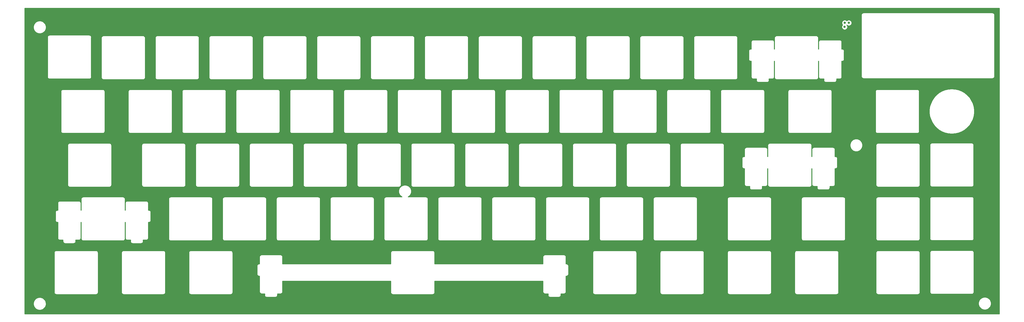
<source format=gbr>
%TF.GenerationSoftware,KiCad,Pcbnew,(5.1.7)-1*%
%TF.CreationDate,2020-10-05T00:16:44-07:00*%
%TF.ProjectId,r65,7236352e-6b69-4636-9164-5f7063625858,rev?*%
%TF.SameCoordinates,Original*%
%TF.FileFunction,Copper,L2,Bot*%
%TF.FilePolarity,Positive*%
%FSLAX46Y46*%
G04 Gerber Fmt 4.6, Leading zero omitted, Abs format (unit mm)*
G04 Created by KiCad (PCBNEW (5.1.7)-1) date 2020-10-05 00:16:44*
%MOMM*%
%LPD*%
G01*
G04 APERTURE LIST*
%TA.AperFunction,ViaPad*%
%ADD10C,0.800000*%
%TD*%
%TA.AperFunction,NonConductor*%
%ADD11C,0.254000*%
%TD*%
%TA.AperFunction,NonConductor*%
%ADD12C,0.100000*%
%TD*%
G04 APERTURE END LIST*
D10*
%TO.N,*%
X483859840Y-58226960D03*
X483905560Y-56784240D03*
X485348280Y-56784240D03*
%TD*%
D11*
X538400508Y-159747464D02*
X194610493Y-159747464D01*
X194610493Y-155893352D01*
X197632520Y-155893352D01*
X197632520Y-156333608D01*
X197718410Y-156765405D01*
X197886889Y-157172149D01*
X198131482Y-157538209D01*
X198442791Y-157849518D01*
X198808851Y-158094111D01*
X199215595Y-158262590D01*
X199647392Y-158348480D01*
X200087648Y-158348480D01*
X200519445Y-158262590D01*
X200926189Y-158094111D01*
X201292249Y-157849518D01*
X201603558Y-157538209D01*
X201848151Y-157172149D01*
X202016630Y-156765405D01*
X202102520Y-156333608D01*
X202102520Y-155893352D01*
X202081300Y-155786672D01*
X531088800Y-155786672D01*
X531088800Y-156226928D01*
X531174690Y-156658725D01*
X531343169Y-157065469D01*
X531587762Y-157431529D01*
X531899071Y-157742838D01*
X532265131Y-157987431D01*
X532671875Y-158155910D01*
X533103672Y-158241800D01*
X533543928Y-158241800D01*
X533975725Y-158155910D01*
X534382469Y-157987431D01*
X534748529Y-157742838D01*
X535059838Y-157431529D01*
X535304431Y-157065469D01*
X535472910Y-156658725D01*
X535558800Y-156226928D01*
X535558800Y-155786672D01*
X535472910Y-155354875D01*
X535304431Y-154948131D01*
X535059838Y-154582071D01*
X534748529Y-154270762D01*
X534382469Y-154026169D01*
X533975725Y-153857690D01*
X533543928Y-153771800D01*
X533103672Y-153771800D01*
X532671875Y-153857690D01*
X532265131Y-154026169D01*
X531899071Y-154270762D01*
X531587762Y-154582071D01*
X531343169Y-154948131D01*
X531174690Y-155354875D01*
X531088800Y-155786672D01*
X202081300Y-155786672D01*
X202016630Y-155461555D01*
X201848151Y-155054811D01*
X201603558Y-154688751D01*
X201292249Y-154377442D01*
X200926189Y-154132849D01*
X200519445Y-153964370D01*
X200087648Y-153878480D01*
X199647392Y-153878480D01*
X199215595Y-153964370D01*
X198808851Y-154132849D01*
X198442791Y-154377442D01*
X198131482Y-154688751D01*
X197886889Y-155054811D01*
X197718410Y-155461555D01*
X197632520Y-155893352D01*
X194610493Y-155893352D01*
X194610493Y-138077600D01*
X204996444Y-138077600D01*
X205000001Y-138113715D01*
X205000000Y-152041495D01*
X204996444Y-152077600D01*
X205010635Y-152221685D01*
X205052663Y-152360233D01*
X205120913Y-152487920D01*
X205212762Y-152599838D01*
X205290778Y-152663864D01*
X205324680Y-152691687D01*
X205452367Y-152759937D01*
X205590915Y-152801965D01*
X205735000Y-152816156D01*
X205771105Y-152812600D01*
X219698895Y-152812600D01*
X219735000Y-152816156D01*
X219771105Y-152812600D01*
X219879085Y-152801965D01*
X220017633Y-152759937D01*
X220145320Y-152691687D01*
X220257238Y-152599838D01*
X220349087Y-152487920D01*
X220417337Y-152360233D01*
X220459365Y-152221685D01*
X220473556Y-152077600D01*
X220470000Y-152041495D01*
X220470000Y-138113705D01*
X220473556Y-138077600D01*
X228746444Y-138077600D01*
X228750001Y-138113715D01*
X228750000Y-152041495D01*
X228746444Y-152077600D01*
X228760635Y-152221685D01*
X228802663Y-152360233D01*
X228870913Y-152487920D01*
X228962762Y-152599838D01*
X229040778Y-152663864D01*
X229074680Y-152691687D01*
X229202367Y-152759937D01*
X229340915Y-152801965D01*
X229485000Y-152816156D01*
X229521105Y-152812600D01*
X243448895Y-152812600D01*
X243485000Y-152816156D01*
X243521105Y-152812600D01*
X243629085Y-152801965D01*
X243767633Y-152759937D01*
X243895320Y-152691687D01*
X244007238Y-152599838D01*
X244099087Y-152487920D01*
X244167337Y-152360233D01*
X244209365Y-152221685D01*
X244223556Y-152077600D01*
X244220000Y-152041495D01*
X244220000Y-138113705D01*
X244223556Y-138077600D01*
X252496444Y-138077600D01*
X252500001Y-138113715D01*
X252500000Y-152041495D01*
X252496444Y-152077600D01*
X252510635Y-152221685D01*
X252552663Y-152360233D01*
X252620913Y-152487920D01*
X252712762Y-152599838D01*
X252790778Y-152663864D01*
X252824680Y-152691687D01*
X252952367Y-152759937D01*
X253090915Y-152801965D01*
X253235000Y-152816156D01*
X253271105Y-152812600D01*
X267198895Y-152812600D01*
X267235000Y-152816156D01*
X267271105Y-152812600D01*
X267379085Y-152801965D01*
X267517633Y-152759937D01*
X267645320Y-152691687D01*
X267757238Y-152599838D01*
X267849087Y-152487920D01*
X267917337Y-152360233D01*
X267959365Y-152221685D01*
X267973556Y-152077600D01*
X267970000Y-152041495D01*
X267970000Y-142777600D01*
X276521444Y-142777600D01*
X276525001Y-142813715D01*
X276525000Y-145541495D01*
X276521444Y-145577600D01*
X276535635Y-145721685D01*
X276577663Y-145860233D01*
X276645913Y-145987920D01*
X276737762Y-146099838D01*
X276849680Y-146191687D01*
X276977367Y-146259937D01*
X277115915Y-146301965D01*
X277260000Y-146316156D01*
X277296105Y-146312600D01*
X277425001Y-146312600D01*
X277425000Y-151811495D01*
X277421444Y-151847600D01*
X277435635Y-151991685D01*
X277477663Y-152130233D01*
X277545913Y-152257920D01*
X277637762Y-152369838D01*
X277715350Y-152433513D01*
X277749680Y-152461687D01*
X277877367Y-152529937D01*
X278015915Y-152571965D01*
X278160000Y-152586156D01*
X278196105Y-152582600D01*
X279250000Y-152582600D01*
X279250000Y-153011494D01*
X279246444Y-153047600D01*
X279260635Y-153191685D01*
X279302663Y-153330233D01*
X279370913Y-153457920D01*
X279462762Y-153569838D01*
X279574680Y-153661687D01*
X279702367Y-153729937D01*
X279840915Y-153771965D01*
X279985000Y-153786156D01*
X280021105Y-153782600D01*
X282948895Y-153782600D01*
X282985000Y-153786156D01*
X283021105Y-153782600D01*
X283129085Y-153771965D01*
X283267633Y-153729937D01*
X283395320Y-153661687D01*
X283507238Y-153569838D01*
X283599087Y-153457920D01*
X283667337Y-153330233D01*
X283709365Y-153191685D01*
X283723556Y-153047600D01*
X283720000Y-153011495D01*
X283720000Y-152582600D01*
X284773895Y-152582600D01*
X284810000Y-152586156D01*
X284846105Y-152582600D01*
X284954085Y-152571965D01*
X285092633Y-152529937D01*
X285220320Y-152461687D01*
X285332238Y-152369838D01*
X285424087Y-152257920D01*
X285492337Y-152130233D01*
X285534365Y-151991685D01*
X285548556Y-151847600D01*
X285545000Y-151811495D01*
X285545000Y-148112600D01*
X323750001Y-148112600D01*
X323750000Y-152041495D01*
X323746444Y-152077600D01*
X323760635Y-152221685D01*
X323802663Y-152360233D01*
X323870913Y-152487920D01*
X323962762Y-152599838D01*
X324040778Y-152663864D01*
X324074680Y-152691687D01*
X324202367Y-152759937D01*
X324340915Y-152801965D01*
X324485000Y-152816156D01*
X324521105Y-152812600D01*
X338448895Y-152812600D01*
X338485000Y-152816156D01*
X338521105Y-152812600D01*
X338629085Y-152801965D01*
X338767633Y-152759937D01*
X338895320Y-152691687D01*
X339007238Y-152599838D01*
X339099087Y-152487920D01*
X339167337Y-152360233D01*
X339209365Y-152221685D01*
X339223556Y-152077600D01*
X339220000Y-152041495D01*
X339220000Y-148112600D01*
X377425001Y-148112600D01*
X377425000Y-151811495D01*
X377421444Y-151847600D01*
X377435635Y-151991685D01*
X377477663Y-152130233D01*
X377545913Y-152257920D01*
X377637762Y-152369838D01*
X377715350Y-152433513D01*
X377749680Y-152461687D01*
X377877367Y-152529937D01*
X378015915Y-152571965D01*
X378160000Y-152586156D01*
X378196105Y-152582600D01*
X379250000Y-152582600D01*
X379250000Y-153011494D01*
X379246444Y-153047600D01*
X379260635Y-153191685D01*
X379302663Y-153330233D01*
X379370913Y-153457920D01*
X379462762Y-153569838D01*
X379574680Y-153661687D01*
X379702367Y-153729937D01*
X379840915Y-153771965D01*
X379985000Y-153786156D01*
X380021105Y-153782600D01*
X382948895Y-153782600D01*
X382985000Y-153786156D01*
X383021105Y-153782600D01*
X383129085Y-153771965D01*
X383267633Y-153729937D01*
X383395320Y-153661687D01*
X383507238Y-153569838D01*
X383599087Y-153457920D01*
X383667337Y-153330233D01*
X383709365Y-153191685D01*
X383723556Y-153047600D01*
X383720000Y-153011495D01*
X383720000Y-152582600D01*
X384773895Y-152582600D01*
X384810000Y-152586156D01*
X384846105Y-152582600D01*
X384954085Y-152571965D01*
X385092633Y-152529937D01*
X385220320Y-152461687D01*
X385332238Y-152369838D01*
X385424087Y-152257920D01*
X385492337Y-152130233D01*
X385534365Y-151991685D01*
X385548556Y-151847600D01*
X385545000Y-151811495D01*
X385545000Y-146312600D01*
X385673895Y-146312600D01*
X385710000Y-146316156D01*
X385746105Y-146312600D01*
X385854085Y-146301965D01*
X385992633Y-146259937D01*
X386120320Y-146191687D01*
X386232238Y-146099838D01*
X386324087Y-145987920D01*
X386392337Y-145860233D01*
X386434365Y-145721685D01*
X386448556Y-145577600D01*
X386445000Y-145541495D01*
X386445000Y-142813704D01*
X386448556Y-142777600D01*
X386434365Y-142633515D01*
X386392337Y-142494967D01*
X386324087Y-142367280D01*
X386232238Y-142255362D01*
X386120320Y-142163513D01*
X385992633Y-142095263D01*
X385854085Y-142053235D01*
X385746105Y-142042600D01*
X385710000Y-142039044D01*
X385673895Y-142042600D01*
X385545000Y-142042600D01*
X385545000Y-139583705D01*
X385548556Y-139547600D01*
X385534365Y-139403515D01*
X385492337Y-139264967D01*
X385424087Y-139137280D01*
X385332238Y-139025362D01*
X385220320Y-138933513D01*
X385092633Y-138865263D01*
X384954085Y-138823235D01*
X384846105Y-138812600D01*
X384810000Y-138809044D01*
X384773895Y-138812600D01*
X378196105Y-138812600D01*
X378160000Y-138809044D01*
X378123895Y-138812600D01*
X378015915Y-138823235D01*
X377877367Y-138865263D01*
X377749680Y-138933513D01*
X377637762Y-139025362D01*
X377545913Y-139137280D01*
X377477663Y-139264967D01*
X377435635Y-139403515D01*
X377421444Y-139547600D01*
X377425001Y-139583715D01*
X377425000Y-142042600D01*
X339220000Y-142042600D01*
X339220000Y-138113705D01*
X339223556Y-138077600D01*
X394996444Y-138077600D01*
X395000001Y-138113715D01*
X395000000Y-152041495D01*
X394996444Y-152077600D01*
X395010635Y-152221685D01*
X395052663Y-152360233D01*
X395120913Y-152487920D01*
X395212762Y-152599838D01*
X395290778Y-152663864D01*
X395324680Y-152691687D01*
X395452367Y-152759937D01*
X395590915Y-152801965D01*
X395735000Y-152816156D01*
X395771105Y-152812600D01*
X409698895Y-152812600D01*
X409735000Y-152816156D01*
X409771105Y-152812600D01*
X409879085Y-152801965D01*
X410017633Y-152759937D01*
X410145320Y-152691687D01*
X410257238Y-152599838D01*
X410349087Y-152487920D01*
X410417337Y-152360233D01*
X410459365Y-152221685D01*
X410473556Y-152077600D01*
X410470000Y-152041495D01*
X410470000Y-138113705D01*
X410473556Y-138077600D01*
X418746444Y-138077600D01*
X418750001Y-138113715D01*
X418750000Y-152041495D01*
X418746444Y-152077600D01*
X418760635Y-152221685D01*
X418802663Y-152360233D01*
X418870913Y-152487920D01*
X418962762Y-152599838D01*
X419040778Y-152663864D01*
X419074680Y-152691687D01*
X419202367Y-152759937D01*
X419340915Y-152801965D01*
X419485000Y-152816156D01*
X419521105Y-152812600D01*
X433448895Y-152812600D01*
X433485000Y-152816156D01*
X433521105Y-152812600D01*
X433629085Y-152801965D01*
X433767633Y-152759937D01*
X433895320Y-152691687D01*
X434007238Y-152599838D01*
X434099087Y-152487920D01*
X434167337Y-152360233D01*
X434209365Y-152221685D01*
X434223556Y-152077600D01*
X434220000Y-152041495D01*
X434220000Y-138113705D01*
X434223556Y-138077600D01*
X442496444Y-138077600D01*
X442500001Y-138113715D01*
X442500000Y-152041495D01*
X442496444Y-152077600D01*
X442510635Y-152221685D01*
X442552663Y-152360233D01*
X442620913Y-152487920D01*
X442712762Y-152599838D01*
X442790778Y-152663864D01*
X442824680Y-152691687D01*
X442952367Y-152759937D01*
X443090915Y-152801965D01*
X443235000Y-152816156D01*
X443271105Y-152812600D01*
X457198895Y-152812600D01*
X457235000Y-152816156D01*
X457271105Y-152812600D01*
X457379085Y-152801965D01*
X457517633Y-152759937D01*
X457645320Y-152691687D01*
X457757238Y-152599838D01*
X457849087Y-152487920D01*
X457917337Y-152360233D01*
X457959365Y-152221685D01*
X457973556Y-152077600D01*
X457970000Y-152041495D01*
X457970000Y-138113705D01*
X457973556Y-138077600D01*
X466246444Y-138077600D01*
X466250001Y-138113715D01*
X466250000Y-152041495D01*
X466246444Y-152077600D01*
X466260635Y-152221685D01*
X466302663Y-152360233D01*
X466370913Y-152487920D01*
X466462762Y-152599838D01*
X466540778Y-152663864D01*
X466574680Y-152691687D01*
X466702367Y-152759937D01*
X466840915Y-152801965D01*
X466985000Y-152816156D01*
X467021105Y-152812600D01*
X480948895Y-152812600D01*
X480985000Y-152816156D01*
X481021105Y-152812600D01*
X481129085Y-152801965D01*
X481267633Y-152759937D01*
X481395320Y-152691687D01*
X481507238Y-152599838D01*
X481599087Y-152487920D01*
X481667337Y-152360233D01*
X481709365Y-152221685D01*
X481723556Y-152077600D01*
X481720000Y-152041495D01*
X481720000Y-138113705D01*
X481723556Y-138077600D01*
X494933773Y-138077600D01*
X494937330Y-138113715D01*
X494937329Y-152041495D01*
X494933773Y-152077600D01*
X494947964Y-152221685D01*
X494989992Y-152360233D01*
X495058242Y-152487920D01*
X495150091Y-152599838D01*
X495228107Y-152663864D01*
X495262009Y-152691687D01*
X495389696Y-152759937D01*
X495528244Y-152801965D01*
X495672329Y-152816156D01*
X495708434Y-152812600D01*
X509636224Y-152812600D01*
X509672329Y-152816156D01*
X509708434Y-152812600D01*
X509816414Y-152801965D01*
X509954962Y-152759937D01*
X510082649Y-152691687D01*
X510194567Y-152599838D01*
X510286416Y-152487920D01*
X510354666Y-152360233D01*
X510396694Y-152221685D01*
X510410885Y-152077600D01*
X510407329Y-152041495D01*
X510407329Y-138113705D01*
X510410885Y-138077600D01*
X510401423Y-137981527D01*
X513971954Y-137981527D01*
X513975511Y-138017642D01*
X513975510Y-151945422D01*
X513971954Y-151981527D01*
X513986145Y-152125612D01*
X514028173Y-152264160D01*
X514096423Y-152391847D01*
X514188272Y-152503765D01*
X514300190Y-152595614D01*
X514427877Y-152663864D01*
X514566425Y-152705892D01*
X514710510Y-152720083D01*
X514746615Y-152716527D01*
X528674405Y-152716527D01*
X528710510Y-152720083D01*
X528746615Y-152716527D01*
X528854595Y-152705892D01*
X528993143Y-152663864D01*
X529120830Y-152595614D01*
X529232748Y-152503765D01*
X529324597Y-152391847D01*
X529392847Y-152264160D01*
X529434875Y-152125612D01*
X529449066Y-151981527D01*
X529445510Y-151945422D01*
X529445510Y-138017632D01*
X529449066Y-137981527D01*
X529434875Y-137837442D01*
X529392847Y-137698894D01*
X529324597Y-137571207D01*
X529232748Y-137459289D01*
X529120830Y-137367440D01*
X528993143Y-137299190D01*
X528854595Y-137257162D01*
X528746615Y-137246527D01*
X528710510Y-137242971D01*
X528674405Y-137246527D01*
X514746615Y-137246527D01*
X514710510Y-137242971D01*
X514674405Y-137246527D01*
X514566425Y-137257162D01*
X514427877Y-137299190D01*
X514300190Y-137367440D01*
X514188272Y-137459289D01*
X514096423Y-137571207D01*
X514028173Y-137698894D01*
X513986145Y-137837442D01*
X513971954Y-137981527D01*
X510401423Y-137981527D01*
X510396694Y-137933515D01*
X510354666Y-137794967D01*
X510286416Y-137667280D01*
X510194567Y-137555362D01*
X510082649Y-137463513D01*
X509954962Y-137395263D01*
X509816414Y-137353235D01*
X509708434Y-137342600D01*
X509672329Y-137339044D01*
X509636224Y-137342600D01*
X495708434Y-137342600D01*
X495672329Y-137339044D01*
X495636224Y-137342600D01*
X495528244Y-137353235D01*
X495389696Y-137395263D01*
X495262009Y-137463513D01*
X495150091Y-137555362D01*
X495058242Y-137667280D01*
X494989992Y-137794967D01*
X494947964Y-137933515D01*
X494933773Y-138077600D01*
X481723556Y-138077600D01*
X481709365Y-137933515D01*
X481667337Y-137794967D01*
X481599087Y-137667280D01*
X481507238Y-137555362D01*
X481395320Y-137463513D01*
X481267633Y-137395263D01*
X481129085Y-137353235D01*
X481021105Y-137342600D01*
X480985000Y-137339044D01*
X480948895Y-137342600D01*
X467021105Y-137342600D01*
X466985000Y-137339044D01*
X466948895Y-137342600D01*
X466840915Y-137353235D01*
X466702367Y-137395263D01*
X466574680Y-137463513D01*
X466462762Y-137555362D01*
X466370913Y-137667280D01*
X466302663Y-137794967D01*
X466260635Y-137933515D01*
X466246444Y-138077600D01*
X457973556Y-138077600D01*
X457959365Y-137933515D01*
X457917337Y-137794967D01*
X457849087Y-137667280D01*
X457757238Y-137555362D01*
X457645320Y-137463513D01*
X457517633Y-137395263D01*
X457379085Y-137353235D01*
X457271105Y-137342600D01*
X457235000Y-137339044D01*
X457198895Y-137342600D01*
X443271105Y-137342600D01*
X443235000Y-137339044D01*
X443198895Y-137342600D01*
X443090915Y-137353235D01*
X442952367Y-137395263D01*
X442824680Y-137463513D01*
X442712762Y-137555362D01*
X442620913Y-137667280D01*
X442552663Y-137794967D01*
X442510635Y-137933515D01*
X442496444Y-138077600D01*
X434223556Y-138077600D01*
X434209365Y-137933515D01*
X434167337Y-137794967D01*
X434099087Y-137667280D01*
X434007238Y-137555362D01*
X433895320Y-137463513D01*
X433767633Y-137395263D01*
X433629085Y-137353235D01*
X433521105Y-137342600D01*
X433485000Y-137339044D01*
X433448895Y-137342600D01*
X419521105Y-137342600D01*
X419485000Y-137339044D01*
X419448895Y-137342600D01*
X419340915Y-137353235D01*
X419202367Y-137395263D01*
X419074680Y-137463513D01*
X418962762Y-137555362D01*
X418870913Y-137667280D01*
X418802663Y-137794967D01*
X418760635Y-137933515D01*
X418746444Y-138077600D01*
X410473556Y-138077600D01*
X410459365Y-137933515D01*
X410417337Y-137794967D01*
X410349087Y-137667280D01*
X410257238Y-137555362D01*
X410145320Y-137463513D01*
X410017633Y-137395263D01*
X409879085Y-137353235D01*
X409771105Y-137342600D01*
X409735000Y-137339044D01*
X409698895Y-137342600D01*
X395771105Y-137342600D01*
X395735000Y-137339044D01*
X395698895Y-137342600D01*
X395590915Y-137353235D01*
X395452367Y-137395263D01*
X395324680Y-137463513D01*
X395212762Y-137555362D01*
X395120913Y-137667280D01*
X395052663Y-137794967D01*
X395010635Y-137933515D01*
X394996444Y-138077600D01*
X339223556Y-138077600D01*
X339209365Y-137933515D01*
X339167337Y-137794967D01*
X339099087Y-137667280D01*
X339007238Y-137555362D01*
X338895320Y-137463513D01*
X338767633Y-137395263D01*
X338629085Y-137353235D01*
X338521105Y-137342600D01*
X338485000Y-137339044D01*
X338448895Y-137342600D01*
X324521105Y-137342600D01*
X324485000Y-137339044D01*
X324448895Y-137342600D01*
X324340915Y-137353235D01*
X324202367Y-137395263D01*
X324074680Y-137463513D01*
X323962762Y-137555362D01*
X323870913Y-137667280D01*
X323802663Y-137794967D01*
X323760635Y-137933515D01*
X323746444Y-138077600D01*
X323750001Y-138113715D01*
X323750000Y-142042600D01*
X285545000Y-142042600D01*
X285545000Y-139583705D01*
X285548556Y-139547600D01*
X285534365Y-139403515D01*
X285492337Y-139264967D01*
X285424087Y-139137280D01*
X285332238Y-139025362D01*
X285220320Y-138933513D01*
X285092633Y-138865263D01*
X284954085Y-138823235D01*
X284846105Y-138812600D01*
X284810000Y-138809044D01*
X284773895Y-138812600D01*
X278196105Y-138812600D01*
X278160000Y-138809044D01*
X278123895Y-138812600D01*
X278015915Y-138823235D01*
X277877367Y-138865263D01*
X277749680Y-138933513D01*
X277637762Y-139025362D01*
X277545913Y-139137280D01*
X277477663Y-139264967D01*
X277435635Y-139403515D01*
X277421444Y-139547600D01*
X277425001Y-139583715D01*
X277425000Y-142042600D01*
X277296105Y-142042600D01*
X277260000Y-142039044D01*
X277223895Y-142042600D01*
X277115915Y-142053235D01*
X276977367Y-142095263D01*
X276849680Y-142163513D01*
X276737762Y-142255362D01*
X276645913Y-142367280D01*
X276577663Y-142494967D01*
X276535635Y-142633515D01*
X276521444Y-142777600D01*
X267970000Y-142777600D01*
X267970000Y-138113705D01*
X267973556Y-138077600D01*
X267959365Y-137933515D01*
X267917337Y-137794967D01*
X267849087Y-137667280D01*
X267757238Y-137555362D01*
X267645320Y-137463513D01*
X267517633Y-137395263D01*
X267379085Y-137353235D01*
X267271105Y-137342600D01*
X267235000Y-137339044D01*
X267198895Y-137342600D01*
X253271105Y-137342600D01*
X253235000Y-137339044D01*
X253198895Y-137342600D01*
X253090915Y-137353235D01*
X252952367Y-137395263D01*
X252824680Y-137463513D01*
X252712762Y-137555362D01*
X252620913Y-137667280D01*
X252552663Y-137794967D01*
X252510635Y-137933515D01*
X252496444Y-138077600D01*
X244223556Y-138077600D01*
X244209365Y-137933515D01*
X244167337Y-137794967D01*
X244099087Y-137667280D01*
X244007238Y-137555362D01*
X243895320Y-137463513D01*
X243767633Y-137395263D01*
X243629085Y-137353235D01*
X243521105Y-137342600D01*
X243485000Y-137339044D01*
X243448895Y-137342600D01*
X229521105Y-137342600D01*
X229485000Y-137339044D01*
X229448895Y-137342600D01*
X229340915Y-137353235D01*
X229202367Y-137395263D01*
X229074680Y-137463513D01*
X228962762Y-137555362D01*
X228870913Y-137667280D01*
X228802663Y-137794967D01*
X228760635Y-137933515D01*
X228746444Y-138077600D01*
X220473556Y-138077600D01*
X220459365Y-137933515D01*
X220417337Y-137794967D01*
X220349087Y-137667280D01*
X220257238Y-137555362D01*
X220145320Y-137463513D01*
X220017633Y-137395263D01*
X219879085Y-137353235D01*
X219771105Y-137342600D01*
X219735000Y-137339044D01*
X219698895Y-137342600D01*
X205771105Y-137342600D01*
X205735000Y-137339044D01*
X205698895Y-137342600D01*
X205590915Y-137353235D01*
X205452367Y-137395263D01*
X205324680Y-137463513D01*
X205212762Y-137555362D01*
X205120913Y-137667280D01*
X205052663Y-137794967D01*
X205010635Y-137933515D01*
X204996444Y-138077600D01*
X194610493Y-138077600D01*
X194610493Y-123777600D01*
X205396444Y-123777600D01*
X205400001Y-123813715D01*
X205400000Y-126541495D01*
X205396444Y-126577600D01*
X205410635Y-126721685D01*
X205452663Y-126860233D01*
X205520913Y-126987920D01*
X205612762Y-127099838D01*
X205724680Y-127191687D01*
X205852367Y-127259937D01*
X205990915Y-127301965D01*
X206135000Y-127316156D01*
X206171105Y-127312600D01*
X206275001Y-127312600D01*
X206275000Y-132811495D01*
X206271444Y-132847600D01*
X206285635Y-132991685D01*
X206327663Y-133130233D01*
X206395913Y-133257920D01*
X206487762Y-133369838D01*
X206551719Y-133422326D01*
X206599680Y-133461687D01*
X206727367Y-133529937D01*
X206865915Y-133571965D01*
X207010000Y-133586156D01*
X207046105Y-133582600D01*
X208100000Y-133582600D01*
X208100000Y-134011494D01*
X208096444Y-134047600D01*
X208110635Y-134191685D01*
X208152663Y-134330233D01*
X208220913Y-134457920D01*
X208312762Y-134569838D01*
X208424680Y-134661687D01*
X208552367Y-134729937D01*
X208690915Y-134771965D01*
X208835000Y-134786156D01*
X208871105Y-134782600D01*
X211798895Y-134782600D01*
X211835000Y-134786156D01*
X211871105Y-134782600D01*
X211979085Y-134771965D01*
X212117633Y-134729937D01*
X212245320Y-134661687D01*
X212357238Y-134569838D01*
X212449087Y-134457920D01*
X212517337Y-134330233D01*
X212559365Y-134191685D01*
X212573556Y-134047600D01*
X212570000Y-134011495D01*
X212570000Y-133582600D01*
X213623895Y-133582600D01*
X213660000Y-133586156D01*
X213696105Y-133582600D01*
X213804085Y-133571965D01*
X213942633Y-133529937D01*
X214070320Y-133461687D01*
X214182238Y-133369838D01*
X214274087Y-133257920D01*
X214342337Y-133130233D01*
X214384365Y-132991685D01*
X214398556Y-132847600D01*
X214395000Y-132811495D01*
X214395000Y-127312600D01*
X214500001Y-127312600D01*
X214500000Y-133041495D01*
X214496444Y-133077600D01*
X214510635Y-133221685D01*
X214552663Y-133360233D01*
X214620913Y-133487920D01*
X214712762Y-133599838D01*
X214824680Y-133691687D01*
X214952367Y-133759937D01*
X215090915Y-133801965D01*
X215235000Y-133816156D01*
X215271105Y-133812600D01*
X229198895Y-133812600D01*
X229235000Y-133816156D01*
X229271105Y-133812600D01*
X229379085Y-133801965D01*
X229517633Y-133759937D01*
X229645320Y-133691687D01*
X229757238Y-133599838D01*
X229849087Y-133487920D01*
X229917337Y-133360233D01*
X229959365Y-133221685D01*
X229973556Y-133077600D01*
X229970000Y-133041495D01*
X229970000Y-127312600D01*
X230075001Y-127312600D01*
X230075000Y-132811495D01*
X230071444Y-132847600D01*
X230085635Y-132991685D01*
X230127663Y-133130233D01*
X230195913Y-133257920D01*
X230287762Y-133369838D01*
X230351719Y-133422326D01*
X230399680Y-133461687D01*
X230527367Y-133529937D01*
X230665915Y-133571965D01*
X230810000Y-133586156D01*
X230846105Y-133582600D01*
X231900000Y-133582600D01*
X231900000Y-134011494D01*
X231896444Y-134047600D01*
X231910635Y-134191685D01*
X231952663Y-134330233D01*
X232020913Y-134457920D01*
X232112762Y-134569838D01*
X232224680Y-134661687D01*
X232352367Y-134729937D01*
X232490915Y-134771965D01*
X232635000Y-134786156D01*
X232671105Y-134782600D01*
X235598895Y-134782600D01*
X235635000Y-134786156D01*
X235671105Y-134782600D01*
X235779085Y-134771965D01*
X235917633Y-134729937D01*
X236045320Y-134661687D01*
X236157238Y-134569838D01*
X236249087Y-134457920D01*
X236317337Y-134330233D01*
X236359365Y-134191685D01*
X236373556Y-134047600D01*
X236370000Y-134011495D01*
X236370000Y-133582600D01*
X237423895Y-133582600D01*
X237460000Y-133586156D01*
X237496105Y-133582600D01*
X237604085Y-133571965D01*
X237742633Y-133529937D01*
X237870320Y-133461687D01*
X237982238Y-133369838D01*
X238074087Y-133257920D01*
X238142337Y-133130233D01*
X238184365Y-132991685D01*
X238198556Y-132847600D01*
X238195000Y-132811495D01*
X238195000Y-127312600D01*
X238298895Y-127312600D01*
X238335000Y-127316156D01*
X238371105Y-127312600D01*
X238479085Y-127301965D01*
X238617633Y-127259937D01*
X238745320Y-127191687D01*
X238857238Y-127099838D01*
X238949087Y-126987920D01*
X239017337Y-126860233D01*
X239059365Y-126721685D01*
X239073556Y-126577600D01*
X239070000Y-126541495D01*
X239070000Y-123813704D01*
X239073556Y-123777600D01*
X239059365Y-123633515D01*
X239017337Y-123494967D01*
X238949087Y-123367280D01*
X238857238Y-123255362D01*
X238745320Y-123163513D01*
X238617633Y-123095263D01*
X238479085Y-123053235D01*
X238371105Y-123042600D01*
X238335000Y-123039044D01*
X238298895Y-123042600D01*
X238195000Y-123042600D01*
X238195000Y-120583705D01*
X238198556Y-120547600D01*
X238184365Y-120403515D01*
X238142337Y-120264967D01*
X238074087Y-120137280D01*
X237982238Y-120025362D01*
X237870320Y-119933513D01*
X237742633Y-119865263D01*
X237604085Y-119823235D01*
X237496105Y-119812600D01*
X237460000Y-119809044D01*
X237423895Y-119812600D01*
X230846105Y-119812600D01*
X230810000Y-119809044D01*
X230773895Y-119812600D01*
X230665915Y-119823235D01*
X230527367Y-119865263D01*
X230399680Y-119933513D01*
X230287762Y-120025362D01*
X230195913Y-120137280D01*
X230127663Y-120264967D01*
X230085635Y-120403515D01*
X230071444Y-120547600D01*
X230075001Y-120583715D01*
X230075000Y-123042600D01*
X229970000Y-123042600D01*
X229970000Y-119113705D01*
X229973556Y-119077600D01*
X245371444Y-119077600D01*
X245375001Y-119113715D01*
X245375000Y-133041495D01*
X245371444Y-133077600D01*
X245385635Y-133221685D01*
X245427663Y-133360233D01*
X245495913Y-133487920D01*
X245587762Y-133599838D01*
X245699680Y-133691687D01*
X245827367Y-133759937D01*
X245965915Y-133801965D01*
X246110000Y-133816156D01*
X246146105Y-133812600D01*
X260073895Y-133812600D01*
X260110000Y-133816156D01*
X260146105Y-133812600D01*
X260254085Y-133801965D01*
X260392633Y-133759937D01*
X260520320Y-133691687D01*
X260632238Y-133599838D01*
X260724087Y-133487920D01*
X260792337Y-133360233D01*
X260834365Y-133221685D01*
X260848556Y-133077600D01*
X260845000Y-133041495D01*
X260845000Y-119113705D01*
X260848556Y-119077600D01*
X264371444Y-119077600D01*
X264375001Y-119113715D01*
X264375000Y-133041495D01*
X264371444Y-133077600D01*
X264385635Y-133221685D01*
X264427663Y-133360233D01*
X264495913Y-133487920D01*
X264587762Y-133599838D01*
X264699680Y-133691687D01*
X264827367Y-133759937D01*
X264965915Y-133801965D01*
X265110000Y-133816156D01*
X265146105Y-133812600D01*
X279073895Y-133812600D01*
X279110000Y-133816156D01*
X279146105Y-133812600D01*
X279254085Y-133801965D01*
X279392633Y-133759937D01*
X279520320Y-133691687D01*
X279632238Y-133599838D01*
X279724087Y-133487920D01*
X279792337Y-133360233D01*
X279834365Y-133221685D01*
X279848556Y-133077600D01*
X279845000Y-133041495D01*
X279845000Y-119113705D01*
X279848556Y-119077600D01*
X283371444Y-119077600D01*
X283375001Y-119113715D01*
X283375000Y-133041495D01*
X283371444Y-133077600D01*
X283385635Y-133221685D01*
X283427663Y-133360233D01*
X283495913Y-133487920D01*
X283587762Y-133599838D01*
X283699680Y-133691687D01*
X283827367Y-133759937D01*
X283965915Y-133801965D01*
X284110000Y-133816156D01*
X284146105Y-133812600D01*
X298073895Y-133812600D01*
X298110000Y-133816156D01*
X298146105Y-133812600D01*
X298254085Y-133801965D01*
X298392633Y-133759937D01*
X298520320Y-133691687D01*
X298632238Y-133599838D01*
X298724087Y-133487920D01*
X298792337Y-133360233D01*
X298834365Y-133221685D01*
X298848556Y-133077600D01*
X298845000Y-133041495D01*
X298845000Y-119113705D01*
X298848556Y-119077600D01*
X302371444Y-119077600D01*
X302375001Y-119113715D01*
X302375000Y-133041495D01*
X302371444Y-133077600D01*
X302385635Y-133221685D01*
X302427663Y-133360233D01*
X302495913Y-133487920D01*
X302587762Y-133599838D01*
X302699680Y-133691687D01*
X302827367Y-133759937D01*
X302965915Y-133801965D01*
X303110000Y-133816156D01*
X303146105Y-133812600D01*
X317073895Y-133812600D01*
X317110000Y-133816156D01*
X317146105Y-133812600D01*
X317254085Y-133801965D01*
X317392633Y-133759937D01*
X317520320Y-133691687D01*
X317632238Y-133599838D01*
X317724087Y-133487920D01*
X317792337Y-133360233D01*
X317834365Y-133221685D01*
X317848556Y-133077600D01*
X317845000Y-133041495D01*
X317845000Y-119113705D01*
X317848556Y-119077600D01*
X321371444Y-119077600D01*
X321375001Y-119113715D01*
X321375000Y-133041495D01*
X321371444Y-133077600D01*
X321385635Y-133221685D01*
X321427663Y-133360233D01*
X321495913Y-133487920D01*
X321587762Y-133599838D01*
X321699680Y-133691687D01*
X321827367Y-133759937D01*
X321965915Y-133801965D01*
X322110000Y-133816156D01*
X322146105Y-133812600D01*
X336073895Y-133812600D01*
X336110000Y-133816156D01*
X336146105Y-133812600D01*
X336254085Y-133801965D01*
X336392633Y-133759937D01*
X336520320Y-133691687D01*
X336632238Y-133599838D01*
X336724087Y-133487920D01*
X336792337Y-133360233D01*
X336834365Y-133221685D01*
X336848556Y-133077600D01*
X336845000Y-133041495D01*
X336845000Y-119113705D01*
X336848556Y-119077600D01*
X340371444Y-119077600D01*
X340375001Y-119113715D01*
X340375000Y-133041495D01*
X340371444Y-133077600D01*
X340385635Y-133221685D01*
X340427663Y-133360233D01*
X340495913Y-133487920D01*
X340587762Y-133599838D01*
X340699680Y-133691687D01*
X340827367Y-133759937D01*
X340965915Y-133801965D01*
X341110000Y-133816156D01*
X341146105Y-133812600D01*
X355073895Y-133812600D01*
X355110000Y-133816156D01*
X355146105Y-133812600D01*
X355254085Y-133801965D01*
X355392633Y-133759937D01*
X355520320Y-133691687D01*
X355632238Y-133599838D01*
X355724087Y-133487920D01*
X355792337Y-133360233D01*
X355834365Y-133221685D01*
X355848556Y-133077600D01*
X355845000Y-133041495D01*
X355845000Y-119113705D01*
X355848556Y-119077600D01*
X359371444Y-119077600D01*
X359375001Y-119113715D01*
X359375000Y-133041495D01*
X359371444Y-133077600D01*
X359385635Y-133221685D01*
X359427663Y-133360233D01*
X359495913Y-133487920D01*
X359587762Y-133599838D01*
X359699680Y-133691687D01*
X359827367Y-133759937D01*
X359965915Y-133801965D01*
X360110000Y-133816156D01*
X360146105Y-133812600D01*
X374073895Y-133812600D01*
X374110000Y-133816156D01*
X374146105Y-133812600D01*
X374254085Y-133801965D01*
X374392633Y-133759937D01*
X374520320Y-133691687D01*
X374632238Y-133599838D01*
X374724087Y-133487920D01*
X374792337Y-133360233D01*
X374834365Y-133221685D01*
X374848556Y-133077600D01*
X374845000Y-133041495D01*
X374845000Y-119113705D01*
X374848556Y-119077600D01*
X378371444Y-119077600D01*
X378375001Y-119113715D01*
X378375000Y-133041495D01*
X378371444Y-133077600D01*
X378385635Y-133221685D01*
X378427663Y-133360233D01*
X378495913Y-133487920D01*
X378587762Y-133599838D01*
X378699680Y-133691687D01*
X378827367Y-133759937D01*
X378965915Y-133801965D01*
X379110000Y-133816156D01*
X379146105Y-133812600D01*
X393073895Y-133812600D01*
X393110000Y-133816156D01*
X393146105Y-133812600D01*
X393254085Y-133801965D01*
X393392633Y-133759937D01*
X393520320Y-133691687D01*
X393632238Y-133599838D01*
X393724087Y-133487920D01*
X393792337Y-133360233D01*
X393834365Y-133221685D01*
X393848556Y-133077600D01*
X393845000Y-133041495D01*
X393845000Y-119113705D01*
X393848556Y-119077600D01*
X397371444Y-119077600D01*
X397375001Y-119113715D01*
X397375000Y-133041495D01*
X397371444Y-133077600D01*
X397385635Y-133221685D01*
X397427663Y-133360233D01*
X397495913Y-133487920D01*
X397587762Y-133599838D01*
X397699680Y-133691687D01*
X397827367Y-133759937D01*
X397965915Y-133801965D01*
X398110000Y-133816156D01*
X398146105Y-133812600D01*
X412073895Y-133812600D01*
X412110000Y-133816156D01*
X412146105Y-133812600D01*
X412254085Y-133801965D01*
X412392633Y-133759937D01*
X412520320Y-133691687D01*
X412632238Y-133599838D01*
X412724087Y-133487920D01*
X412792337Y-133360233D01*
X412834365Y-133221685D01*
X412848556Y-133077600D01*
X412845000Y-133041495D01*
X412845000Y-119113705D01*
X412848556Y-119077600D01*
X416371444Y-119077600D01*
X416375001Y-119113715D01*
X416375000Y-133041495D01*
X416371444Y-133077600D01*
X416385635Y-133221685D01*
X416427663Y-133360233D01*
X416495913Y-133487920D01*
X416587762Y-133599838D01*
X416699680Y-133691687D01*
X416827367Y-133759937D01*
X416965915Y-133801965D01*
X417110000Y-133816156D01*
X417146105Y-133812600D01*
X431073895Y-133812600D01*
X431110000Y-133816156D01*
X431146105Y-133812600D01*
X431254085Y-133801965D01*
X431392633Y-133759937D01*
X431520320Y-133691687D01*
X431632238Y-133599838D01*
X431724087Y-133487920D01*
X431792337Y-133360233D01*
X431834365Y-133221685D01*
X431848556Y-133077600D01*
X431845000Y-133041495D01*
X431845000Y-119113705D01*
X431848556Y-119077600D01*
X442496444Y-119077600D01*
X442500001Y-119113715D01*
X442500000Y-133041495D01*
X442496444Y-133077600D01*
X442510635Y-133221685D01*
X442552663Y-133360233D01*
X442620913Y-133487920D01*
X442712762Y-133599838D01*
X442824680Y-133691687D01*
X442952367Y-133759937D01*
X443090915Y-133801965D01*
X443235000Y-133816156D01*
X443271105Y-133812600D01*
X457198895Y-133812600D01*
X457235000Y-133816156D01*
X457271105Y-133812600D01*
X457379085Y-133801965D01*
X457517633Y-133759937D01*
X457645320Y-133691687D01*
X457757238Y-133599838D01*
X457849087Y-133487920D01*
X457917337Y-133360233D01*
X457959365Y-133221685D01*
X457973556Y-133077600D01*
X457970000Y-133041495D01*
X457970000Y-119113705D01*
X457973556Y-119077600D01*
X468621444Y-119077600D01*
X468625001Y-119113715D01*
X468625000Y-133041495D01*
X468621444Y-133077600D01*
X468635635Y-133221685D01*
X468677663Y-133360233D01*
X468745913Y-133487920D01*
X468837762Y-133599838D01*
X468949680Y-133691687D01*
X469077367Y-133759937D01*
X469215915Y-133801965D01*
X469360000Y-133816156D01*
X469396105Y-133812600D01*
X483323895Y-133812600D01*
X483360000Y-133816156D01*
X483396105Y-133812600D01*
X483504085Y-133801965D01*
X483642633Y-133759937D01*
X483770320Y-133691687D01*
X483882238Y-133599838D01*
X483974087Y-133487920D01*
X484042337Y-133360233D01*
X484084365Y-133221685D01*
X484098556Y-133077600D01*
X484095000Y-133041495D01*
X484095000Y-119113705D01*
X484098556Y-119077600D01*
X494933773Y-119077600D01*
X494937330Y-119113715D01*
X494937329Y-133041495D01*
X494933773Y-133077600D01*
X494947964Y-133221685D01*
X494989992Y-133360233D01*
X495058242Y-133487920D01*
X495150091Y-133599838D01*
X495262009Y-133691687D01*
X495389696Y-133759937D01*
X495528244Y-133801965D01*
X495672329Y-133816156D01*
X495708434Y-133812600D01*
X509636224Y-133812600D01*
X509672329Y-133816156D01*
X509708434Y-133812600D01*
X509816414Y-133801965D01*
X509954962Y-133759937D01*
X510082649Y-133691687D01*
X510194567Y-133599838D01*
X510286416Y-133487920D01*
X510354666Y-133360233D01*
X510396694Y-133221685D01*
X510410885Y-133077600D01*
X510407329Y-133041495D01*
X510407329Y-119113705D01*
X510410885Y-119077600D01*
X510404425Y-119012007D01*
X513933773Y-119012007D01*
X513937330Y-119048122D01*
X513937329Y-132975902D01*
X513933773Y-133012007D01*
X513947964Y-133156092D01*
X513989992Y-133294640D01*
X514058242Y-133422327D01*
X514150091Y-133534245D01*
X514209012Y-133582600D01*
X514262009Y-133626094D01*
X514389696Y-133694344D01*
X514528244Y-133736372D01*
X514672329Y-133750563D01*
X514708434Y-133747007D01*
X528636224Y-133747007D01*
X528672329Y-133750563D01*
X528708434Y-133747007D01*
X528816414Y-133736372D01*
X528954962Y-133694344D01*
X529082649Y-133626094D01*
X529194567Y-133534245D01*
X529286416Y-133422327D01*
X529354666Y-133294640D01*
X529396694Y-133156092D01*
X529410885Y-133012007D01*
X529407329Y-132975902D01*
X529407329Y-119048112D01*
X529410885Y-119012007D01*
X529396694Y-118867922D01*
X529354666Y-118729374D01*
X529286416Y-118601687D01*
X529194567Y-118489769D01*
X529082649Y-118397920D01*
X528954962Y-118329670D01*
X528816414Y-118287642D01*
X528708434Y-118277007D01*
X528672329Y-118273451D01*
X528636224Y-118277007D01*
X514708434Y-118277007D01*
X514672329Y-118273451D01*
X514636224Y-118277007D01*
X514528244Y-118287642D01*
X514389696Y-118329670D01*
X514262009Y-118397920D01*
X514150091Y-118489769D01*
X514058242Y-118601687D01*
X513989992Y-118729374D01*
X513947964Y-118867922D01*
X513933773Y-119012007D01*
X510404425Y-119012007D01*
X510396694Y-118933515D01*
X510354666Y-118794967D01*
X510286416Y-118667280D01*
X510194567Y-118555362D01*
X510082649Y-118463513D01*
X509954962Y-118395263D01*
X509816414Y-118353235D01*
X509708434Y-118342600D01*
X509672329Y-118339044D01*
X509636224Y-118342600D01*
X495708434Y-118342600D01*
X495672329Y-118339044D01*
X495636224Y-118342600D01*
X495528244Y-118353235D01*
X495389696Y-118395263D01*
X495262009Y-118463513D01*
X495150091Y-118555362D01*
X495058242Y-118667280D01*
X494989992Y-118794967D01*
X494947964Y-118933515D01*
X494933773Y-119077600D01*
X484098556Y-119077600D01*
X484084365Y-118933515D01*
X484042337Y-118794967D01*
X483974087Y-118667280D01*
X483882238Y-118555362D01*
X483770320Y-118463513D01*
X483642633Y-118395263D01*
X483504085Y-118353235D01*
X483396105Y-118342600D01*
X483360000Y-118339044D01*
X483323895Y-118342600D01*
X469396105Y-118342600D01*
X469360000Y-118339044D01*
X469323895Y-118342600D01*
X469215915Y-118353235D01*
X469077367Y-118395263D01*
X468949680Y-118463513D01*
X468837762Y-118555362D01*
X468745913Y-118667280D01*
X468677663Y-118794967D01*
X468635635Y-118933515D01*
X468621444Y-119077600D01*
X457973556Y-119077600D01*
X457959365Y-118933515D01*
X457917337Y-118794967D01*
X457849087Y-118667280D01*
X457757238Y-118555362D01*
X457645320Y-118463513D01*
X457517633Y-118395263D01*
X457379085Y-118353235D01*
X457271105Y-118342600D01*
X457235000Y-118339044D01*
X457198895Y-118342600D01*
X443271105Y-118342600D01*
X443235000Y-118339044D01*
X443198895Y-118342600D01*
X443090915Y-118353235D01*
X442952367Y-118395263D01*
X442824680Y-118463513D01*
X442712762Y-118555362D01*
X442620913Y-118667280D01*
X442552663Y-118794967D01*
X442510635Y-118933515D01*
X442496444Y-119077600D01*
X431848556Y-119077600D01*
X431834365Y-118933515D01*
X431792337Y-118794967D01*
X431724087Y-118667280D01*
X431632238Y-118555362D01*
X431520320Y-118463513D01*
X431392633Y-118395263D01*
X431254085Y-118353235D01*
X431146105Y-118342600D01*
X431110000Y-118339044D01*
X431073895Y-118342600D01*
X417146105Y-118342600D01*
X417110000Y-118339044D01*
X417073895Y-118342600D01*
X416965915Y-118353235D01*
X416827367Y-118395263D01*
X416699680Y-118463513D01*
X416587762Y-118555362D01*
X416495913Y-118667280D01*
X416427663Y-118794967D01*
X416385635Y-118933515D01*
X416371444Y-119077600D01*
X412848556Y-119077600D01*
X412834365Y-118933515D01*
X412792337Y-118794967D01*
X412724087Y-118667280D01*
X412632238Y-118555362D01*
X412520320Y-118463513D01*
X412392633Y-118395263D01*
X412254085Y-118353235D01*
X412146105Y-118342600D01*
X412110000Y-118339044D01*
X412073895Y-118342600D01*
X398146105Y-118342600D01*
X398110000Y-118339044D01*
X398073895Y-118342600D01*
X397965915Y-118353235D01*
X397827367Y-118395263D01*
X397699680Y-118463513D01*
X397587762Y-118555362D01*
X397495913Y-118667280D01*
X397427663Y-118794967D01*
X397385635Y-118933515D01*
X397371444Y-119077600D01*
X393848556Y-119077600D01*
X393834365Y-118933515D01*
X393792337Y-118794967D01*
X393724087Y-118667280D01*
X393632238Y-118555362D01*
X393520320Y-118463513D01*
X393392633Y-118395263D01*
X393254085Y-118353235D01*
X393146105Y-118342600D01*
X393110000Y-118339044D01*
X393073895Y-118342600D01*
X379146105Y-118342600D01*
X379110000Y-118339044D01*
X379073895Y-118342600D01*
X378965915Y-118353235D01*
X378827367Y-118395263D01*
X378699680Y-118463513D01*
X378587762Y-118555362D01*
X378495913Y-118667280D01*
X378427663Y-118794967D01*
X378385635Y-118933515D01*
X378371444Y-119077600D01*
X374848556Y-119077600D01*
X374834365Y-118933515D01*
X374792337Y-118794967D01*
X374724087Y-118667280D01*
X374632238Y-118555362D01*
X374520320Y-118463513D01*
X374392633Y-118395263D01*
X374254085Y-118353235D01*
X374146105Y-118342600D01*
X374110000Y-118339044D01*
X374073895Y-118342600D01*
X360146105Y-118342600D01*
X360110000Y-118339044D01*
X360073895Y-118342600D01*
X359965915Y-118353235D01*
X359827367Y-118395263D01*
X359699680Y-118463513D01*
X359587762Y-118555362D01*
X359495913Y-118667280D01*
X359427663Y-118794967D01*
X359385635Y-118933515D01*
X359371444Y-119077600D01*
X355848556Y-119077600D01*
X355834365Y-118933515D01*
X355792337Y-118794967D01*
X355724087Y-118667280D01*
X355632238Y-118555362D01*
X355520320Y-118463513D01*
X355392633Y-118395263D01*
X355254085Y-118353235D01*
X355146105Y-118342600D01*
X355110000Y-118339044D01*
X355073895Y-118342600D01*
X341146105Y-118342600D01*
X341110000Y-118339044D01*
X341073895Y-118342600D01*
X340965915Y-118353235D01*
X340827367Y-118395263D01*
X340699680Y-118463513D01*
X340587762Y-118555362D01*
X340495913Y-118667280D01*
X340427663Y-118794967D01*
X340385635Y-118933515D01*
X340371444Y-119077600D01*
X336848556Y-119077600D01*
X336834365Y-118933515D01*
X336792337Y-118794967D01*
X336724087Y-118667280D01*
X336632238Y-118555362D01*
X336520320Y-118463513D01*
X336392633Y-118395263D01*
X336254085Y-118353235D01*
X336146105Y-118342600D01*
X336110000Y-118339044D01*
X336073895Y-118342600D01*
X329802814Y-118342600D01*
X329826109Y-118332951D01*
X330192169Y-118088358D01*
X330503478Y-117777049D01*
X330748071Y-117410989D01*
X330916550Y-117004245D01*
X331002440Y-116572448D01*
X331002440Y-116132192D01*
X330916550Y-115700395D01*
X330748071Y-115293651D01*
X330503478Y-114927591D01*
X330192169Y-114616282D01*
X329826109Y-114371689D01*
X329419365Y-114203210D01*
X328987568Y-114117320D01*
X328547312Y-114117320D01*
X328115515Y-114203210D01*
X327708771Y-114371689D01*
X327342711Y-114616282D01*
X327031402Y-114927591D01*
X326786809Y-115293651D01*
X326618330Y-115700395D01*
X326532440Y-116132192D01*
X326532440Y-116572448D01*
X326618330Y-117004245D01*
X326786809Y-117410989D01*
X327031402Y-117777049D01*
X327342711Y-118088358D01*
X327708771Y-118332951D01*
X327732066Y-118342600D01*
X322146105Y-118342600D01*
X322110000Y-118339044D01*
X322073895Y-118342600D01*
X321965915Y-118353235D01*
X321827367Y-118395263D01*
X321699680Y-118463513D01*
X321587762Y-118555362D01*
X321495913Y-118667280D01*
X321427663Y-118794967D01*
X321385635Y-118933515D01*
X321371444Y-119077600D01*
X317848556Y-119077600D01*
X317834365Y-118933515D01*
X317792337Y-118794967D01*
X317724087Y-118667280D01*
X317632238Y-118555362D01*
X317520320Y-118463513D01*
X317392633Y-118395263D01*
X317254085Y-118353235D01*
X317146105Y-118342600D01*
X317110000Y-118339044D01*
X317073895Y-118342600D01*
X303146105Y-118342600D01*
X303110000Y-118339044D01*
X303073895Y-118342600D01*
X302965915Y-118353235D01*
X302827367Y-118395263D01*
X302699680Y-118463513D01*
X302587762Y-118555362D01*
X302495913Y-118667280D01*
X302427663Y-118794967D01*
X302385635Y-118933515D01*
X302371444Y-119077600D01*
X298848556Y-119077600D01*
X298834365Y-118933515D01*
X298792337Y-118794967D01*
X298724087Y-118667280D01*
X298632238Y-118555362D01*
X298520320Y-118463513D01*
X298392633Y-118395263D01*
X298254085Y-118353235D01*
X298146105Y-118342600D01*
X298110000Y-118339044D01*
X298073895Y-118342600D01*
X284146105Y-118342600D01*
X284110000Y-118339044D01*
X284073895Y-118342600D01*
X283965915Y-118353235D01*
X283827367Y-118395263D01*
X283699680Y-118463513D01*
X283587762Y-118555362D01*
X283495913Y-118667280D01*
X283427663Y-118794967D01*
X283385635Y-118933515D01*
X283371444Y-119077600D01*
X279848556Y-119077600D01*
X279834365Y-118933515D01*
X279792337Y-118794967D01*
X279724087Y-118667280D01*
X279632238Y-118555362D01*
X279520320Y-118463513D01*
X279392633Y-118395263D01*
X279254085Y-118353235D01*
X279146105Y-118342600D01*
X279110000Y-118339044D01*
X279073895Y-118342600D01*
X265146105Y-118342600D01*
X265110000Y-118339044D01*
X265073895Y-118342600D01*
X264965915Y-118353235D01*
X264827367Y-118395263D01*
X264699680Y-118463513D01*
X264587762Y-118555362D01*
X264495913Y-118667280D01*
X264427663Y-118794967D01*
X264385635Y-118933515D01*
X264371444Y-119077600D01*
X260848556Y-119077600D01*
X260834365Y-118933515D01*
X260792337Y-118794967D01*
X260724087Y-118667280D01*
X260632238Y-118555362D01*
X260520320Y-118463513D01*
X260392633Y-118395263D01*
X260254085Y-118353235D01*
X260146105Y-118342600D01*
X260110000Y-118339044D01*
X260073895Y-118342600D01*
X246146105Y-118342600D01*
X246110000Y-118339044D01*
X246073895Y-118342600D01*
X245965915Y-118353235D01*
X245827367Y-118395263D01*
X245699680Y-118463513D01*
X245587762Y-118555362D01*
X245495913Y-118667280D01*
X245427663Y-118794967D01*
X245385635Y-118933515D01*
X245371444Y-119077600D01*
X229973556Y-119077600D01*
X229959365Y-118933515D01*
X229917337Y-118794967D01*
X229849087Y-118667280D01*
X229757238Y-118555362D01*
X229645320Y-118463513D01*
X229517633Y-118395263D01*
X229379085Y-118353235D01*
X229271105Y-118342600D01*
X229235000Y-118339044D01*
X229198895Y-118342600D01*
X215271105Y-118342600D01*
X215235000Y-118339044D01*
X215198895Y-118342600D01*
X215090915Y-118353235D01*
X214952367Y-118395263D01*
X214824680Y-118463513D01*
X214712762Y-118555362D01*
X214620913Y-118667280D01*
X214552663Y-118794967D01*
X214510635Y-118933515D01*
X214496444Y-119077600D01*
X214500001Y-119113715D01*
X214500000Y-123042600D01*
X214395000Y-123042600D01*
X214395000Y-120583705D01*
X214398556Y-120547600D01*
X214384365Y-120403515D01*
X214342337Y-120264967D01*
X214274087Y-120137280D01*
X214182238Y-120025362D01*
X214070320Y-119933513D01*
X213942633Y-119865263D01*
X213804085Y-119823235D01*
X213696105Y-119812600D01*
X213660000Y-119809044D01*
X213623895Y-119812600D01*
X207046105Y-119812600D01*
X207010000Y-119809044D01*
X206973895Y-119812600D01*
X206865915Y-119823235D01*
X206727367Y-119865263D01*
X206599680Y-119933513D01*
X206487762Y-120025362D01*
X206395913Y-120137280D01*
X206327663Y-120264967D01*
X206285635Y-120403515D01*
X206271444Y-120547600D01*
X206275001Y-120583715D01*
X206275000Y-123042600D01*
X206171105Y-123042600D01*
X206135000Y-123039044D01*
X206098895Y-123042600D01*
X205990915Y-123053235D01*
X205852367Y-123095263D01*
X205724680Y-123163513D01*
X205612762Y-123255362D01*
X205520913Y-123367280D01*
X205452663Y-123494967D01*
X205410635Y-123633515D01*
X205396444Y-123777600D01*
X194610493Y-123777600D01*
X194610493Y-100077600D01*
X209746444Y-100077600D01*
X209750001Y-100113715D01*
X209750000Y-114041495D01*
X209746444Y-114077600D01*
X209760635Y-114221685D01*
X209802663Y-114360233D01*
X209870913Y-114487920D01*
X209962762Y-114599838D01*
X210074680Y-114691687D01*
X210202367Y-114759937D01*
X210340915Y-114801965D01*
X210485000Y-114816156D01*
X210521105Y-114812600D01*
X224448895Y-114812600D01*
X224485000Y-114816156D01*
X224521105Y-114812600D01*
X224629085Y-114801965D01*
X224767633Y-114759937D01*
X224895320Y-114691687D01*
X225007238Y-114599838D01*
X225099087Y-114487920D01*
X225167337Y-114360233D01*
X225209365Y-114221685D01*
X225223556Y-114077600D01*
X225220000Y-114041495D01*
X225220000Y-100113705D01*
X225223556Y-100077600D01*
X235871444Y-100077600D01*
X235875001Y-100113715D01*
X235875000Y-114041495D01*
X235871444Y-114077600D01*
X235885635Y-114221685D01*
X235927663Y-114360233D01*
X235995913Y-114487920D01*
X236087762Y-114599838D01*
X236199680Y-114691687D01*
X236327367Y-114759937D01*
X236465915Y-114801965D01*
X236610000Y-114816156D01*
X236646105Y-114812600D01*
X250573895Y-114812600D01*
X250610000Y-114816156D01*
X250646105Y-114812600D01*
X250754085Y-114801965D01*
X250892633Y-114759937D01*
X251020320Y-114691687D01*
X251132238Y-114599838D01*
X251224087Y-114487920D01*
X251292337Y-114360233D01*
X251334365Y-114221685D01*
X251348556Y-114077600D01*
X251345000Y-114041495D01*
X251345000Y-100113705D01*
X251348556Y-100077600D01*
X254871444Y-100077600D01*
X254875001Y-100113715D01*
X254875000Y-114041495D01*
X254871444Y-114077600D01*
X254885635Y-114221685D01*
X254927663Y-114360233D01*
X254995913Y-114487920D01*
X255087762Y-114599838D01*
X255199680Y-114691687D01*
X255327367Y-114759937D01*
X255465915Y-114801965D01*
X255610000Y-114816156D01*
X255646105Y-114812600D01*
X269573895Y-114812600D01*
X269610000Y-114816156D01*
X269646105Y-114812600D01*
X269754085Y-114801965D01*
X269892633Y-114759937D01*
X270020320Y-114691687D01*
X270132238Y-114599838D01*
X270224087Y-114487920D01*
X270292337Y-114360233D01*
X270334365Y-114221685D01*
X270348556Y-114077600D01*
X270345000Y-114041495D01*
X270345000Y-100113705D01*
X270348556Y-100077600D01*
X273871444Y-100077600D01*
X273875001Y-100113715D01*
X273875000Y-114041495D01*
X273871444Y-114077600D01*
X273885635Y-114221685D01*
X273927663Y-114360233D01*
X273995913Y-114487920D01*
X274087762Y-114599838D01*
X274199680Y-114691687D01*
X274327367Y-114759937D01*
X274465915Y-114801965D01*
X274610000Y-114816156D01*
X274646105Y-114812600D01*
X288573895Y-114812600D01*
X288610000Y-114816156D01*
X288646105Y-114812600D01*
X288754085Y-114801965D01*
X288892633Y-114759937D01*
X289020320Y-114691687D01*
X289132238Y-114599838D01*
X289224087Y-114487920D01*
X289292337Y-114360233D01*
X289334365Y-114221685D01*
X289348556Y-114077600D01*
X289345000Y-114041495D01*
X289345000Y-100113705D01*
X289348556Y-100077600D01*
X292871444Y-100077600D01*
X292875001Y-100113715D01*
X292875000Y-114041495D01*
X292871444Y-114077600D01*
X292885635Y-114221685D01*
X292927663Y-114360233D01*
X292995913Y-114487920D01*
X293087762Y-114599838D01*
X293199680Y-114691687D01*
X293327367Y-114759937D01*
X293465915Y-114801965D01*
X293610000Y-114816156D01*
X293646105Y-114812600D01*
X307573895Y-114812600D01*
X307610000Y-114816156D01*
X307646105Y-114812600D01*
X307754085Y-114801965D01*
X307892633Y-114759937D01*
X308020320Y-114691687D01*
X308132238Y-114599838D01*
X308224087Y-114487920D01*
X308292337Y-114360233D01*
X308334365Y-114221685D01*
X308348556Y-114077600D01*
X308345000Y-114041495D01*
X308345000Y-100113705D01*
X308348556Y-100077600D01*
X311871444Y-100077600D01*
X311875001Y-100113715D01*
X311875000Y-114041495D01*
X311871444Y-114077600D01*
X311885635Y-114221685D01*
X311927663Y-114360233D01*
X311995913Y-114487920D01*
X312087762Y-114599838D01*
X312199680Y-114691687D01*
X312327367Y-114759937D01*
X312465915Y-114801965D01*
X312610000Y-114816156D01*
X312646105Y-114812600D01*
X326573895Y-114812600D01*
X326610000Y-114816156D01*
X326646105Y-114812600D01*
X326754085Y-114801965D01*
X326892633Y-114759937D01*
X327020320Y-114691687D01*
X327132238Y-114599838D01*
X327224087Y-114487920D01*
X327292337Y-114360233D01*
X327334365Y-114221685D01*
X327348556Y-114077600D01*
X327345000Y-114041495D01*
X327345000Y-100113705D01*
X327348556Y-100077600D01*
X330871444Y-100077600D01*
X330875001Y-100113715D01*
X330875000Y-114041495D01*
X330871444Y-114077600D01*
X330885635Y-114221685D01*
X330927663Y-114360233D01*
X330995913Y-114487920D01*
X331087762Y-114599838D01*
X331199680Y-114691687D01*
X331327367Y-114759937D01*
X331465915Y-114801965D01*
X331610000Y-114816156D01*
X331646105Y-114812600D01*
X345573895Y-114812600D01*
X345610000Y-114816156D01*
X345646105Y-114812600D01*
X345754085Y-114801965D01*
X345892633Y-114759937D01*
X346020320Y-114691687D01*
X346132238Y-114599838D01*
X346224087Y-114487920D01*
X346292337Y-114360233D01*
X346334365Y-114221685D01*
X346348556Y-114077600D01*
X346345000Y-114041495D01*
X346345000Y-100113705D01*
X346348556Y-100077600D01*
X349871444Y-100077600D01*
X349875001Y-100113715D01*
X349875000Y-114041495D01*
X349871444Y-114077600D01*
X349885635Y-114221685D01*
X349927663Y-114360233D01*
X349995913Y-114487920D01*
X350087762Y-114599838D01*
X350199680Y-114691687D01*
X350327367Y-114759937D01*
X350465915Y-114801965D01*
X350610000Y-114816156D01*
X350646105Y-114812600D01*
X364573895Y-114812600D01*
X364610000Y-114816156D01*
X364646105Y-114812600D01*
X364754085Y-114801965D01*
X364892633Y-114759937D01*
X365020320Y-114691687D01*
X365132238Y-114599838D01*
X365224087Y-114487920D01*
X365292337Y-114360233D01*
X365334365Y-114221685D01*
X365348556Y-114077600D01*
X365345000Y-114041495D01*
X365345000Y-100113705D01*
X365348556Y-100077600D01*
X368871444Y-100077600D01*
X368875001Y-100113715D01*
X368875000Y-114041495D01*
X368871444Y-114077600D01*
X368885635Y-114221685D01*
X368927663Y-114360233D01*
X368995913Y-114487920D01*
X369087762Y-114599838D01*
X369199680Y-114691687D01*
X369327367Y-114759937D01*
X369465915Y-114801965D01*
X369610000Y-114816156D01*
X369646105Y-114812600D01*
X383573895Y-114812600D01*
X383610000Y-114816156D01*
X383646105Y-114812600D01*
X383754085Y-114801965D01*
X383892633Y-114759937D01*
X384020320Y-114691687D01*
X384132238Y-114599838D01*
X384224087Y-114487920D01*
X384292337Y-114360233D01*
X384334365Y-114221685D01*
X384348556Y-114077600D01*
X384345000Y-114041495D01*
X384345000Y-100113705D01*
X384348556Y-100077600D01*
X387871444Y-100077600D01*
X387875001Y-100113715D01*
X387875000Y-114041495D01*
X387871444Y-114077600D01*
X387885635Y-114221685D01*
X387927663Y-114360233D01*
X387995913Y-114487920D01*
X388087762Y-114599838D01*
X388199680Y-114691687D01*
X388327367Y-114759937D01*
X388465915Y-114801965D01*
X388610000Y-114816156D01*
X388646105Y-114812600D01*
X402573895Y-114812600D01*
X402610000Y-114816156D01*
X402646105Y-114812600D01*
X402754085Y-114801965D01*
X402892633Y-114759937D01*
X403020320Y-114691687D01*
X403132238Y-114599838D01*
X403224087Y-114487920D01*
X403292337Y-114360233D01*
X403334365Y-114221685D01*
X403348556Y-114077600D01*
X403345000Y-114041495D01*
X403345000Y-100113705D01*
X403348556Y-100077600D01*
X406871444Y-100077600D01*
X406875001Y-100113715D01*
X406875000Y-114041495D01*
X406871444Y-114077600D01*
X406885635Y-114221685D01*
X406927663Y-114360233D01*
X406995913Y-114487920D01*
X407087762Y-114599838D01*
X407199680Y-114691687D01*
X407327367Y-114759937D01*
X407465915Y-114801965D01*
X407610000Y-114816156D01*
X407646105Y-114812600D01*
X421573895Y-114812600D01*
X421610000Y-114816156D01*
X421646105Y-114812600D01*
X421754085Y-114801965D01*
X421892633Y-114759937D01*
X422020320Y-114691687D01*
X422132238Y-114599838D01*
X422224087Y-114487920D01*
X422292337Y-114360233D01*
X422334365Y-114221685D01*
X422348556Y-114077600D01*
X422345000Y-114041495D01*
X422345000Y-100113705D01*
X422348556Y-100077600D01*
X425871444Y-100077600D01*
X425875001Y-100113715D01*
X425875000Y-114041495D01*
X425871444Y-114077600D01*
X425885635Y-114221685D01*
X425927663Y-114360233D01*
X425995913Y-114487920D01*
X426087762Y-114599838D01*
X426199680Y-114691687D01*
X426327367Y-114759937D01*
X426465915Y-114801965D01*
X426610000Y-114816156D01*
X426646105Y-114812600D01*
X440573895Y-114812600D01*
X440610000Y-114816156D01*
X440646105Y-114812600D01*
X440754085Y-114801965D01*
X440892633Y-114759937D01*
X441020320Y-114691687D01*
X441132238Y-114599838D01*
X441224087Y-114487920D01*
X441292337Y-114360233D01*
X441334365Y-114221685D01*
X441348556Y-114077600D01*
X441345000Y-114041495D01*
X441345000Y-104777600D01*
X447646444Y-104777600D01*
X447650001Y-104813715D01*
X447650000Y-107541495D01*
X447646444Y-107577600D01*
X447660635Y-107721685D01*
X447702663Y-107860233D01*
X447770913Y-107987920D01*
X447862762Y-108099838D01*
X447974680Y-108191687D01*
X448102367Y-108259937D01*
X448240915Y-108301965D01*
X448385000Y-108316156D01*
X448421105Y-108312600D01*
X448525001Y-108312600D01*
X448525000Y-113811495D01*
X448521444Y-113847600D01*
X448535635Y-113991685D01*
X448577663Y-114130233D01*
X448645913Y-114257920D01*
X448737762Y-114369838D01*
X448801719Y-114422326D01*
X448849680Y-114461687D01*
X448977367Y-114529937D01*
X449115915Y-114571965D01*
X449260000Y-114586156D01*
X449296105Y-114582600D01*
X450350000Y-114582600D01*
X450350000Y-115011494D01*
X450346444Y-115047600D01*
X450360635Y-115191685D01*
X450402663Y-115330233D01*
X450470913Y-115457920D01*
X450562762Y-115569838D01*
X450674680Y-115661687D01*
X450802367Y-115729937D01*
X450940915Y-115771965D01*
X451085000Y-115786156D01*
X451121105Y-115782600D01*
X454048895Y-115782600D01*
X454085000Y-115786156D01*
X454121105Y-115782600D01*
X454229085Y-115771965D01*
X454367633Y-115729937D01*
X454495320Y-115661687D01*
X454607238Y-115569838D01*
X454699087Y-115457920D01*
X454767337Y-115330233D01*
X454809365Y-115191685D01*
X454823556Y-115047600D01*
X454820000Y-115011495D01*
X454820000Y-114582600D01*
X455873895Y-114582600D01*
X455910000Y-114586156D01*
X455946105Y-114582600D01*
X456054085Y-114571965D01*
X456192633Y-114529937D01*
X456320320Y-114461687D01*
X456432238Y-114369838D01*
X456524087Y-114257920D01*
X456592337Y-114130233D01*
X456634365Y-113991685D01*
X456648556Y-113847600D01*
X456645000Y-113811495D01*
X456645000Y-108312600D01*
X456750001Y-108312600D01*
X456750000Y-114041495D01*
X456746444Y-114077600D01*
X456760635Y-114221685D01*
X456802663Y-114360233D01*
X456870913Y-114487920D01*
X456962762Y-114599838D01*
X457074680Y-114691687D01*
X457202367Y-114759937D01*
X457340915Y-114801965D01*
X457485000Y-114816156D01*
X457521105Y-114812600D01*
X471448895Y-114812600D01*
X471485000Y-114816156D01*
X471521105Y-114812600D01*
X471629085Y-114801965D01*
X471767633Y-114759937D01*
X471895320Y-114691687D01*
X472007238Y-114599838D01*
X472099087Y-114487920D01*
X472167337Y-114360233D01*
X472209365Y-114221685D01*
X472223556Y-114077600D01*
X472220000Y-114041495D01*
X472220000Y-108312600D01*
X472325001Y-108312600D01*
X472325000Y-113811495D01*
X472321444Y-113847600D01*
X472335635Y-113991685D01*
X472377663Y-114130233D01*
X472445913Y-114257920D01*
X472537762Y-114369838D01*
X472601719Y-114422326D01*
X472649680Y-114461687D01*
X472777367Y-114529937D01*
X472915915Y-114571965D01*
X473060000Y-114586156D01*
X473096105Y-114582600D01*
X474150000Y-114582600D01*
X474150000Y-115011494D01*
X474146444Y-115047600D01*
X474160635Y-115191685D01*
X474202663Y-115330233D01*
X474270913Y-115457920D01*
X474362762Y-115569838D01*
X474474680Y-115661687D01*
X474602367Y-115729937D01*
X474740915Y-115771965D01*
X474885000Y-115786156D01*
X474921105Y-115782600D01*
X477848895Y-115782600D01*
X477885000Y-115786156D01*
X477921105Y-115782600D01*
X478029085Y-115771965D01*
X478167633Y-115729937D01*
X478295320Y-115661687D01*
X478407238Y-115569838D01*
X478499087Y-115457920D01*
X478567337Y-115330233D01*
X478609365Y-115191685D01*
X478623556Y-115047600D01*
X478620000Y-115011495D01*
X478620000Y-114582600D01*
X479673895Y-114582600D01*
X479710000Y-114586156D01*
X479746105Y-114582600D01*
X479854085Y-114571965D01*
X479992633Y-114529937D01*
X480120320Y-114461687D01*
X480232238Y-114369838D01*
X480324087Y-114257920D01*
X480392337Y-114130233D01*
X480434365Y-113991685D01*
X480448556Y-113847600D01*
X480445000Y-113811495D01*
X480445000Y-108312600D01*
X480548895Y-108312600D01*
X480585000Y-108316156D01*
X480621105Y-108312600D01*
X480729085Y-108301965D01*
X480867633Y-108259937D01*
X480995320Y-108191687D01*
X481107238Y-108099838D01*
X481199087Y-107987920D01*
X481267337Y-107860233D01*
X481309365Y-107721685D01*
X481323556Y-107577600D01*
X481320000Y-107541495D01*
X481320000Y-104813704D01*
X481323556Y-104777600D01*
X481309365Y-104633515D01*
X481267337Y-104494967D01*
X481199087Y-104367280D01*
X481107238Y-104255362D01*
X480995320Y-104163513D01*
X480867633Y-104095263D01*
X480729085Y-104053235D01*
X480621105Y-104042600D01*
X480585000Y-104039044D01*
X480548895Y-104042600D01*
X480445000Y-104042600D01*
X480445000Y-101583705D01*
X480448556Y-101547600D01*
X480434365Y-101403515D01*
X480392337Y-101264967D01*
X480324087Y-101137280D01*
X480232238Y-101025362D01*
X480120320Y-100933513D01*
X479992633Y-100865263D01*
X479854085Y-100823235D01*
X479746105Y-100812600D01*
X479710000Y-100809044D01*
X479673895Y-100812600D01*
X473096105Y-100812600D01*
X473060000Y-100809044D01*
X473023895Y-100812600D01*
X472915915Y-100823235D01*
X472777367Y-100865263D01*
X472649680Y-100933513D01*
X472537762Y-101025362D01*
X472445913Y-101137280D01*
X472377663Y-101264967D01*
X472335635Y-101403515D01*
X472321444Y-101547600D01*
X472325001Y-101583715D01*
X472325000Y-104042600D01*
X472220000Y-104042600D01*
X472220000Y-100113705D01*
X472223556Y-100077600D01*
X472209365Y-99933515D01*
X472179649Y-99835552D01*
X485734560Y-99835552D01*
X485734560Y-100275808D01*
X485820450Y-100707605D01*
X485988929Y-101114349D01*
X486233522Y-101480409D01*
X486544831Y-101791718D01*
X486910891Y-102036311D01*
X487317635Y-102204790D01*
X487749432Y-102290680D01*
X488189688Y-102290680D01*
X488621485Y-102204790D01*
X489028229Y-102036311D01*
X489394289Y-101791718D01*
X489705598Y-101480409D01*
X489950191Y-101114349D01*
X490118670Y-100707605D01*
X490204560Y-100275808D01*
X490204560Y-100077600D01*
X494933773Y-100077600D01*
X494937330Y-100113715D01*
X494937329Y-114041495D01*
X494933773Y-114077600D01*
X494947964Y-114221685D01*
X494989992Y-114360233D01*
X495058242Y-114487920D01*
X495150091Y-114599838D01*
X495262009Y-114691687D01*
X495389696Y-114759937D01*
X495528244Y-114801965D01*
X495672329Y-114816156D01*
X495708434Y-114812600D01*
X509636224Y-114812600D01*
X509672329Y-114816156D01*
X509708434Y-114812600D01*
X509816414Y-114801965D01*
X509954962Y-114759937D01*
X510082649Y-114691687D01*
X510194567Y-114599838D01*
X510286416Y-114487920D01*
X510354666Y-114360233D01*
X510396694Y-114221685D01*
X510410885Y-114077600D01*
X510407329Y-114041495D01*
X510407329Y-100113705D01*
X510410885Y-100077600D01*
X510404425Y-100012007D01*
X513933773Y-100012007D01*
X513937330Y-100048122D01*
X513937329Y-113975902D01*
X513933773Y-114012007D01*
X513947964Y-114156092D01*
X513989992Y-114294640D01*
X514058242Y-114422327D01*
X514150091Y-114534245D01*
X514209012Y-114582600D01*
X514262009Y-114626094D01*
X514389696Y-114694344D01*
X514528244Y-114736372D01*
X514672329Y-114750563D01*
X514708434Y-114747007D01*
X528636224Y-114747007D01*
X528672329Y-114750563D01*
X528708434Y-114747007D01*
X528816414Y-114736372D01*
X528954962Y-114694344D01*
X529082649Y-114626094D01*
X529194567Y-114534245D01*
X529286416Y-114422327D01*
X529354666Y-114294640D01*
X529396694Y-114156092D01*
X529410885Y-114012007D01*
X529407329Y-113975902D01*
X529407329Y-100048112D01*
X529410885Y-100012007D01*
X529396694Y-99867922D01*
X529354666Y-99729374D01*
X529286416Y-99601687D01*
X529194567Y-99489769D01*
X529082649Y-99397920D01*
X528954962Y-99329670D01*
X528816414Y-99287642D01*
X528708434Y-99277007D01*
X528672329Y-99273451D01*
X528636224Y-99277007D01*
X514708434Y-99277007D01*
X514672329Y-99273451D01*
X514636224Y-99277007D01*
X514528244Y-99287642D01*
X514389696Y-99329670D01*
X514262009Y-99397920D01*
X514150091Y-99489769D01*
X514058242Y-99601687D01*
X513989992Y-99729374D01*
X513947964Y-99867922D01*
X513933773Y-100012007D01*
X510404425Y-100012007D01*
X510396694Y-99933515D01*
X510354666Y-99794967D01*
X510286416Y-99667280D01*
X510194567Y-99555362D01*
X510082649Y-99463513D01*
X509954962Y-99395263D01*
X509816414Y-99353235D01*
X509708434Y-99342600D01*
X509672329Y-99339044D01*
X509636224Y-99342600D01*
X495708434Y-99342600D01*
X495672329Y-99339044D01*
X495636224Y-99342600D01*
X495528244Y-99353235D01*
X495389696Y-99395263D01*
X495262009Y-99463513D01*
X495150091Y-99555362D01*
X495058242Y-99667280D01*
X494989992Y-99794967D01*
X494947964Y-99933515D01*
X494933773Y-100077600D01*
X490204560Y-100077600D01*
X490204560Y-99835552D01*
X490118670Y-99403755D01*
X489950191Y-98997011D01*
X489705598Y-98630951D01*
X489394289Y-98319642D01*
X489028229Y-98075049D01*
X488621485Y-97906570D01*
X488189688Y-97820680D01*
X487749432Y-97820680D01*
X487317635Y-97906570D01*
X486910891Y-98075049D01*
X486544831Y-98319642D01*
X486233522Y-98630951D01*
X485988929Y-98997011D01*
X485820450Y-99403755D01*
X485734560Y-99835552D01*
X472179649Y-99835552D01*
X472167337Y-99794967D01*
X472099087Y-99667280D01*
X472007238Y-99555362D01*
X471895320Y-99463513D01*
X471767633Y-99395263D01*
X471629085Y-99353235D01*
X471521105Y-99342600D01*
X471485000Y-99339044D01*
X471448895Y-99342600D01*
X457521105Y-99342600D01*
X457485000Y-99339044D01*
X457448895Y-99342600D01*
X457340915Y-99353235D01*
X457202367Y-99395263D01*
X457074680Y-99463513D01*
X456962762Y-99555362D01*
X456870913Y-99667280D01*
X456802663Y-99794967D01*
X456760635Y-99933515D01*
X456746444Y-100077600D01*
X456750001Y-100113715D01*
X456750000Y-104042600D01*
X456645000Y-104042600D01*
X456645000Y-101583705D01*
X456648556Y-101547600D01*
X456634365Y-101403515D01*
X456592337Y-101264967D01*
X456524087Y-101137280D01*
X456432238Y-101025362D01*
X456320320Y-100933513D01*
X456192633Y-100865263D01*
X456054085Y-100823235D01*
X455946105Y-100812600D01*
X455910000Y-100809044D01*
X455873895Y-100812600D01*
X449296105Y-100812600D01*
X449260000Y-100809044D01*
X449223895Y-100812600D01*
X449115915Y-100823235D01*
X448977367Y-100865263D01*
X448849680Y-100933513D01*
X448737762Y-101025362D01*
X448645913Y-101137280D01*
X448577663Y-101264967D01*
X448535635Y-101403515D01*
X448521444Y-101547600D01*
X448525001Y-101583715D01*
X448525000Y-104042600D01*
X448421105Y-104042600D01*
X448385000Y-104039044D01*
X448348895Y-104042600D01*
X448240915Y-104053235D01*
X448102367Y-104095263D01*
X447974680Y-104163513D01*
X447862762Y-104255362D01*
X447770913Y-104367280D01*
X447702663Y-104494967D01*
X447660635Y-104633515D01*
X447646444Y-104777600D01*
X441345000Y-104777600D01*
X441345000Y-100113705D01*
X441348556Y-100077600D01*
X441334365Y-99933515D01*
X441292337Y-99794967D01*
X441224087Y-99667280D01*
X441132238Y-99555362D01*
X441020320Y-99463513D01*
X440892633Y-99395263D01*
X440754085Y-99353235D01*
X440646105Y-99342600D01*
X440610000Y-99339044D01*
X440573895Y-99342600D01*
X426646105Y-99342600D01*
X426610000Y-99339044D01*
X426573895Y-99342600D01*
X426465915Y-99353235D01*
X426327367Y-99395263D01*
X426199680Y-99463513D01*
X426087762Y-99555362D01*
X425995913Y-99667280D01*
X425927663Y-99794967D01*
X425885635Y-99933515D01*
X425871444Y-100077600D01*
X422348556Y-100077600D01*
X422334365Y-99933515D01*
X422292337Y-99794967D01*
X422224087Y-99667280D01*
X422132238Y-99555362D01*
X422020320Y-99463513D01*
X421892633Y-99395263D01*
X421754085Y-99353235D01*
X421646105Y-99342600D01*
X421610000Y-99339044D01*
X421573895Y-99342600D01*
X407646105Y-99342600D01*
X407610000Y-99339044D01*
X407573895Y-99342600D01*
X407465915Y-99353235D01*
X407327367Y-99395263D01*
X407199680Y-99463513D01*
X407087762Y-99555362D01*
X406995913Y-99667280D01*
X406927663Y-99794967D01*
X406885635Y-99933515D01*
X406871444Y-100077600D01*
X403348556Y-100077600D01*
X403334365Y-99933515D01*
X403292337Y-99794967D01*
X403224087Y-99667280D01*
X403132238Y-99555362D01*
X403020320Y-99463513D01*
X402892633Y-99395263D01*
X402754085Y-99353235D01*
X402646105Y-99342600D01*
X402610000Y-99339044D01*
X402573895Y-99342600D01*
X388646105Y-99342600D01*
X388610000Y-99339044D01*
X388573895Y-99342600D01*
X388465915Y-99353235D01*
X388327367Y-99395263D01*
X388199680Y-99463513D01*
X388087762Y-99555362D01*
X387995913Y-99667280D01*
X387927663Y-99794967D01*
X387885635Y-99933515D01*
X387871444Y-100077600D01*
X384348556Y-100077600D01*
X384334365Y-99933515D01*
X384292337Y-99794967D01*
X384224087Y-99667280D01*
X384132238Y-99555362D01*
X384020320Y-99463513D01*
X383892633Y-99395263D01*
X383754085Y-99353235D01*
X383646105Y-99342600D01*
X383610000Y-99339044D01*
X383573895Y-99342600D01*
X369646105Y-99342600D01*
X369610000Y-99339044D01*
X369573895Y-99342600D01*
X369465915Y-99353235D01*
X369327367Y-99395263D01*
X369199680Y-99463513D01*
X369087762Y-99555362D01*
X368995913Y-99667280D01*
X368927663Y-99794967D01*
X368885635Y-99933515D01*
X368871444Y-100077600D01*
X365348556Y-100077600D01*
X365334365Y-99933515D01*
X365292337Y-99794967D01*
X365224087Y-99667280D01*
X365132238Y-99555362D01*
X365020320Y-99463513D01*
X364892633Y-99395263D01*
X364754085Y-99353235D01*
X364646105Y-99342600D01*
X364610000Y-99339044D01*
X364573895Y-99342600D01*
X350646105Y-99342600D01*
X350610000Y-99339044D01*
X350573895Y-99342600D01*
X350465915Y-99353235D01*
X350327367Y-99395263D01*
X350199680Y-99463513D01*
X350087762Y-99555362D01*
X349995913Y-99667280D01*
X349927663Y-99794967D01*
X349885635Y-99933515D01*
X349871444Y-100077600D01*
X346348556Y-100077600D01*
X346334365Y-99933515D01*
X346292337Y-99794967D01*
X346224087Y-99667280D01*
X346132238Y-99555362D01*
X346020320Y-99463513D01*
X345892633Y-99395263D01*
X345754085Y-99353235D01*
X345646105Y-99342600D01*
X345610000Y-99339044D01*
X345573895Y-99342600D01*
X331646105Y-99342600D01*
X331610000Y-99339044D01*
X331573895Y-99342600D01*
X331465915Y-99353235D01*
X331327367Y-99395263D01*
X331199680Y-99463513D01*
X331087762Y-99555362D01*
X330995913Y-99667280D01*
X330927663Y-99794967D01*
X330885635Y-99933515D01*
X330871444Y-100077600D01*
X327348556Y-100077600D01*
X327334365Y-99933515D01*
X327292337Y-99794967D01*
X327224087Y-99667280D01*
X327132238Y-99555362D01*
X327020320Y-99463513D01*
X326892633Y-99395263D01*
X326754085Y-99353235D01*
X326646105Y-99342600D01*
X326610000Y-99339044D01*
X326573895Y-99342600D01*
X312646105Y-99342600D01*
X312610000Y-99339044D01*
X312573895Y-99342600D01*
X312465915Y-99353235D01*
X312327367Y-99395263D01*
X312199680Y-99463513D01*
X312087762Y-99555362D01*
X311995913Y-99667280D01*
X311927663Y-99794967D01*
X311885635Y-99933515D01*
X311871444Y-100077600D01*
X308348556Y-100077600D01*
X308334365Y-99933515D01*
X308292337Y-99794967D01*
X308224087Y-99667280D01*
X308132238Y-99555362D01*
X308020320Y-99463513D01*
X307892633Y-99395263D01*
X307754085Y-99353235D01*
X307646105Y-99342600D01*
X307610000Y-99339044D01*
X307573895Y-99342600D01*
X293646105Y-99342600D01*
X293610000Y-99339044D01*
X293573895Y-99342600D01*
X293465915Y-99353235D01*
X293327367Y-99395263D01*
X293199680Y-99463513D01*
X293087762Y-99555362D01*
X292995913Y-99667280D01*
X292927663Y-99794967D01*
X292885635Y-99933515D01*
X292871444Y-100077600D01*
X289348556Y-100077600D01*
X289334365Y-99933515D01*
X289292337Y-99794967D01*
X289224087Y-99667280D01*
X289132238Y-99555362D01*
X289020320Y-99463513D01*
X288892633Y-99395263D01*
X288754085Y-99353235D01*
X288646105Y-99342600D01*
X288610000Y-99339044D01*
X288573895Y-99342600D01*
X274646105Y-99342600D01*
X274610000Y-99339044D01*
X274573895Y-99342600D01*
X274465915Y-99353235D01*
X274327367Y-99395263D01*
X274199680Y-99463513D01*
X274087762Y-99555362D01*
X273995913Y-99667280D01*
X273927663Y-99794967D01*
X273885635Y-99933515D01*
X273871444Y-100077600D01*
X270348556Y-100077600D01*
X270334365Y-99933515D01*
X270292337Y-99794967D01*
X270224087Y-99667280D01*
X270132238Y-99555362D01*
X270020320Y-99463513D01*
X269892633Y-99395263D01*
X269754085Y-99353235D01*
X269646105Y-99342600D01*
X269610000Y-99339044D01*
X269573895Y-99342600D01*
X255646105Y-99342600D01*
X255610000Y-99339044D01*
X255573895Y-99342600D01*
X255465915Y-99353235D01*
X255327367Y-99395263D01*
X255199680Y-99463513D01*
X255087762Y-99555362D01*
X254995913Y-99667280D01*
X254927663Y-99794967D01*
X254885635Y-99933515D01*
X254871444Y-100077600D01*
X251348556Y-100077600D01*
X251334365Y-99933515D01*
X251292337Y-99794967D01*
X251224087Y-99667280D01*
X251132238Y-99555362D01*
X251020320Y-99463513D01*
X250892633Y-99395263D01*
X250754085Y-99353235D01*
X250646105Y-99342600D01*
X250610000Y-99339044D01*
X250573895Y-99342600D01*
X236646105Y-99342600D01*
X236610000Y-99339044D01*
X236573895Y-99342600D01*
X236465915Y-99353235D01*
X236327367Y-99395263D01*
X236199680Y-99463513D01*
X236087762Y-99555362D01*
X235995913Y-99667280D01*
X235927663Y-99794967D01*
X235885635Y-99933515D01*
X235871444Y-100077600D01*
X225223556Y-100077600D01*
X225209365Y-99933515D01*
X225167337Y-99794967D01*
X225099087Y-99667280D01*
X225007238Y-99555362D01*
X224895320Y-99463513D01*
X224767633Y-99395263D01*
X224629085Y-99353235D01*
X224521105Y-99342600D01*
X224485000Y-99339044D01*
X224448895Y-99342600D01*
X210521105Y-99342600D01*
X210485000Y-99339044D01*
X210448895Y-99342600D01*
X210340915Y-99353235D01*
X210202367Y-99395263D01*
X210074680Y-99463513D01*
X209962762Y-99555362D01*
X209870913Y-99667280D01*
X209802663Y-99794967D01*
X209760635Y-99933515D01*
X209746444Y-100077600D01*
X194610493Y-100077600D01*
X194610493Y-81077600D01*
X207371444Y-81077600D01*
X207375001Y-81113715D01*
X207375000Y-95041495D01*
X207371444Y-95077600D01*
X207385635Y-95221685D01*
X207427663Y-95360233D01*
X207495913Y-95487920D01*
X207587762Y-95599838D01*
X207685291Y-95679878D01*
X207699680Y-95691687D01*
X207827367Y-95759937D01*
X207965915Y-95801965D01*
X208110000Y-95816156D01*
X208146105Y-95812600D01*
X222073895Y-95812600D01*
X222110000Y-95816156D01*
X222146105Y-95812600D01*
X222254085Y-95801965D01*
X222392633Y-95759937D01*
X222520320Y-95691687D01*
X222632238Y-95599838D01*
X222724087Y-95487920D01*
X222792337Y-95360233D01*
X222834365Y-95221685D01*
X222848556Y-95077600D01*
X222845000Y-95041495D01*
X222845000Y-81113705D01*
X222848556Y-81077600D01*
X231121444Y-81077600D01*
X231125001Y-81113715D01*
X231125000Y-95041495D01*
X231121444Y-95077600D01*
X231135635Y-95221685D01*
X231177663Y-95360233D01*
X231245913Y-95487920D01*
X231337762Y-95599838D01*
X231435291Y-95679878D01*
X231449680Y-95691687D01*
X231577367Y-95759937D01*
X231715915Y-95801965D01*
X231860000Y-95816156D01*
X231896105Y-95812600D01*
X245823895Y-95812600D01*
X245860000Y-95816156D01*
X245896105Y-95812600D01*
X246004085Y-95801965D01*
X246142633Y-95759937D01*
X246270320Y-95691687D01*
X246382238Y-95599838D01*
X246474087Y-95487920D01*
X246542337Y-95360233D01*
X246584365Y-95221685D01*
X246598556Y-95077600D01*
X246595000Y-95041495D01*
X246595000Y-81113705D01*
X246598556Y-81077600D01*
X250121444Y-81077600D01*
X250125001Y-81113715D01*
X250125000Y-95041495D01*
X250121444Y-95077600D01*
X250135635Y-95221685D01*
X250177663Y-95360233D01*
X250245913Y-95487920D01*
X250337762Y-95599838D01*
X250435291Y-95679878D01*
X250449680Y-95691687D01*
X250577367Y-95759937D01*
X250715915Y-95801965D01*
X250860000Y-95816156D01*
X250896105Y-95812600D01*
X264823895Y-95812600D01*
X264860000Y-95816156D01*
X264896105Y-95812600D01*
X265004085Y-95801965D01*
X265142633Y-95759937D01*
X265270320Y-95691687D01*
X265382238Y-95599838D01*
X265474087Y-95487920D01*
X265542337Y-95360233D01*
X265584365Y-95221685D01*
X265598556Y-95077600D01*
X265595000Y-95041495D01*
X265595000Y-81113705D01*
X265598556Y-81077600D01*
X269121444Y-81077600D01*
X269125001Y-81113715D01*
X269125000Y-95041495D01*
X269121444Y-95077600D01*
X269135635Y-95221685D01*
X269177663Y-95360233D01*
X269245913Y-95487920D01*
X269337762Y-95599838D01*
X269435291Y-95679878D01*
X269449680Y-95691687D01*
X269577367Y-95759937D01*
X269715915Y-95801965D01*
X269860000Y-95816156D01*
X269896105Y-95812600D01*
X283823895Y-95812600D01*
X283860000Y-95816156D01*
X283896105Y-95812600D01*
X284004085Y-95801965D01*
X284142633Y-95759937D01*
X284270320Y-95691687D01*
X284382238Y-95599838D01*
X284474087Y-95487920D01*
X284542337Y-95360233D01*
X284584365Y-95221685D01*
X284598556Y-95077600D01*
X284595000Y-95041495D01*
X284595000Y-81113705D01*
X284598556Y-81077600D01*
X288121444Y-81077600D01*
X288125001Y-81113715D01*
X288125000Y-95041495D01*
X288121444Y-95077600D01*
X288135635Y-95221685D01*
X288177663Y-95360233D01*
X288245913Y-95487920D01*
X288337762Y-95599838D01*
X288435291Y-95679878D01*
X288449680Y-95691687D01*
X288577367Y-95759937D01*
X288715915Y-95801965D01*
X288860000Y-95816156D01*
X288896105Y-95812600D01*
X302823895Y-95812600D01*
X302860000Y-95816156D01*
X302896105Y-95812600D01*
X303004085Y-95801965D01*
X303142633Y-95759937D01*
X303270320Y-95691687D01*
X303382238Y-95599838D01*
X303474087Y-95487920D01*
X303542337Y-95360233D01*
X303584365Y-95221685D01*
X303598556Y-95077600D01*
X303595000Y-95041495D01*
X303595000Y-81113705D01*
X303598556Y-81077600D01*
X307121444Y-81077600D01*
X307125001Y-81113715D01*
X307125000Y-95041495D01*
X307121444Y-95077600D01*
X307135635Y-95221685D01*
X307177663Y-95360233D01*
X307245913Y-95487920D01*
X307337762Y-95599838D01*
X307435291Y-95679878D01*
X307449680Y-95691687D01*
X307577367Y-95759937D01*
X307715915Y-95801965D01*
X307860000Y-95816156D01*
X307896105Y-95812600D01*
X321823895Y-95812600D01*
X321860000Y-95816156D01*
X321896105Y-95812600D01*
X322004085Y-95801965D01*
X322142633Y-95759937D01*
X322270320Y-95691687D01*
X322382238Y-95599838D01*
X322474087Y-95487920D01*
X322542337Y-95360233D01*
X322584365Y-95221685D01*
X322598556Y-95077600D01*
X322595000Y-95041495D01*
X322595000Y-81113705D01*
X322598556Y-81077600D01*
X326121444Y-81077600D01*
X326125001Y-81113715D01*
X326125000Y-95041495D01*
X326121444Y-95077600D01*
X326135635Y-95221685D01*
X326177663Y-95360233D01*
X326245913Y-95487920D01*
X326337762Y-95599838D01*
X326435291Y-95679878D01*
X326449680Y-95691687D01*
X326577367Y-95759937D01*
X326715915Y-95801965D01*
X326860000Y-95816156D01*
X326896105Y-95812600D01*
X340823895Y-95812600D01*
X340860000Y-95816156D01*
X340896105Y-95812600D01*
X341004085Y-95801965D01*
X341142633Y-95759937D01*
X341270320Y-95691687D01*
X341382238Y-95599838D01*
X341474087Y-95487920D01*
X341542337Y-95360233D01*
X341584365Y-95221685D01*
X341598556Y-95077600D01*
X341595000Y-95041495D01*
X341595000Y-81113705D01*
X341598556Y-81077600D01*
X345121444Y-81077600D01*
X345125001Y-81113715D01*
X345125000Y-95041495D01*
X345121444Y-95077600D01*
X345135635Y-95221685D01*
X345177663Y-95360233D01*
X345245913Y-95487920D01*
X345337762Y-95599838D01*
X345435291Y-95679878D01*
X345449680Y-95691687D01*
X345577367Y-95759937D01*
X345715915Y-95801965D01*
X345860000Y-95816156D01*
X345896105Y-95812600D01*
X359823895Y-95812600D01*
X359860000Y-95816156D01*
X359896105Y-95812600D01*
X360004085Y-95801965D01*
X360142633Y-95759937D01*
X360270320Y-95691687D01*
X360382238Y-95599838D01*
X360474087Y-95487920D01*
X360542337Y-95360233D01*
X360584365Y-95221685D01*
X360598556Y-95077600D01*
X360595000Y-95041495D01*
X360595000Y-81113705D01*
X360598556Y-81077600D01*
X364121444Y-81077600D01*
X364125001Y-81113715D01*
X364125000Y-95041495D01*
X364121444Y-95077600D01*
X364135635Y-95221685D01*
X364177663Y-95360233D01*
X364245913Y-95487920D01*
X364337762Y-95599838D01*
X364435291Y-95679878D01*
X364449680Y-95691687D01*
X364577367Y-95759937D01*
X364715915Y-95801965D01*
X364860000Y-95816156D01*
X364896105Y-95812600D01*
X378823895Y-95812600D01*
X378860000Y-95816156D01*
X378896105Y-95812600D01*
X379004085Y-95801965D01*
X379142633Y-95759937D01*
X379270320Y-95691687D01*
X379382238Y-95599838D01*
X379474087Y-95487920D01*
X379542337Y-95360233D01*
X379584365Y-95221685D01*
X379598556Y-95077600D01*
X379595000Y-95041495D01*
X379595000Y-81113705D01*
X379598556Y-81077600D01*
X383121444Y-81077600D01*
X383125001Y-81113715D01*
X383125000Y-95041495D01*
X383121444Y-95077600D01*
X383135635Y-95221685D01*
X383177663Y-95360233D01*
X383245913Y-95487920D01*
X383337762Y-95599838D01*
X383435291Y-95679878D01*
X383449680Y-95691687D01*
X383577367Y-95759937D01*
X383715915Y-95801965D01*
X383860000Y-95816156D01*
X383896105Y-95812600D01*
X397823895Y-95812600D01*
X397860000Y-95816156D01*
X397896105Y-95812600D01*
X398004085Y-95801965D01*
X398142633Y-95759937D01*
X398270320Y-95691687D01*
X398382238Y-95599838D01*
X398474087Y-95487920D01*
X398542337Y-95360233D01*
X398584365Y-95221685D01*
X398598556Y-95077600D01*
X398595000Y-95041495D01*
X398595000Y-81113705D01*
X398598556Y-81077600D01*
X402121444Y-81077600D01*
X402125001Y-81113715D01*
X402125000Y-95041495D01*
X402121444Y-95077600D01*
X402135635Y-95221685D01*
X402177663Y-95360233D01*
X402245913Y-95487920D01*
X402337762Y-95599838D01*
X402435291Y-95679878D01*
X402449680Y-95691687D01*
X402577367Y-95759937D01*
X402715915Y-95801965D01*
X402860000Y-95816156D01*
X402896105Y-95812600D01*
X416823895Y-95812600D01*
X416860000Y-95816156D01*
X416896105Y-95812600D01*
X417004085Y-95801965D01*
X417142633Y-95759937D01*
X417270320Y-95691687D01*
X417382238Y-95599838D01*
X417474087Y-95487920D01*
X417542337Y-95360233D01*
X417584365Y-95221685D01*
X417598556Y-95077600D01*
X417595000Y-95041495D01*
X417595000Y-81113705D01*
X417598556Y-81077600D01*
X421121444Y-81077600D01*
X421125001Y-81113715D01*
X421125000Y-95041495D01*
X421121444Y-95077600D01*
X421135635Y-95221685D01*
X421177663Y-95360233D01*
X421245913Y-95487920D01*
X421337762Y-95599838D01*
X421435291Y-95679878D01*
X421449680Y-95691687D01*
X421577367Y-95759937D01*
X421715915Y-95801965D01*
X421860000Y-95816156D01*
X421896105Y-95812600D01*
X435823895Y-95812600D01*
X435860000Y-95816156D01*
X435896105Y-95812600D01*
X436004085Y-95801965D01*
X436142633Y-95759937D01*
X436270320Y-95691687D01*
X436382238Y-95599838D01*
X436474087Y-95487920D01*
X436542337Y-95360233D01*
X436584365Y-95221685D01*
X436598556Y-95077600D01*
X436595000Y-95041495D01*
X436595000Y-81113705D01*
X436598556Y-81077600D01*
X440121444Y-81077600D01*
X440125001Y-81113715D01*
X440125000Y-95041495D01*
X440121444Y-95077600D01*
X440135635Y-95221685D01*
X440177663Y-95360233D01*
X440245913Y-95487920D01*
X440337762Y-95599838D01*
X440435291Y-95679878D01*
X440449680Y-95691687D01*
X440577367Y-95759937D01*
X440715915Y-95801965D01*
X440860000Y-95816156D01*
X440896105Y-95812600D01*
X454823895Y-95812600D01*
X454860000Y-95816156D01*
X454896105Y-95812600D01*
X455004085Y-95801965D01*
X455142633Y-95759937D01*
X455270320Y-95691687D01*
X455382238Y-95599838D01*
X455474087Y-95487920D01*
X455542337Y-95360233D01*
X455584365Y-95221685D01*
X455598556Y-95077600D01*
X455595000Y-95041495D01*
X455595000Y-81113705D01*
X455598556Y-81077600D01*
X463871444Y-81077600D01*
X463875001Y-81113715D01*
X463875000Y-95041495D01*
X463871444Y-95077600D01*
X463885635Y-95221685D01*
X463927663Y-95360233D01*
X463995913Y-95487920D01*
X464087762Y-95599838D01*
X464185291Y-95679878D01*
X464199680Y-95691687D01*
X464327367Y-95759937D01*
X464465915Y-95801965D01*
X464610000Y-95816156D01*
X464646105Y-95812600D01*
X478573895Y-95812600D01*
X478610000Y-95816156D01*
X478646105Y-95812600D01*
X478754085Y-95801965D01*
X478892633Y-95759937D01*
X479020320Y-95691687D01*
X479132238Y-95599838D01*
X479224087Y-95487920D01*
X479292337Y-95360233D01*
X479334365Y-95221685D01*
X479348556Y-95077600D01*
X479345000Y-95041495D01*
X479345000Y-81113705D01*
X479348556Y-81077600D01*
X494710724Y-81077600D01*
X494714281Y-81113715D01*
X494714280Y-95041495D01*
X494710724Y-95077600D01*
X494724915Y-95221685D01*
X494766943Y-95360233D01*
X494835193Y-95487920D01*
X494927042Y-95599838D01*
X495024571Y-95679878D01*
X495038960Y-95691687D01*
X495166647Y-95759937D01*
X495305195Y-95801965D01*
X495449280Y-95816156D01*
X495485385Y-95812600D01*
X509413175Y-95812600D01*
X509449280Y-95816156D01*
X509485385Y-95812600D01*
X509593365Y-95801965D01*
X509731913Y-95759937D01*
X509859600Y-95691687D01*
X509971518Y-95599838D01*
X510063367Y-95487920D01*
X510131617Y-95360233D01*
X510173645Y-95221685D01*
X510187836Y-95077600D01*
X510184280Y-95041495D01*
X510184280Y-87476609D01*
X513733547Y-87476609D01*
X513733547Y-88666611D01*
X513910908Y-89843321D01*
X514261667Y-90980454D01*
X514777989Y-92052608D01*
X515448341Y-93035834D01*
X516257748Y-93908167D01*
X517188128Y-94650121D01*
X518218700Y-95245121D01*
X519326441Y-95679878D01*
X520486607Y-95944678D01*
X521673281Y-96033607D01*
X522859955Y-95944678D01*
X524020121Y-95679878D01*
X525127862Y-95245121D01*
X526158434Y-94650121D01*
X527088814Y-93908167D01*
X527898221Y-93035834D01*
X528568573Y-92052609D01*
X529084895Y-90980454D01*
X529435654Y-89843321D01*
X529613015Y-88666611D01*
X529613015Y-87476609D01*
X529435654Y-86299899D01*
X529084895Y-85162766D01*
X528568573Y-84090612D01*
X527898221Y-83107386D01*
X527088814Y-82235053D01*
X526158434Y-81493099D01*
X525127862Y-80898099D01*
X524020121Y-80463342D01*
X522859955Y-80198542D01*
X521673281Y-80109613D01*
X520486607Y-80198542D01*
X519326441Y-80463342D01*
X518218700Y-80898099D01*
X517188128Y-81493099D01*
X516257748Y-82235053D01*
X515448341Y-83107386D01*
X514777989Y-84090612D01*
X514261667Y-85162766D01*
X513910908Y-86299899D01*
X513733547Y-87476609D01*
X510184280Y-87476609D01*
X510184280Y-81113705D01*
X510187836Y-81077600D01*
X510173645Y-80933515D01*
X510131617Y-80794967D01*
X510063367Y-80667280D01*
X509971518Y-80555362D01*
X509859600Y-80463513D01*
X509731913Y-80395263D01*
X509593365Y-80353235D01*
X509485385Y-80342600D01*
X509449280Y-80339044D01*
X509413175Y-80342600D01*
X495485385Y-80342600D01*
X495449280Y-80339044D01*
X495413175Y-80342600D01*
X495305195Y-80353235D01*
X495166647Y-80395263D01*
X495038960Y-80463513D01*
X494927042Y-80555362D01*
X494835193Y-80667280D01*
X494766943Y-80794967D01*
X494724915Y-80933515D01*
X494710724Y-81077600D01*
X479348556Y-81077600D01*
X479334365Y-80933515D01*
X479292337Y-80794967D01*
X479224087Y-80667280D01*
X479132238Y-80555362D01*
X479020320Y-80463513D01*
X478892633Y-80395263D01*
X478754085Y-80353235D01*
X478646105Y-80342600D01*
X478610000Y-80339044D01*
X478573895Y-80342600D01*
X464646105Y-80342600D01*
X464610000Y-80339044D01*
X464573895Y-80342600D01*
X464465915Y-80353235D01*
X464327367Y-80395263D01*
X464199680Y-80463513D01*
X464087762Y-80555362D01*
X463995913Y-80667280D01*
X463927663Y-80794967D01*
X463885635Y-80933515D01*
X463871444Y-81077600D01*
X455598556Y-81077600D01*
X455584365Y-80933515D01*
X455542337Y-80794967D01*
X455474087Y-80667280D01*
X455382238Y-80555362D01*
X455270320Y-80463513D01*
X455142633Y-80395263D01*
X455004085Y-80353235D01*
X454896105Y-80342600D01*
X454860000Y-80339044D01*
X454823895Y-80342600D01*
X440896105Y-80342600D01*
X440860000Y-80339044D01*
X440823895Y-80342600D01*
X440715915Y-80353235D01*
X440577367Y-80395263D01*
X440449680Y-80463513D01*
X440337762Y-80555362D01*
X440245913Y-80667280D01*
X440177663Y-80794967D01*
X440135635Y-80933515D01*
X440121444Y-81077600D01*
X436598556Y-81077600D01*
X436584365Y-80933515D01*
X436542337Y-80794967D01*
X436474087Y-80667280D01*
X436382238Y-80555362D01*
X436270320Y-80463513D01*
X436142633Y-80395263D01*
X436004085Y-80353235D01*
X435896105Y-80342600D01*
X435860000Y-80339044D01*
X435823895Y-80342600D01*
X421896105Y-80342600D01*
X421860000Y-80339044D01*
X421823895Y-80342600D01*
X421715915Y-80353235D01*
X421577367Y-80395263D01*
X421449680Y-80463513D01*
X421337762Y-80555362D01*
X421245913Y-80667280D01*
X421177663Y-80794967D01*
X421135635Y-80933515D01*
X421121444Y-81077600D01*
X417598556Y-81077600D01*
X417584365Y-80933515D01*
X417542337Y-80794967D01*
X417474087Y-80667280D01*
X417382238Y-80555362D01*
X417270320Y-80463513D01*
X417142633Y-80395263D01*
X417004085Y-80353235D01*
X416896105Y-80342600D01*
X416860000Y-80339044D01*
X416823895Y-80342600D01*
X402896105Y-80342600D01*
X402860000Y-80339044D01*
X402823895Y-80342600D01*
X402715915Y-80353235D01*
X402577367Y-80395263D01*
X402449680Y-80463513D01*
X402337762Y-80555362D01*
X402245913Y-80667280D01*
X402177663Y-80794967D01*
X402135635Y-80933515D01*
X402121444Y-81077600D01*
X398598556Y-81077600D01*
X398584365Y-80933515D01*
X398542337Y-80794967D01*
X398474087Y-80667280D01*
X398382238Y-80555362D01*
X398270320Y-80463513D01*
X398142633Y-80395263D01*
X398004085Y-80353235D01*
X397896105Y-80342600D01*
X397860000Y-80339044D01*
X397823895Y-80342600D01*
X383896105Y-80342600D01*
X383860000Y-80339044D01*
X383823895Y-80342600D01*
X383715915Y-80353235D01*
X383577367Y-80395263D01*
X383449680Y-80463513D01*
X383337762Y-80555362D01*
X383245913Y-80667280D01*
X383177663Y-80794967D01*
X383135635Y-80933515D01*
X383121444Y-81077600D01*
X379598556Y-81077600D01*
X379584365Y-80933515D01*
X379542337Y-80794967D01*
X379474087Y-80667280D01*
X379382238Y-80555362D01*
X379270320Y-80463513D01*
X379142633Y-80395263D01*
X379004085Y-80353235D01*
X378896105Y-80342600D01*
X378860000Y-80339044D01*
X378823895Y-80342600D01*
X364896105Y-80342600D01*
X364860000Y-80339044D01*
X364823895Y-80342600D01*
X364715915Y-80353235D01*
X364577367Y-80395263D01*
X364449680Y-80463513D01*
X364337762Y-80555362D01*
X364245913Y-80667280D01*
X364177663Y-80794967D01*
X364135635Y-80933515D01*
X364121444Y-81077600D01*
X360598556Y-81077600D01*
X360584365Y-80933515D01*
X360542337Y-80794967D01*
X360474087Y-80667280D01*
X360382238Y-80555362D01*
X360270320Y-80463513D01*
X360142633Y-80395263D01*
X360004085Y-80353235D01*
X359896105Y-80342600D01*
X359860000Y-80339044D01*
X359823895Y-80342600D01*
X345896105Y-80342600D01*
X345860000Y-80339044D01*
X345823895Y-80342600D01*
X345715915Y-80353235D01*
X345577367Y-80395263D01*
X345449680Y-80463513D01*
X345337762Y-80555362D01*
X345245913Y-80667280D01*
X345177663Y-80794967D01*
X345135635Y-80933515D01*
X345121444Y-81077600D01*
X341598556Y-81077600D01*
X341584365Y-80933515D01*
X341542337Y-80794967D01*
X341474087Y-80667280D01*
X341382238Y-80555362D01*
X341270320Y-80463513D01*
X341142633Y-80395263D01*
X341004085Y-80353235D01*
X340896105Y-80342600D01*
X340860000Y-80339044D01*
X340823895Y-80342600D01*
X326896105Y-80342600D01*
X326860000Y-80339044D01*
X326823895Y-80342600D01*
X326715915Y-80353235D01*
X326577367Y-80395263D01*
X326449680Y-80463513D01*
X326337762Y-80555362D01*
X326245913Y-80667280D01*
X326177663Y-80794967D01*
X326135635Y-80933515D01*
X326121444Y-81077600D01*
X322598556Y-81077600D01*
X322584365Y-80933515D01*
X322542337Y-80794967D01*
X322474087Y-80667280D01*
X322382238Y-80555362D01*
X322270320Y-80463513D01*
X322142633Y-80395263D01*
X322004085Y-80353235D01*
X321896105Y-80342600D01*
X321860000Y-80339044D01*
X321823895Y-80342600D01*
X307896105Y-80342600D01*
X307860000Y-80339044D01*
X307823895Y-80342600D01*
X307715915Y-80353235D01*
X307577367Y-80395263D01*
X307449680Y-80463513D01*
X307337762Y-80555362D01*
X307245913Y-80667280D01*
X307177663Y-80794967D01*
X307135635Y-80933515D01*
X307121444Y-81077600D01*
X303598556Y-81077600D01*
X303584365Y-80933515D01*
X303542337Y-80794967D01*
X303474087Y-80667280D01*
X303382238Y-80555362D01*
X303270320Y-80463513D01*
X303142633Y-80395263D01*
X303004085Y-80353235D01*
X302896105Y-80342600D01*
X302860000Y-80339044D01*
X302823895Y-80342600D01*
X288896105Y-80342600D01*
X288860000Y-80339044D01*
X288823895Y-80342600D01*
X288715915Y-80353235D01*
X288577367Y-80395263D01*
X288449680Y-80463513D01*
X288337762Y-80555362D01*
X288245913Y-80667280D01*
X288177663Y-80794967D01*
X288135635Y-80933515D01*
X288121444Y-81077600D01*
X284598556Y-81077600D01*
X284584365Y-80933515D01*
X284542337Y-80794967D01*
X284474087Y-80667280D01*
X284382238Y-80555362D01*
X284270320Y-80463513D01*
X284142633Y-80395263D01*
X284004085Y-80353235D01*
X283896105Y-80342600D01*
X283860000Y-80339044D01*
X283823895Y-80342600D01*
X269896105Y-80342600D01*
X269860000Y-80339044D01*
X269823895Y-80342600D01*
X269715915Y-80353235D01*
X269577367Y-80395263D01*
X269449680Y-80463513D01*
X269337762Y-80555362D01*
X269245913Y-80667280D01*
X269177663Y-80794967D01*
X269135635Y-80933515D01*
X269121444Y-81077600D01*
X265598556Y-81077600D01*
X265584365Y-80933515D01*
X265542337Y-80794967D01*
X265474087Y-80667280D01*
X265382238Y-80555362D01*
X265270320Y-80463513D01*
X265142633Y-80395263D01*
X265004085Y-80353235D01*
X264896105Y-80342600D01*
X264860000Y-80339044D01*
X264823895Y-80342600D01*
X250896105Y-80342600D01*
X250860000Y-80339044D01*
X250823895Y-80342600D01*
X250715915Y-80353235D01*
X250577367Y-80395263D01*
X250449680Y-80463513D01*
X250337762Y-80555362D01*
X250245913Y-80667280D01*
X250177663Y-80794967D01*
X250135635Y-80933515D01*
X250121444Y-81077600D01*
X246598556Y-81077600D01*
X246584365Y-80933515D01*
X246542337Y-80794967D01*
X246474087Y-80667280D01*
X246382238Y-80555362D01*
X246270320Y-80463513D01*
X246142633Y-80395263D01*
X246004085Y-80353235D01*
X245896105Y-80342600D01*
X245860000Y-80339044D01*
X245823895Y-80342600D01*
X231896105Y-80342600D01*
X231860000Y-80339044D01*
X231823895Y-80342600D01*
X231715915Y-80353235D01*
X231577367Y-80395263D01*
X231449680Y-80463513D01*
X231337762Y-80555362D01*
X231245913Y-80667280D01*
X231177663Y-80794967D01*
X231135635Y-80933515D01*
X231121444Y-81077600D01*
X222848556Y-81077600D01*
X222834365Y-80933515D01*
X222792337Y-80794967D01*
X222724087Y-80667280D01*
X222632238Y-80555362D01*
X222520320Y-80463513D01*
X222392633Y-80395263D01*
X222254085Y-80353235D01*
X222146105Y-80342600D01*
X222110000Y-80339044D01*
X222073895Y-80342600D01*
X208146105Y-80342600D01*
X208110000Y-80339044D01*
X208073895Y-80342600D01*
X207965915Y-80353235D01*
X207827367Y-80395263D01*
X207699680Y-80463513D01*
X207587762Y-80555362D01*
X207495913Y-80667280D01*
X207427663Y-80794967D01*
X207385635Y-80933515D01*
X207371444Y-81077600D01*
X194610493Y-81077600D01*
X194610493Y-61847409D01*
X202621444Y-61847409D01*
X202625001Y-61883524D01*
X202625000Y-75811304D01*
X202621444Y-75847409D01*
X202635635Y-75991494D01*
X202677663Y-76130042D01*
X202745913Y-76257729D01*
X202837762Y-76369647D01*
X202949680Y-76461496D01*
X203077367Y-76529746D01*
X203215915Y-76571774D01*
X203360000Y-76585965D01*
X203396105Y-76582409D01*
X217323895Y-76582409D01*
X217360000Y-76585965D01*
X217396105Y-76582409D01*
X217504085Y-76571774D01*
X217642633Y-76529746D01*
X217770320Y-76461496D01*
X217882238Y-76369647D01*
X217974087Y-76257729D01*
X218042337Y-76130042D01*
X218084365Y-75991494D01*
X218098556Y-75847409D01*
X218095000Y-75811304D01*
X218095000Y-62077600D01*
X221621444Y-62077600D01*
X221625001Y-62113715D01*
X221625000Y-76041495D01*
X221621444Y-76077600D01*
X221635635Y-76221685D01*
X221677663Y-76360233D01*
X221745913Y-76487920D01*
X221837762Y-76599838D01*
X221949680Y-76691687D01*
X222077367Y-76759937D01*
X222215915Y-76801965D01*
X222360000Y-76816156D01*
X222396105Y-76812600D01*
X236323895Y-76812600D01*
X236360000Y-76816156D01*
X236396105Y-76812600D01*
X236504085Y-76801965D01*
X236642633Y-76759937D01*
X236770320Y-76691687D01*
X236882238Y-76599838D01*
X236974087Y-76487920D01*
X237042337Y-76360233D01*
X237084365Y-76221685D01*
X237098556Y-76077600D01*
X237095000Y-76041495D01*
X237095000Y-62113705D01*
X237098556Y-62077600D01*
X240621444Y-62077600D01*
X240625001Y-62113715D01*
X240625000Y-76041495D01*
X240621444Y-76077600D01*
X240635635Y-76221685D01*
X240677663Y-76360233D01*
X240745913Y-76487920D01*
X240837762Y-76599838D01*
X240949680Y-76691687D01*
X241077367Y-76759937D01*
X241215915Y-76801965D01*
X241360000Y-76816156D01*
X241396105Y-76812600D01*
X255323895Y-76812600D01*
X255360000Y-76816156D01*
X255396105Y-76812600D01*
X255504085Y-76801965D01*
X255642633Y-76759937D01*
X255770320Y-76691687D01*
X255882238Y-76599838D01*
X255974087Y-76487920D01*
X256042337Y-76360233D01*
X256084365Y-76221685D01*
X256098556Y-76077600D01*
X256095000Y-76041495D01*
X256095000Y-62113705D01*
X256098556Y-62077600D01*
X259621444Y-62077600D01*
X259625001Y-62113715D01*
X259625000Y-76041495D01*
X259621444Y-76077600D01*
X259635635Y-76221685D01*
X259677663Y-76360233D01*
X259745913Y-76487920D01*
X259837762Y-76599838D01*
X259949680Y-76691687D01*
X260077367Y-76759937D01*
X260215915Y-76801965D01*
X260360000Y-76816156D01*
X260396105Y-76812600D01*
X274323895Y-76812600D01*
X274360000Y-76816156D01*
X274396105Y-76812600D01*
X274504085Y-76801965D01*
X274642633Y-76759937D01*
X274770320Y-76691687D01*
X274882238Y-76599838D01*
X274974087Y-76487920D01*
X275042337Y-76360233D01*
X275084365Y-76221685D01*
X275098556Y-76077600D01*
X275095000Y-76041495D01*
X275095000Y-62113705D01*
X275098556Y-62077600D01*
X278621444Y-62077600D01*
X278625001Y-62113715D01*
X278625000Y-76041495D01*
X278621444Y-76077600D01*
X278635635Y-76221685D01*
X278677663Y-76360233D01*
X278745913Y-76487920D01*
X278837762Y-76599838D01*
X278949680Y-76691687D01*
X279077367Y-76759937D01*
X279215915Y-76801965D01*
X279360000Y-76816156D01*
X279396105Y-76812600D01*
X293323895Y-76812600D01*
X293360000Y-76816156D01*
X293396105Y-76812600D01*
X293504085Y-76801965D01*
X293642633Y-76759937D01*
X293770320Y-76691687D01*
X293882238Y-76599838D01*
X293974087Y-76487920D01*
X294042337Y-76360233D01*
X294084365Y-76221685D01*
X294098556Y-76077600D01*
X294095000Y-76041495D01*
X294095000Y-62113705D01*
X294098556Y-62077600D01*
X297621444Y-62077600D01*
X297625001Y-62113715D01*
X297625000Y-76041495D01*
X297621444Y-76077600D01*
X297635635Y-76221685D01*
X297677663Y-76360233D01*
X297745913Y-76487920D01*
X297837762Y-76599838D01*
X297949680Y-76691687D01*
X298077367Y-76759937D01*
X298215915Y-76801965D01*
X298360000Y-76816156D01*
X298396105Y-76812600D01*
X312323895Y-76812600D01*
X312360000Y-76816156D01*
X312396105Y-76812600D01*
X312504085Y-76801965D01*
X312642633Y-76759937D01*
X312770320Y-76691687D01*
X312882238Y-76599838D01*
X312974087Y-76487920D01*
X313042337Y-76360233D01*
X313084365Y-76221685D01*
X313098556Y-76077600D01*
X313095000Y-76041495D01*
X313095000Y-62113705D01*
X313098556Y-62077600D01*
X316621444Y-62077600D01*
X316625001Y-62113715D01*
X316625000Y-76041495D01*
X316621444Y-76077600D01*
X316635635Y-76221685D01*
X316677663Y-76360233D01*
X316745913Y-76487920D01*
X316837762Y-76599838D01*
X316949680Y-76691687D01*
X317077367Y-76759937D01*
X317215915Y-76801965D01*
X317360000Y-76816156D01*
X317396105Y-76812600D01*
X331323895Y-76812600D01*
X331360000Y-76816156D01*
X331396105Y-76812600D01*
X331504085Y-76801965D01*
X331642633Y-76759937D01*
X331770320Y-76691687D01*
X331882238Y-76599838D01*
X331974087Y-76487920D01*
X332042337Y-76360233D01*
X332084365Y-76221685D01*
X332098556Y-76077600D01*
X332095000Y-76041495D01*
X332095000Y-62113705D01*
X332098556Y-62077600D01*
X335621444Y-62077600D01*
X335625001Y-62113715D01*
X335625000Y-76041495D01*
X335621444Y-76077600D01*
X335635635Y-76221685D01*
X335677663Y-76360233D01*
X335745913Y-76487920D01*
X335837762Y-76599838D01*
X335949680Y-76691687D01*
X336077367Y-76759937D01*
X336215915Y-76801965D01*
X336360000Y-76816156D01*
X336396105Y-76812600D01*
X350323895Y-76812600D01*
X350360000Y-76816156D01*
X350396105Y-76812600D01*
X350504085Y-76801965D01*
X350642633Y-76759937D01*
X350770320Y-76691687D01*
X350882238Y-76599838D01*
X350974087Y-76487920D01*
X351042337Y-76360233D01*
X351084365Y-76221685D01*
X351098556Y-76077600D01*
X351095000Y-76041495D01*
X351095000Y-62113705D01*
X351098556Y-62077600D01*
X354621444Y-62077600D01*
X354625001Y-62113715D01*
X354625000Y-76041495D01*
X354621444Y-76077600D01*
X354635635Y-76221685D01*
X354677663Y-76360233D01*
X354745913Y-76487920D01*
X354837762Y-76599838D01*
X354949680Y-76691687D01*
X355077367Y-76759937D01*
X355215915Y-76801965D01*
X355360000Y-76816156D01*
X355396105Y-76812600D01*
X369323895Y-76812600D01*
X369360000Y-76816156D01*
X369396105Y-76812600D01*
X369504085Y-76801965D01*
X369642633Y-76759937D01*
X369770320Y-76691687D01*
X369882238Y-76599838D01*
X369974087Y-76487920D01*
X370042337Y-76360233D01*
X370084365Y-76221685D01*
X370098556Y-76077600D01*
X370095000Y-76041495D01*
X370095000Y-62113705D01*
X370098556Y-62077600D01*
X373621444Y-62077600D01*
X373625001Y-62113715D01*
X373625000Y-76041495D01*
X373621444Y-76077600D01*
X373635635Y-76221685D01*
X373677663Y-76360233D01*
X373745913Y-76487920D01*
X373837762Y-76599838D01*
X373949680Y-76691687D01*
X374077367Y-76759937D01*
X374215915Y-76801965D01*
X374360000Y-76816156D01*
X374396105Y-76812600D01*
X388323895Y-76812600D01*
X388360000Y-76816156D01*
X388396105Y-76812600D01*
X388504085Y-76801965D01*
X388642633Y-76759937D01*
X388770320Y-76691687D01*
X388882238Y-76599838D01*
X388974087Y-76487920D01*
X389042337Y-76360233D01*
X389084365Y-76221685D01*
X389098556Y-76077600D01*
X389095000Y-76041495D01*
X389095000Y-62113705D01*
X389098556Y-62077600D01*
X392621444Y-62077600D01*
X392625001Y-62113715D01*
X392625000Y-76041495D01*
X392621444Y-76077600D01*
X392635635Y-76221685D01*
X392677663Y-76360233D01*
X392745913Y-76487920D01*
X392837762Y-76599838D01*
X392949680Y-76691687D01*
X393077367Y-76759937D01*
X393215915Y-76801965D01*
X393360000Y-76816156D01*
X393396105Y-76812600D01*
X407323895Y-76812600D01*
X407360000Y-76816156D01*
X407396105Y-76812600D01*
X407504085Y-76801965D01*
X407642633Y-76759937D01*
X407770320Y-76691687D01*
X407882238Y-76599838D01*
X407974087Y-76487920D01*
X408042337Y-76360233D01*
X408084365Y-76221685D01*
X408098556Y-76077600D01*
X408095000Y-76041495D01*
X408095000Y-62113705D01*
X408098556Y-62077600D01*
X411621444Y-62077600D01*
X411625001Y-62113715D01*
X411625000Y-76041495D01*
X411621444Y-76077600D01*
X411635635Y-76221685D01*
X411677663Y-76360233D01*
X411745913Y-76487920D01*
X411837762Y-76599838D01*
X411949680Y-76691687D01*
X412077367Y-76759937D01*
X412215915Y-76801965D01*
X412360000Y-76816156D01*
X412396105Y-76812600D01*
X426323895Y-76812600D01*
X426360000Y-76816156D01*
X426396105Y-76812600D01*
X426504085Y-76801965D01*
X426642633Y-76759937D01*
X426770320Y-76691687D01*
X426882238Y-76599838D01*
X426974087Y-76487920D01*
X427042337Y-76360233D01*
X427084365Y-76221685D01*
X427098556Y-76077600D01*
X427095000Y-76041495D01*
X427095000Y-62113705D01*
X427098556Y-62077600D01*
X430621444Y-62077600D01*
X430625001Y-62113715D01*
X430625000Y-76041495D01*
X430621444Y-76077600D01*
X430635635Y-76221685D01*
X430677663Y-76360233D01*
X430745913Y-76487920D01*
X430837762Y-76599838D01*
X430949680Y-76691687D01*
X431077367Y-76759937D01*
X431215915Y-76801965D01*
X431360000Y-76816156D01*
X431396105Y-76812600D01*
X445323895Y-76812600D01*
X445360000Y-76816156D01*
X445396105Y-76812600D01*
X445504085Y-76801965D01*
X445642633Y-76759937D01*
X445770320Y-76691687D01*
X445882238Y-76599838D01*
X445974087Y-76487920D01*
X446042337Y-76360233D01*
X446084365Y-76221685D01*
X446098556Y-76077600D01*
X446095000Y-76041495D01*
X446095000Y-66777600D01*
X450021444Y-66777600D01*
X450025001Y-66813715D01*
X450025000Y-69541495D01*
X450021444Y-69577600D01*
X450035635Y-69721685D01*
X450077663Y-69860233D01*
X450145913Y-69987920D01*
X450237762Y-70099838D01*
X450349680Y-70191687D01*
X450477367Y-70259937D01*
X450615915Y-70301965D01*
X450760000Y-70316156D01*
X450796105Y-70312600D01*
X450900001Y-70312600D01*
X450900000Y-75811495D01*
X450896444Y-75847600D01*
X450910635Y-75991685D01*
X450952663Y-76130233D01*
X451020913Y-76257920D01*
X451112762Y-76369838D01*
X451187227Y-76430950D01*
X451224680Y-76461687D01*
X451352367Y-76529937D01*
X451490915Y-76571965D01*
X451635000Y-76586156D01*
X451671105Y-76582600D01*
X452725000Y-76582600D01*
X452725000Y-77011494D01*
X452721444Y-77047600D01*
X452735635Y-77191685D01*
X452777663Y-77330233D01*
X452845913Y-77457920D01*
X452937762Y-77569838D01*
X453049680Y-77661687D01*
X453177367Y-77729937D01*
X453315915Y-77771965D01*
X453460000Y-77786156D01*
X453496105Y-77782600D01*
X456423895Y-77782600D01*
X456460000Y-77786156D01*
X456496105Y-77782600D01*
X456604085Y-77771965D01*
X456742633Y-77729937D01*
X456870320Y-77661687D01*
X456982238Y-77569838D01*
X457074087Y-77457920D01*
X457142337Y-77330233D01*
X457184365Y-77191685D01*
X457198556Y-77047600D01*
X457195000Y-77011495D01*
X457195000Y-76582600D01*
X458248895Y-76582600D01*
X458285000Y-76586156D01*
X458321105Y-76582600D01*
X458429085Y-76571965D01*
X458567633Y-76529937D01*
X458695320Y-76461687D01*
X458807238Y-76369838D01*
X458899087Y-76257920D01*
X458967337Y-76130233D01*
X459009365Y-75991685D01*
X459023556Y-75847600D01*
X459020000Y-75811495D01*
X459020000Y-70312600D01*
X459125001Y-70312600D01*
X459125000Y-76041495D01*
X459121444Y-76077600D01*
X459135635Y-76221685D01*
X459177663Y-76360233D01*
X459245913Y-76487920D01*
X459337762Y-76599838D01*
X459449680Y-76691687D01*
X459577367Y-76759937D01*
X459715915Y-76801965D01*
X459860000Y-76816156D01*
X459896105Y-76812600D01*
X473823895Y-76812600D01*
X473860000Y-76816156D01*
X473896105Y-76812600D01*
X474004085Y-76801965D01*
X474142633Y-76759937D01*
X474270320Y-76691687D01*
X474382238Y-76599838D01*
X474474087Y-76487920D01*
X474542337Y-76360233D01*
X474584365Y-76221685D01*
X474598556Y-76077600D01*
X474595000Y-76041495D01*
X474595000Y-70312600D01*
X474700001Y-70312600D01*
X474700000Y-75811495D01*
X474696444Y-75847600D01*
X474710635Y-75991685D01*
X474752663Y-76130233D01*
X474820913Y-76257920D01*
X474912762Y-76369838D01*
X474987227Y-76430950D01*
X475024680Y-76461687D01*
X475152367Y-76529937D01*
X475290915Y-76571965D01*
X475435000Y-76586156D01*
X475471105Y-76582600D01*
X476525000Y-76582600D01*
X476525000Y-77011494D01*
X476521444Y-77047600D01*
X476535635Y-77191685D01*
X476577663Y-77330233D01*
X476645913Y-77457920D01*
X476737762Y-77569838D01*
X476849680Y-77661687D01*
X476977367Y-77729937D01*
X477115915Y-77771965D01*
X477260000Y-77786156D01*
X477296105Y-77782600D01*
X480223895Y-77782600D01*
X480260000Y-77786156D01*
X480296105Y-77782600D01*
X480404085Y-77771965D01*
X480542633Y-77729937D01*
X480670320Y-77661687D01*
X480782238Y-77569838D01*
X480874087Y-77457920D01*
X480942337Y-77330233D01*
X480984365Y-77191685D01*
X480998556Y-77047600D01*
X480995000Y-77011495D01*
X480995000Y-76582600D01*
X482048895Y-76582600D01*
X482085000Y-76586156D01*
X482121105Y-76582600D01*
X482229085Y-76571965D01*
X482367633Y-76529937D01*
X482495320Y-76461687D01*
X482607238Y-76369838D01*
X482699087Y-76257920D01*
X482767337Y-76130233D01*
X482809365Y-75991685D01*
X482823556Y-75847600D01*
X482820000Y-75811495D01*
X482820000Y-70312600D01*
X482923895Y-70312600D01*
X482960000Y-70316156D01*
X482996105Y-70312600D01*
X483104085Y-70301965D01*
X483242633Y-70259937D01*
X483370320Y-70191687D01*
X483482238Y-70099838D01*
X483574087Y-69987920D01*
X483642337Y-69860233D01*
X483684365Y-69721685D01*
X483698556Y-69577600D01*
X483695000Y-69541495D01*
X483695000Y-66813704D01*
X483698556Y-66777600D01*
X483684365Y-66633515D01*
X483642337Y-66494967D01*
X483574087Y-66367280D01*
X483482238Y-66255362D01*
X483370320Y-66163513D01*
X483242633Y-66095263D01*
X483104085Y-66053235D01*
X482996105Y-66042600D01*
X482960000Y-66039044D01*
X482923895Y-66042600D01*
X482820000Y-66042600D01*
X482820000Y-63583705D01*
X482823556Y-63547600D01*
X482809365Y-63403515D01*
X482767337Y-63264967D01*
X482699087Y-63137280D01*
X482607238Y-63025362D01*
X482495320Y-62933513D01*
X482367633Y-62865263D01*
X482229085Y-62823235D01*
X482121105Y-62812600D01*
X482085000Y-62809044D01*
X482048895Y-62812600D01*
X475471105Y-62812600D01*
X475435000Y-62809044D01*
X475398895Y-62812600D01*
X475290915Y-62823235D01*
X475152367Y-62865263D01*
X475024680Y-62933513D01*
X474912762Y-63025362D01*
X474820913Y-63137280D01*
X474752663Y-63264967D01*
X474710635Y-63403515D01*
X474696444Y-63547600D01*
X474700001Y-63583715D01*
X474700000Y-66042600D01*
X474595000Y-66042600D01*
X474595000Y-62113705D01*
X474598556Y-62077600D01*
X474584365Y-61933515D01*
X474542337Y-61794967D01*
X474474087Y-61667280D01*
X474382238Y-61555362D01*
X474270320Y-61463513D01*
X474142633Y-61395263D01*
X474004085Y-61353235D01*
X473896105Y-61342600D01*
X473860000Y-61339044D01*
X473823895Y-61342600D01*
X459896105Y-61342600D01*
X459860000Y-61339044D01*
X459823895Y-61342600D01*
X459715915Y-61353235D01*
X459577367Y-61395263D01*
X459449680Y-61463513D01*
X459337762Y-61555362D01*
X459245913Y-61667280D01*
X459177663Y-61794967D01*
X459135635Y-61933515D01*
X459121444Y-62077600D01*
X459125001Y-62113715D01*
X459125000Y-66042600D01*
X459020000Y-66042600D01*
X459020000Y-63583705D01*
X459023556Y-63547600D01*
X459009365Y-63403515D01*
X458967337Y-63264967D01*
X458899087Y-63137280D01*
X458807238Y-63025362D01*
X458695320Y-62933513D01*
X458567633Y-62865263D01*
X458429085Y-62823235D01*
X458321105Y-62812600D01*
X458285000Y-62809044D01*
X458248895Y-62812600D01*
X451671105Y-62812600D01*
X451635000Y-62809044D01*
X451598895Y-62812600D01*
X451490915Y-62823235D01*
X451352367Y-62865263D01*
X451224680Y-62933513D01*
X451112762Y-63025362D01*
X451020913Y-63137280D01*
X450952663Y-63264967D01*
X450910635Y-63403515D01*
X450896444Y-63547600D01*
X450900001Y-63583715D01*
X450900000Y-66042600D01*
X450796105Y-66042600D01*
X450760000Y-66039044D01*
X450723895Y-66042600D01*
X450615915Y-66053235D01*
X450477367Y-66095263D01*
X450349680Y-66163513D01*
X450237762Y-66255362D01*
X450145913Y-66367280D01*
X450077663Y-66494967D01*
X450035635Y-66633515D01*
X450021444Y-66777600D01*
X446095000Y-66777600D01*
X446095000Y-62113705D01*
X446098556Y-62077600D01*
X446084365Y-61933515D01*
X446042337Y-61794967D01*
X445974087Y-61667280D01*
X445882238Y-61555362D01*
X445770320Y-61463513D01*
X445642633Y-61395263D01*
X445504085Y-61353235D01*
X445396105Y-61342600D01*
X445360000Y-61339044D01*
X445323895Y-61342600D01*
X431396105Y-61342600D01*
X431360000Y-61339044D01*
X431323895Y-61342600D01*
X431215915Y-61353235D01*
X431077367Y-61395263D01*
X430949680Y-61463513D01*
X430837762Y-61555362D01*
X430745913Y-61667280D01*
X430677663Y-61794967D01*
X430635635Y-61933515D01*
X430621444Y-62077600D01*
X427098556Y-62077600D01*
X427084365Y-61933515D01*
X427042337Y-61794967D01*
X426974087Y-61667280D01*
X426882238Y-61555362D01*
X426770320Y-61463513D01*
X426642633Y-61395263D01*
X426504085Y-61353235D01*
X426396105Y-61342600D01*
X426360000Y-61339044D01*
X426323895Y-61342600D01*
X412396105Y-61342600D01*
X412360000Y-61339044D01*
X412323895Y-61342600D01*
X412215915Y-61353235D01*
X412077367Y-61395263D01*
X411949680Y-61463513D01*
X411837762Y-61555362D01*
X411745913Y-61667280D01*
X411677663Y-61794967D01*
X411635635Y-61933515D01*
X411621444Y-62077600D01*
X408098556Y-62077600D01*
X408084365Y-61933515D01*
X408042337Y-61794967D01*
X407974087Y-61667280D01*
X407882238Y-61555362D01*
X407770320Y-61463513D01*
X407642633Y-61395263D01*
X407504085Y-61353235D01*
X407396105Y-61342600D01*
X407360000Y-61339044D01*
X407323895Y-61342600D01*
X393396105Y-61342600D01*
X393360000Y-61339044D01*
X393323895Y-61342600D01*
X393215915Y-61353235D01*
X393077367Y-61395263D01*
X392949680Y-61463513D01*
X392837762Y-61555362D01*
X392745913Y-61667280D01*
X392677663Y-61794967D01*
X392635635Y-61933515D01*
X392621444Y-62077600D01*
X389098556Y-62077600D01*
X389084365Y-61933515D01*
X389042337Y-61794967D01*
X388974087Y-61667280D01*
X388882238Y-61555362D01*
X388770320Y-61463513D01*
X388642633Y-61395263D01*
X388504085Y-61353235D01*
X388396105Y-61342600D01*
X388360000Y-61339044D01*
X388323895Y-61342600D01*
X374396105Y-61342600D01*
X374360000Y-61339044D01*
X374323895Y-61342600D01*
X374215915Y-61353235D01*
X374077367Y-61395263D01*
X373949680Y-61463513D01*
X373837762Y-61555362D01*
X373745913Y-61667280D01*
X373677663Y-61794967D01*
X373635635Y-61933515D01*
X373621444Y-62077600D01*
X370098556Y-62077600D01*
X370084365Y-61933515D01*
X370042337Y-61794967D01*
X369974087Y-61667280D01*
X369882238Y-61555362D01*
X369770320Y-61463513D01*
X369642633Y-61395263D01*
X369504085Y-61353235D01*
X369396105Y-61342600D01*
X369360000Y-61339044D01*
X369323895Y-61342600D01*
X355396105Y-61342600D01*
X355360000Y-61339044D01*
X355323895Y-61342600D01*
X355215915Y-61353235D01*
X355077367Y-61395263D01*
X354949680Y-61463513D01*
X354837762Y-61555362D01*
X354745913Y-61667280D01*
X354677663Y-61794967D01*
X354635635Y-61933515D01*
X354621444Y-62077600D01*
X351098556Y-62077600D01*
X351084365Y-61933515D01*
X351042337Y-61794967D01*
X350974087Y-61667280D01*
X350882238Y-61555362D01*
X350770320Y-61463513D01*
X350642633Y-61395263D01*
X350504085Y-61353235D01*
X350396105Y-61342600D01*
X350360000Y-61339044D01*
X350323895Y-61342600D01*
X336396105Y-61342600D01*
X336360000Y-61339044D01*
X336323895Y-61342600D01*
X336215915Y-61353235D01*
X336077367Y-61395263D01*
X335949680Y-61463513D01*
X335837762Y-61555362D01*
X335745913Y-61667280D01*
X335677663Y-61794967D01*
X335635635Y-61933515D01*
X335621444Y-62077600D01*
X332098556Y-62077600D01*
X332084365Y-61933515D01*
X332042337Y-61794967D01*
X331974087Y-61667280D01*
X331882238Y-61555362D01*
X331770320Y-61463513D01*
X331642633Y-61395263D01*
X331504085Y-61353235D01*
X331396105Y-61342600D01*
X331360000Y-61339044D01*
X331323895Y-61342600D01*
X317396105Y-61342600D01*
X317360000Y-61339044D01*
X317323895Y-61342600D01*
X317215915Y-61353235D01*
X317077367Y-61395263D01*
X316949680Y-61463513D01*
X316837762Y-61555362D01*
X316745913Y-61667280D01*
X316677663Y-61794967D01*
X316635635Y-61933515D01*
X316621444Y-62077600D01*
X313098556Y-62077600D01*
X313084365Y-61933515D01*
X313042337Y-61794967D01*
X312974087Y-61667280D01*
X312882238Y-61555362D01*
X312770320Y-61463513D01*
X312642633Y-61395263D01*
X312504085Y-61353235D01*
X312396105Y-61342600D01*
X312360000Y-61339044D01*
X312323895Y-61342600D01*
X298396105Y-61342600D01*
X298360000Y-61339044D01*
X298323895Y-61342600D01*
X298215915Y-61353235D01*
X298077367Y-61395263D01*
X297949680Y-61463513D01*
X297837762Y-61555362D01*
X297745913Y-61667280D01*
X297677663Y-61794967D01*
X297635635Y-61933515D01*
X297621444Y-62077600D01*
X294098556Y-62077600D01*
X294084365Y-61933515D01*
X294042337Y-61794967D01*
X293974087Y-61667280D01*
X293882238Y-61555362D01*
X293770320Y-61463513D01*
X293642633Y-61395263D01*
X293504085Y-61353235D01*
X293396105Y-61342600D01*
X293360000Y-61339044D01*
X293323895Y-61342600D01*
X279396105Y-61342600D01*
X279360000Y-61339044D01*
X279323895Y-61342600D01*
X279215915Y-61353235D01*
X279077367Y-61395263D01*
X278949680Y-61463513D01*
X278837762Y-61555362D01*
X278745913Y-61667280D01*
X278677663Y-61794967D01*
X278635635Y-61933515D01*
X278621444Y-62077600D01*
X275098556Y-62077600D01*
X275084365Y-61933515D01*
X275042337Y-61794967D01*
X274974087Y-61667280D01*
X274882238Y-61555362D01*
X274770320Y-61463513D01*
X274642633Y-61395263D01*
X274504085Y-61353235D01*
X274396105Y-61342600D01*
X274360000Y-61339044D01*
X274323895Y-61342600D01*
X260396105Y-61342600D01*
X260360000Y-61339044D01*
X260323895Y-61342600D01*
X260215915Y-61353235D01*
X260077367Y-61395263D01*
X259949680Y-61463513D01*
X259837762Y-61555362D01*
X259745913Y-61667280D01*
X259677663Y-61794967D01*
X259635635Y-61933515D01*
X259621444Y-62077600D01*
X256098556Y-62077600D01*
X256084365Y-61933515D01*
X256042337Y-61794967D01*
X255974087Y-61667280D01*
X255882238Y-61555362D01*
X255770320Y-61463513D01*
X255642633Y-61395263D01*
X255504085Y-61353235D01*
X255396105Y-61342600D01*
X255360000Y-61339044D01*
X255323895Y-61342600D01*
X241396105Y-61342600D01*
X241360000Y-61339044D01*
X241323895Y-61342600D01*
X241215915Y-61353235D01*
X241077367Y-61395263D01*
X240949680Y-61463513D01*
X240837762Y-61555362D01*
X240745913Y-61667280D01*
X240677663Y-61794967D01*
X240635635Y-61933515D01*
X240621444Y-62077600D01*
X237098556Y-62077600D01*
X237084365Y-61933515D01*
X237042337Y-61794967D01*
X236974087Y-61667280D01*
X236882238Y-61555362D01*
X236770320Y-61463513D01*
X236642633Y-61395263D01*
X236504085Y-61353235D01*
X236396105Y-61342600D01*
X236360000Y-61339044D01*
X236323895Y-61342600D01*
X222396105Y-61342600D01*
X222360000Y-61339044D01*
X222323895Y-61342600D01*
X222215915Y-61353235D01*
X222077367Y-61395263D01*
X221949680Y-61463513D01*
X221837762Y-61555362D01*
X221745913Y-61667280D01*
X221677663Y-61794967D01*
X221635635Y-61933515D01*
X221621444Y-62077600D01*
X218095000Y-62077600D01*
X218095000Y-61883514D01*
X218098556Y-61847409D01*
X218084365Y-61703324D01*
X218042337Y-61564776D01*
X217974087Y-61437089D01*
X217882238Y-61325171D01*
X217770320Y-61233322D01*
X217642633Y-61165072D01*
X217504085Y-61123044D01*
X217396105Y-61112409D01*
X217360000Y-61108853D01*
X217323895Y-61112409D01*
X203396105Y-61112409D01*
X203360000Y-61108853D01*
X203323895Y-61112409D01*
X203215915Y-61123044D01*
X203077367Y-61165072D01*
X202949680Y-61233322D01*
X202837762Y-61325171D01*
X202745913Y-61437089D01*
X202677663Y-61564776D01*
X202635635Y-61703324D01*
X202621444Y-61847409D01*
X194610493Y-61847409D01*
X194610493Y-58128752D01*
X197632520Y-58128752D01*
X197632520Y-58569008D01*
X197718410Y-59000805D01*
X197886889Y-59407549D01*
X198131482Y-59773609D01*
X198442791Y-60084918D01*
X198808851Y-60329511D01*
X199215595Y-60497990D01*
X199647392Y-60583880D01*
X200087648Y-60583880D01*
X200519445Y-60497990D01*
X200926189Y-60329511D01*
X201292249Y-60084918D01*
X201603558Y-59773609D01*
X201848151Y-59407549D01*
X202016630Y-59000805D01*
X202102520Y-58569008D01*
X202102520Y-58128752D01*
X202101778Y-58125021D01*
X482824840Y-58125021D01*
X482824840Y-58328899D01*
X482864614Y-58528858D01*
X482942635Y-58717216D01*
X483055903Y-58886734D01*
X483200066Y-59030897D01*
X483369584Y-59144165D01*
X483557942Y-59222186D01*
X483757901Y-59261960D01*
X483961779Y-59261960D01*
X484161738Y-59222186D01*
X484350096Y-59144165D01*
X484519614Y-59030897D01*
X484663777Y-58886734D01*
X484777045Y-58717216D01*
X484855066Y-58528858D01*
X484894840Y-58328899D01*
X484894840Y-58125021D01*
X484855066Y-57925062D01*
X484777045Y-57736704D01*
X484663777Y-57567186D01*
X484625051Y-57528460D01*
X484626920Y-57526591D01*
X484688506Y-57588177D01*
X484858024Y-57701445D01*
X485046382Y-57779466D01*
X485246341Y-57819240D01*
X485450219Y-57819240D01*
X485650178Y-57779466D01*
X485838536Y-57701445D01*
X486008054Y-57588177D01*
X486152217Y-57444014D01*
X486265485Y-57274496D01*
X486343506Y-57086138D01*
X486383280Y-56886179D01*
X486383280Y-56682301D01*
X486343506Y-56482342D01*
X486265485Y-56293984D01*
X486152217Y-56124466D01*
X486008054Y-55980303D01*
X485838536Y-55867035D01*
X485650178Y-55789014D01*
X485450219Y-55749240D01*
X485246341Y-55749240D01*
X485046382Y-55789014D01*
X484858024Y-55867035D01*
X484688506Y-55980303D01*
X484626920Y-56041889D01*
X484565334Y-55980303D01*
X484395816Y-55867035D01*
X484207458Y-55789014D01*
X484007499Y-55749240D01*
X483803621Y-55749240D01*
X483603662Y-55789014D01*
X483415304Y-55867035D01*
X483245786Y-55980303D01*
X483101623Y-56124466D01*
X482988355Y-56293984D01*
X482910334Y-56482342D01*
X482870560Y-56682301D01*
X482870560Y-56886179D01*
X482910334Y-57086138D01*
X482988355Y-57274496D01*
X483101623Y-57444014D01*
X483140349Y-57482740D01*
X483055903Y-57567186D01*
X482942635Y-57736704D01*
X482864614Y-57925062D01*
X482824840Y-58125021D01*
X202101778Y-58125021D01*
X202016630Y-57696955D01*
X201848151Y-57290211D01*
X201603558Y-56924151D01*
X201292249Y-56612842D01*
X200926189Y-56368249D01*
X200519445Y-56199770D01*
X200087648Y-56113880D01*
X199647392Y-56113880D01*
X199215595Y-56199770D01*
X198808851Y-56368249D01*
X198442791Y-56612842D01*
X198131482Y-56924151D01*
X197886889Y-57290211D01*
X197718410Y-57696955D01*
X197632520Y-58128752D01*
X194610493Y-58128752D01*
X194610493Y-53966829D01*
X489777308Y-53966829D01*
X489780864Y-54002934D01*
X489780865Y-75670470D01*
X489777308Y-75706585D01*
X489791499Y-75850670D01*
X489833527Y-75989218D01*
X489901777Y-76116905D01*
X489993626Y-76228823D01*
X490105544Y-76320672D01*
X490233231Y-76388922D01*
X490371779Y-76430950D01*
X490479759Y-76441585D01*
X490515864Y-76445141D01*
X490551969Y-76441585D01*
X535963833Y-76441585D01*
X535999938Y-76445141D01*
X536036043Y-76441585D01*
X536144023Y-76430950D01*
X536282571Y-76388922D01*
X536410258Y-76320672D01*
X536522176Y-76228823D01*
X536614025Y-76116905D01*
X536682275Y-75989218D01*
X536724303Y-75850670D01*
X536738494Y-75706585D01*
X536734938Y-75670480D01*
X536734938Y-54002934D01*
X536738494Y-53966829D01*
X536724303Y-53822744D01*
X536682275Y-53684196D01*
X536614025Y-53556509D01*
X536522176Y-53444591D01*
X536410258Y-53352742D01*
X536282571Y-53284492D01*
X536144023Y-53242464D01*
X536036043Y-53231829D01*
X535999938Y-53228273D01*
X535963833Y-53231829D01*
X490551969Y-53231829D01*
X490515864Y-53228273D01*
X490479759Y-53231829D01*
X490371779Y-53242464D01*
X490233231Y-53284492D01*
X490105544Y-53352742D01*
X489993626Y-53444591D01*
X489901777Y-53556509D01*
X489833527Y-53684196D01*
X489791499Y-53822744D01*
X489777308Y-53966829D01*
X194610493Y-53966829D01*
X194610493Y-51567114D01*
X538400507Y-51567114D01*
X538400508Y-159747464D01*
%TA.AperFunction,NonConductor*%
D12*
G36*
X538400508Y-159747464D02*
G01*
X194610493Y-159747464D01*
X194610493Y-155893352D01*
X197632520Y-155893352D01*
X197632520Y-156333608D01*
X197718410Y-156765405D01*
X197886889Y-157172149D01*
X198131482Y-157538209D01*
X198442791Y-157849518D01*
X198808851Y-158094111D01*
X199215595Y-158262590D01*
X199647392Y-158348480D01*
X200087648Y-158348480D01*
X200519445Y-158262590D01*
X200926189Y-158094111D01*
X201292249Y-157849518D01*
X201603558Y-157538209D01*
X201848151Y-157172149D01*
X202016630Y-156765405D01*
X202102520Y-156333608D01*
X202102520Y-155893352D01*
X202081300Y-155786672D01*
X531088800Y-155786672D01*
X531088800Y-156226928D01*
X531174690Y-156658725D01*
X531343169Y-157065469D01*
X531587762Y-157431529D01*
X531899071Y-157742838D01*
X532265131Y-157987431D01*
X532671875Y-158155910D01*
X533103672Y-158241800D01*
X533543928Y-158241800D01*
X533975725Y-158155910D01*
X534382469Y-157987431D01*
X534748529Y-157742838D01*
X535059838Y-157431529D01*
X535304431Y-157065469D01*
X535472910Y-156658725D01*
X535558800Y-156226928D01*
X535558800Y-155786672D01*
X535472910Y-155354875D01*
X535304431Y-154948131D01*
X535059838Y-154582071D01*
X534748529Y-154270762D01*
X534382469Y-154026169D01*
X533975725Y-153857690D01*
X533543928Y-153771800D01*
X533103672Y-153771800D01*
X532671875Y-153857690D01*
X532265131Y-154026169D01*
X531899071Y-154270762D01*
X531587762Y-154582071D01*
X531343169Y-154948131D01*
X531174690Y-155354875D01*
X531088800Y-155786672D01*
X202081300Y-155786672D01*
X202016630Y-155461555D01*
X201848151Y-155054811D01*
X201603558Y-154688751D01*
X201292249Y-154377442D01*
X200926189Y-154132849D01*
X200519445Y-153964370D01*
X200087648Y-153878480D01*
X199647392Y-153878480D01*
X199215595Y-153964370D01*
X198808851Y-154132849D01*
X198442791Y-154377442D01*
X198131482Y-154688751D01*
X197886889Y-155054811D01*
X197718410Y-155461555D01*
X197632520Y-155893352D01*
X194610493Y-155893352D01*
X194610493Y-138077600D01*
X204996444Y-138077600D01*
X205000001Y-138113715D01*
X205000000Y-152041495D01*
X204996444Y-152077600D01*
X205010635Y-152221685D01*
X205052663Y-152360233D01*
X205120913Y-152487920D01*
X205212762Y-152599838D01*
X205290778Y-152663864D01*
X205324680Y-152691687D01*
X205452367Y-152759937D01*
X205590915Y-152801965D01*
X205735000Y-152816156D01*
X205771105Y-152812600D01*
X219698895Y-152812600D01*
X219735000Y-152816156D01*
X219771105Y-152812600D01*
X219879085Y-152801965D01*
X220017633Y-152759937D01*
X220145320Y-152691687D01*
X220257238Y-152599838D01*
X220349087Y-152487920D01*
X220417337Y-152360233D01*
X220459365Y-152221685D01*
X220473556Y-152077600D01*
X220470000Y-152041495D01*
X220470000Y-138113705D01*
X220473556Y-138077600D01*
X228746444Y-138077600D01*
X228750001Y-138113715D01*
X228750000Y-152041495D01*
X228746444Y-152077600D01*
X228760635Y-152221685D01*
X228802663Y-152360233D01*
X228870913Y-152487920D01*
X228962762Y-152599838D01*
X229040778Y-152663864D01*
X229074680Y-152691687D01*
X229202367Y-152759937D01*
X229340915Y-152801965D01*
X229485000Y-152816156D01*
X229521105Y-152812600D01*
X243448895Y-152812600D01*
X243485000Y-152816156D01*
X243521105Y-152812600D01*
X243629085Y-152801965D01*
X243767633Y-152759937D01*
X243895320Y-152691687D01*
X244007238Y-152599838D01*
X244099087Y-152487920D01*
X244167337Y-152360233D01*
X244209365Y-152221685D01*
X244223556Y-152077600D01*
X244220000Y-152041495D01*
X244220000Y-138113705D01*
X244223556Y-138077600D01*
X252496444Y-138077600D01*
X252500001Y-138113715D01*
X252500000Y-152041495D01*
X252496444Y-152077600D01*
X252510635Y-152221685D01*
X252552663Y-152360233D01*
X252620913Y-152487920D01*
X252712762Y-152599838D01*
X252790778Y-152663864D01*
X252824680Y-152691687D01*
X252952367Y-152759937D01*
X253090915Y-152801965D01*
X253235000Y-152816156D01*
X253271105Y-152812600D01*
X267198895Y-152812600D01*
X267235000Y-152816156D01*
X267271105Y-152812600D01*
X267379085Y-152801965D01*
X267517633Y-152759937D01*
X267645320Y-152691687D01*
X267757238Y-152599838D01*
X267849087Y-152487920D01*
X267917337Y-152360233D01*
X267959365Y-152221685D01*
X267973556Y-152077600D01*
X267970000Y-152041495D01*
X267970000Y-142777600D01*
X276521444Y-142777600D01*
X276525001Y-142813715D01*
X276525000Y-145541495D01*
X276521444Y-145577600D01*
X276535635Y-145721685D01*
X276577663Y-145860233D01*
X276645913Y-145987920D01*
X276737762Y-146099838D01*
X276849680Y-146191687D01*
X276977367Y-146259937D01*
X277115915Y-146301965D01*
X277260000Y-146316156D01*
X277296105Y-146312600D01*
X277425001Y-146312600D01*
X277425000Y-151811495D01*
X277421444Y-151847600D01*
X277435635Y-151991685D01*
X277477663Y-152130233D01*
X277545913Y-152257920D01*
X277637762Y-152369838D01*
X277715350Y-152433513D01*
X277749680Y-152461687D01*
X277877367Y-152529937D01*
X278015915Y-152571965D01*
X278160000Y-152586156D01*
X278196105Y-152582600D01*
X279250000Y-152582600D01*
X279250000Y-153011494D01*
X279246444Y-153047600D01*
X279260635Y-153191685D01*
X279302663Y-153330233D01*
X279370913Y-153457920D01*
X279462762Y-153569838D01*
X279574680Y-153661687D01*
X279702367Y-153729937D01*
X279840915Y-153771965D01*
X279985000Y-153786156D01*
X280021105Y-153782600D01*
X282948895Y-153782600D01*
X282985000Y-153786156D01*
X283021105Y-153782600D01*
X283129085Y-153771965D01*
X283267633Y-153729937D01*
X283395320Y-153661687D01*
X283507238Y-153569838D01*
X283599087Y-153457920D01*
X283667337Y-153330233D01*
X283709365Y-153191685D01*
X283723556Y-153047600D01*
X283720000Y-153011495D01*
X283720000Y-152582600D01*
X284773895Y-152582600D01*
X284810000Y-152586156D01*
X284846105Y-152582600D01*
X284954085Y-152571965D01*
X285092633Y-152529937D01*
X285220320Y-152461687D01*
X285332238Y-152369838D01*
X285424087Y-152257920D01*
X285492337Y-152130233D01*
X285534365Y-151991685D01*
X285548556Y-151847600D01*
X285545000Y-151811495D01*
X285545000Y-148112600D01*
X323750001Y-148112600D01*
X323750000Y-152041495D01*
X323746444Y-152077600D01*
X323760635Y-152221685D01*
X323802663Y-152360233D01*
X323870913Y-152487920D01*
X323962762Y-152599838D01*
X324040778Y-152663864D01*
X324074680Y-152691687D01*
X324202367Y-152759937D01*
X324340915Y-152801965D01*
X324485000Y-152816156D01*
X324521105Y-152812600D01*
X338448895Y-152812600D01*
X338485000Y-152816156D01*
X338521105Y-152812600D01*
X338629085Y-152801965D01*
X338767633Y-152759937D01*
X338895320Y-152691687D01*
X339007238Y-152599838D01*
X339099087Y-152487920D01*
X339167337Y-152360233D01*
X339209365Y-152221685D01*
X339223556Y-152077600D01*
X339220000Y-152041495D01*
X339220000Y-148112600D01*
X377425001Y-148112600D01*
X377425000Y-151811495D01*
X377421444Y-151847600D01*
X377435635Y-151991685D01*
X377477663Y-152130233D01*
X377545913Y-152257920D01*
X377637762Y-152369838D01*
X377715350Y-152433513D01*
X377749680Y-152461687D01*
X377877367Y-152529937D01*
X378015915Y-152571965D01*
X378160000Y-152586156D01*
X378196105Y-152582600D01*
X379250000Y-152582600D01*
X379250000Y-153011494D01*
X379246444Y-153047600D01*
X379260635Y-153191685D01*
X379302663Y-153330233D01*
X379370913Y-153457920D01*
X379462762Y-153569838D01*
X379574680Y-153661687D01*
X379702367Y-153729937D01*
X379840915Y-153771965D01*
X379985000Y-153786156D01*
X380021105Y-153782600D01*
X382948895Y-153782600D01*
X382985000Y-153786156D01*
X383021105Y-153782600D01*
X383129085Y-153771965D01*
X383267633Y-153729937D01*
X383395320Y-153661687D01*
X383507238Y-153569838D01*
X383599087Y-153457920D01*
X383667337Y-153330233D01*
X383709365Y-153191685D01*
X383723556Y-153047600D01*
X383720000Y-153011495D01*
X383720000Y-152582600D01*
X384773895Y-152582600D01*
X384810000Y-152586156D01*
X384846105Y-152582600D01*
X384954085Y-152571965D01*
X385092633Y-152529937D01*
X385220320Y-152461687D01*
X385332238Y-152369838D01*
X385424087Y-152257920D01*
X385492337Y-152130233D01*
X385534365Y-151991685D01*
X385548556Y-151847600D01*
X385545000Y-151811495D01*
X385545000Y-146312600D01*
X385673895Y-146312600D01*
X385710000Y-146316156D01*
X385746105Y-146312600D01*
X385854085Y-146301965D01*
X385992633Y-146259937D01*
X386120320Y-146191687D01*
X386232238Y-146099838D01*
X386324087Y-145987920D01*
X386392337Y-145860233D01*
X386434365Y-145721685D01*
X386448556Y-145577600D01*
X386445000Y-145541495D01*
X386445000Y-142813704D01*
X386448556Y-142777600D01*
X386434365Y-142633515D01*
X386392337Y-142494967D01*
X386324087Y-142367280D01*
X386232238Y-142255362D01*
X386120320Y-142163513D01*
X385992633Y-142095263D01*
X385854085Y-142053235D01*
X385746105Y-142042600D01*
X385710000Y-142039044D01*
X385673895Y-142042600D01*
X385545000Y-142042600D01*
X385545000Y-139583705D01*
X385548556Y-139547600D01*
X385534365Y-139403515D01*
X385492337Y-139264967D01*
X385424087Y-139137280D01*
X385332238Y-139025362D01*
X385220320Y-138933513D01*
X385092633Y-138865263D01*
X384954085Y-138823235D01*
X384846105Y-138812600D01*
X384810000Y-138809044D01*
X384773895Y-138812600D01*
X378196105Y-138812600D01*
X378160000Y-138809044D01*
X378123895Y-138812600D01*
X378015915Y-138823235D01*
X377877367Y-138865263D01*
X377749680Y-138933513D01*
X377637762Y-139025362D01*
X377545913Y-139137280D01*
X377477663Y-139264967D01*
X377435635Y-139403515D01*
X377421444Y-139547600D01*
X377425001Y-139583715D01*
X377425000Y-142042600D01*
X339220000Y-142042600D01*
X339220000Y-138113705D01*
X339223556Y-138077600D01*
X394996444Y-138077600D01*
X395000001Y-138113715D01*
X395000000Y-152041495D01*
X394996444Y-152077600D01*
X395010635Y-152221685D01*
X395052663Y-152360233D01*
X395120913Y-152487920D01*
X395212762Y-152599838D01*
X395290778Y-152663864D01*
X395324680Y-152691687D01*
X395452367Y-152759937D01*
X395590915Y-152801965D01*
X395735000Y-152816156D01*
X395771105Y-152812600D01*
X409698895Y-152812600D01*
X409735000Y-152816156D01*
X409771105Y-152812600D01*
X409879085Y-152801965D01*
X410017633Y-152759937D01*
X410145320Y-152691687D01*
X410257238Y-152599838D01*
X410349087Y-152487920D01*
X410417337Y-152360233D01*
X410459365Y-152221685D01*
X410473556Y-152077600D01*
X410470000Y-152041495D01*
X410470000Y-138113705D01*
X410473556Y-138077600D01*
X418746444Y-138077600D01*
X418750001Y-138113715D01*
X418750000Y-152041495D01*
X418746444Y-152077600D01*
X418760635Y-152221685D01*
X418802663Y-152360233D01*
X418870913Y-152487920D01*
X418962762Y-152599838D01*
X419040778Y-152663864D01*
X419074680Y-152691687D01*
X419202367Y-152759937D01*
X419340915Y-152801965D01*
X419485000Y-152816156D01*
X419521105Y-152812600D01*
X433448895Y-152812600D01*
X433485000Y-152816156D01*
X433521105Y-152812600D01*
X433629085Y-152801965D01*
X433767633Y-152759937D01*
X433895320Y-152691687D01*
X434007238Y-152599838D01*
X434099087Y-152487920D01*
X434167337Y-152360233D01*
X434209365Y-152221685D01*
X434223556Y-152077600D01*
X434220000Y-152041495D01*
X434220000Y-138113705D01*
X434223556Y-138077600D01*
X442496444Y-138077600D01*
X442500001Y-138113715D01*
X442500000Y-152041495D01*
X442496444Y-152077600D01*
X442510635Y-152221685D01*
X442552663Y-152360233D01*
X442620913Y-152487920D01*
X442712762Y-152599838D01*
X442790778Y-152663864D01*
X442824680Y-152691687D01*
X442952367Y-152759937D01*
X443090915Y-152801965D01*
X443235000Y-152816156D01*
X443271105Y-152812600D01*
X457198895Y-152812600D01*
X457235000Y-152816156D01*
X457271105Y-152812600D01*
X457379085Y-152801965D01*
X457517633Y-152759937D01*
X457645320Y-152691687D01*
X457757238Y-152599838D01*
X457849087Y-152487920D01*
X457917337Y-152360233D01*
X457959365Y-152221685D01*
X457973556Y-152077600D01*
X457970000Y-152041495D01*
X457970000Y-138113705D01*
X457973556Y-138077600D01*
X466246444Y-138077600D01*
X466250001Y-138113715D01*
X466250000Y-152041495D01*
X466246444Y-152077600D01*
X466260635Y-152221685D01*
X466302663Y-152360233D01*
X466370913Y-152487920D01*
X466462762Y-152599838D01*
X466540778Y-152663864D01*
X466574680Y-152691687D01*
X466702367Y-152759937D01*
X466840915Y-152801965D01*
X466985000Y-152816156D01*
X467021105Y-152812600D01*
X480948895Y-152812600D01*
X480985000Y-152816156D01*
X481021105Y-152812600D01*
X481129085Y-152801965D01*
X481267633Y-152759937D01*
X481395320Y-152691687D01*
X481507238Y-152599838D01*
X481599087Y-152487920D01*
X481667337Y-152360233D01*
X481709365Y-152221685D01*
X481723556Y-152077600D01*
X481720000Y-152041495D01*
X481720000Y-138113705D01*
X481723556Y-138077600D01*
X494933773Y-138077600D01*
X494937330Y-138113715D01*
X494937329Y-152041495D01*
X494933773Y-152077600D01*
X494947964Y-152221685D01*
X494989992Y-152360233D01*
X495058242Y-152487920D01*
X495150091Y-152599838D01*
X495228107Y-152663864D01*
X495262009Y-152691687D01*
X495389696Y-152759937D01*
X495528244Y-152801965D01*
X495672329Y-152816156D01*
X495708434Y-152812600D01*
X509636224Y-152812600D01*
X509672329Y-152816156D01*
X509708434Y-152812600D01*
X509816414Y-152801965D01*
X509954962Y-152759937D01*
X510082649Y-152691687D01*
X510194567Y-152599838D01*
X510286416Y-152487920D01*
X510354666Y-152360233D01*
X510396694Y-152221685D01*
X510410885Y-152077600D01*
X510407329Y-152041495D01*
X510407329Y-138113705D01*
X510410885Y-138077600D01*
X510401423Y-137981527D01*
X513971954Y-137981527D01*
X513975511Y-138017642D01*
X513975510Y-151945422D01*
X513971954Y-151981527D01*
X513986145Y-152125612D01*
X514028173Y-152264160D01*
X514096423Y-152391847D01*
X514188272Y-152503765D01*
X514300190Y-152595614D01*
X514427877Y-152663864D01*
X514566425Y-152705892D01*
X514710510Y-152720083D01*
X514746615Y-152716527D01*
X528674405Y-152716527D01*
X528710510Y-152720083D01*
X528746615Y-152716527D01*
X528854595Y-152705892D01*
X528993143Y-152663864D01*
X529120830Y-152595614D01*
X529232748Y-152503765D01*
X529324597Y-152391847D01*
X529392847Y-152264160D01*
X529434875Y-152125612D01*
X529449066Y-151981527D01*
X529445510Y-151945422D01*
X529445510Y-138017632D01*
X529449066Y-137981527D01*
X529434875Y-137837442D01*
X529392847Y-137698894D01*
X529324597Y-137571207D01*
X529232748Y-137459289D01*
X529120830Y-137367440D01*
X528993143Y-137299190D01*
X528854595Y-137257162D01*
X528746615Y-137246527D01*
X528710510Y-137242971D01*
X528674405Y-137246527D01*
X514746615Y-137246527D01*
X514710510Y-137242971D01*
X514674405Y-137246527D01*
X514566425Y-137257162D01*
X514427877Y-137299190D01*
X514300190Y-137367440D01*
X514188272Y-137459289D01*
X514096423Y-137571207D01*
X514028173Y-137698894D01*
X513986145Y-137837442D01*
X513971954Y-137981527D01*
X510401423Y-137981527D01*
X510396694Y-137933515D01*
X510354666Y-137794967D01*
X510286416Y-137667280D01*
X510194567Y-137555362D01*
X510082649Y-137463513D01*
X509954962Y-137395263D01*
X509816414Y-137353235D01*
X509708434Y-137342600D01*
X509672329Y-137339044D01*
X509636224Y-137342600D01*
X495708434Y-137342600D01*
X495672329Y-137339044D01*
X495636224Y-137342600D01*
X495528244Y-137353235D01*
X495389696Y-137395263D01*
X495262009Y-137463513D01*
X495150091Y-137555362D01*
X495058242Y-137667280D01*
X494989992Y-137794967D01*
X494947964Y-137933515D01*
X494933773Y-138077600D01*
X481723556Y-138077600D01*
X481709365Y-137933515D01*
X481667337Y-137794967D01*
X481599087Y-137667280D01*
X481507238Y-137555362D01*
X481395320Y-137463513D01*
X481267633Y-137395263D01*
X481129085Y-137353235D01*
X481021105Y-137342600D01*
X480985000Y-137339044D01*
X480948895Y-137342600D01*
X467021105Y-137342600D01*
X466985000Y-137339044D01*
X466948895Y-137342600D01*
X466840915Y-137353235D01*
X466702367Y-137395263D01*
X466574680Y-137463513D01*
X466462762Y-137555362D01*
X466370913Y-137667280D01*
X466302663Y-137794967D01*
X466260635Y-137933515D01*
X466246444Y-138077600D01*
X457973556Y-138077600D01*
X457959365Y-137933515D01*
X457917337Y-137794967D01*
X457849087Y-137667280D01*
X457757238Y-137555362D01*
X457645320Y-137463513D01*
X457517633Y-137395263D01*
X457379085Y-137353235D01*
X457271105Y-137342600D01*
X457235000Y-137339044D01*
X457198895Y-137342600D01*
X443271105Y-137342600D01*
X443235000Y-137339044D01*
X443198895Y-137342600D01*
X443090915Y-137353235D01*
X442952367Y-137395263D01*
X442824680Y-137463513D01*
X442712762Y-137555362D01*
X442620913Y-137667280D01*
X442552663Y-137794967D01*
X442510635Y-137933515D01*
X442496444Y-138077600D01*
X434223556Y-138077600D01*
X434209365Y-137933515D01*
X434167337Y-137794967D01*
X434099087Y-137667280D01*
X434007238Y-137555362D01*
X433895320Y-137463513D01*
X433767633Y-137395263D01*
X433629085Y-137353235D01*
X433521105Y-137342600D01*
X433485000Y-137339044D01*
X433448895Y-137342600D01*
X419521105Y-137342600D01*
X419485000Y-137339044D01*
X419448895Y-137342600D01*
X419340915Y-137353235D01*
X419202367Y-137395263D01*
X419074680Y-137463513D01*
X418962762Y-137555362D01*
X418870913Y-137667280D01*
X418802663Y-137794967D01*
X418760635Y-137933515D01*
X418746444Y-138077600D01*
X410473556Y-138077600D01*
X410459365Y-137933515D01*
X410417337Y-137794967D01*
X410349087Y-137667280D01*
X410257238Y-137555362D01*
X410145320Y-137463513D01*
X410017633Y-137395263D01*
X409879085Y-137353235D01*
X409771105Y-137342600D01*
X409735000Y-137339044D01*
X409698895Y-137342600D01*
X395771105Y-137342600D01*
X395735000Y-137339044D01*
X395698895Y-137342600D01*
X395590915Y-137353235D01*
X395452367Y-137395263D01*
X395324680Y-137463513D01*
X395212762Y-137555362D01*
X395120913Y-137667280D01*
X395052663Y-137794967D01*
X395010635Y-137933515D01*
X394996444Y-138077600D01*
X339223556Y-138077600D01*
X339209365Y-137933515D01*
X339167337Y-137794967D01*
X339099087Y-137667280D01*
X339007238Y-137555362D01*
X338895320Y-137463513D01*
X338767633Y-137395263D01*
X338629085Y-137353235D01*
X338521105Y-137342600D01*
X338485000Y-137339044D01*
X338448895Y-137342600D01*
X324521105Y-137342600D01*
X324485000Y-137339044D01*
X324448895Y-137342600D01*
X324340915Y-137353235D01*
X324202367Y-137395263D01*
X324074680Y-137463513D01*
X323962762Y-137555362D01*
X323870913Y-137667280D01*
X323802663Y-137794967D01*
X323760635Y-137933515D01*
X323746444Y-138077600D01*
X323750001Y-138113715D01*
X323750000Y-142042600D01*
X285545000Y-142042600D01*
X285545000Y-139583705D01*
X285548556Y-139547600D01*
X285534365Y-139403515D01*
X285492337Y-139264967D01*
X285424087Y-139137280D01*
X285332238Y-139025362D01*
X285220320Y-138933513D01*
X285092633Y-138865263D01*
X284954085Y-138823235D01*
X284846105Y-138812600D01*
X284810000Y-138809044D01*
X284773895Y-138812600D01*
X278196105Y-138812600D01*
X278160000Y-138809044D01*
X278123895Y-138812600D01*
X278015915Y-138823235D01*
X277877367Y-138865263D01*
X277749680Y-138933513D01*
X277637762Y-139025362D01*
X277545913Y-139137280D01*
X277477663Y-139264967D01*
X277435635Y-139403515D01*
X277421444Y-139547600D01*
X277425001Y-139583715D01*
X277425000Y-142042600D01*
X277296105Y-142042600D01*
X277260000Y-142039044D01*
X277223895Y-142042600D01*
X277115915Y-142053235D01*
X276977367Y-142095263D01*
X276849680Y-142163513D01*
X276737762Y-142255362D01*
X276645913Y-142367280D01*
X276577663Y-142494967D01*
X276535635Y-142633515D01*
X276521444Y-142777600D01*
X267970000Y-142777600D01*
X267970000Y-138113705D01*
X267973556Y-138077600D01*
X267959365Y-137933515D01*
X267917337Y-137794967D01*
X267849087Y-137667280D01*
X267757238Y-137555362D01*
X267645320Y-137463513D01*
X267517633Y-137395263D01*
X267379085Y-137353235D01*
X267271105Y-137342600D01*
X267235000Y-137339044D01*
X267198895Y-137342600D01*
X253271105Y-137342600D01*
X253235000Y-137339044D01*
X253198895Y-137342600D01*
X253090915Y-137353235D01*
X252952367Y-137395263D01*
X252824680Y-137463513D01*
X252712762Y-137555362D01*
X252620913Y-137667280D01*
X252552663Y-137794967D01*
X252510635Y-137933515D01*
X252496444Y-138077600D01*
X244223556Y-138077600D01*
X244209365Y-137933515D01*
X244167337Y-137794967D01*
X244099087Y-137667280D01*
X244007238Y-137555362D01*
X243895320Y-137463513D01*
X243767633Y-137395263D01*
X243629085Y-137353235D01*
X243521105Y-137342600D01*
X243485000Y-137339044D01*
X243448895Y-137342600D01*
X229521105Y-137342600D01*
X229485000Y-137339044D01*
X229448895Y-137342600D01*
X229340915Y-137353235D01*
X229202367Y-137395263D01*
X229074680Y-137463513D01*
X228962762Y-137555362D01*
X228870913Y-137667280D01*
X228802663Y-137794967D01*
X228760635Y-137933515D01*
X228746444Y-138077600D01*
X220473556Y-138077600D01*
X220459365Y-137933515D01*
X220417337Y-137794967D01*
X220349087Y-137667280D01*
X220257238Y-137555362D01*
X220145320Y-137463513D01*
X220017633Y-137395263D01*
X219879085Y-137353235D01*
X219771105Y-137342600D01*
X219735000Y-137339044D01*
X219698895Y-137342600D01*
X205771105Y-137342600D01*
X205735000Y-137339044D01*
X205698895Y-137342600D01*
X205590915Y-137353235D01*
X205452367Y-137395263D01*
X205324680Y-137463513D01*
X205212762Y-137555362D01*
X205120913Y-137667280D01*
X205052663Y-137794967D01*
X205010635Y-137933515D01*
X204996444Y-138077600D01*
X194610493Y-138077600D01*
X194610493Y-123777600D01*
X205396444Y-123777600D01*
X205400001Y-123813715D01*
X205400000Y-126541495D01*
X205396444Y-126577600D01*
X205410635Y-126721685D01*
X205452663Y-126860233D01*
X205520913Y-126987920D01*
X205612762Y-127099838D01*
X205724680Y-127191687D01*
X205852367Y-127259937D01*
X205990915Y-127301965D01*
X206135000Y-127316156D01*
X206171105Y-127312600D01*
X206275001Y-127312600D01*
X206275000Y-132811495D01*
X206271444Y-132847600D01*
X206285635Y-132991685D01*
X206327663Y-133130233D01*
X206395913Y-133257920D01*
X206487762Y-133369838D01*
X206551719Y-133422326D01*
X206599680Y-133461687D01*
X206727367Y-133529937D01*
X206865915Y-133571965D01*
X207010000Y-133586156D01*
X207046105Y-133582600D01*
X208100000Y-133582600D01*
X208100000Y-134011494D01*
X208096444Y-134047600D01*
X208110635Y-134191685D01*
X208152663Y-134330233D01*
X208220913Y-134457920D01*
X208312762Y-134569838D01*
X208424680Y-134661687D01*
X208552367Y-134729937D01*
X208690915Y-134771965D01*
X208835000Y-134786156D01*
X208871105Y-134782600D01*
X211798895Y-134782600D01*
X211835000Y-134786156D01*
X211871105Y-134782600D01*
X211979085Y-134771965D01*
X212117633Y-134729937D01*
X212245320Y-134661687D01*
X212357238Y-134569838D01*
X212449087Y-134457920D01*
X212517337Y-134330233D01*
X212559365Y-134191685D01*
X212573556Y-134047600D01*
X212570000Y-134011495D01*
X212570000Y-133582600D01*
X213623895Y-133582600D01*
X213660000Y-133586156D01*
X213696105Y-133582600D01*
X213804085Y-133571965D01*
X213942633Y-133529937D01*
X214070320Y-133461687D01*
X214182238Y-133369838D01*
X214274087Y-133257920D01*
X214342337Y-133130233D01*
X214384365Y-132991685D01*
X214398556Y-132847600D01*
X214395000Y-132811495D01*
X214395000Y-127312600D01*
X214500001Y-127312600D01*
X214500000Y-133041495D01*
X214496444Y-133077600D01*
X214510635Y-133221685D01*
X214552663Y-133360233D01*
X214620913Y-133487920D01*
X214712762Y-133599838D01*
X214824680Y-133691687D01*
X214952367Y-133759937D01*
X215090915Y-133801965D01*
X215235000Y-133816156D01*
X215271105Y-133812600D01*
X229198895Y-133812600D01*
X229235000Y-133816156D01*
X229271105Y-133812600D01*
X229379085Y-133801965D01*
X229517633Y-133759937D01*
X229645320Y-133691687D01*
X229757238Y-133599838D01*
X229849087Y-133487920D01*
X229917337Y-133360233D01*
X229959365Y-133221685D01*
X229973556Y-133077600D01*
X229970000Y-133041495D01*
X229970000Y-127312600D01*
X230075001Y-127312600D01*
X230075000Y-132811495D01*
X230071444Y-132847600D01*
X230085635Y-132991685D01*
X230127663Y-133130233D01*
X230195913Y-133257920D01*
X230287762Y-133369838D01*
X230351719Y-133422326D01*
X230399680Y-133461687D01*
X230527367Y-133529937D01*
X230665915Y-133571965D01*
X230810000Y-133586156D01*
X230846105Y-133582600D01*
X231900000Y-133582600D01*
X231900000Y-134011494D01*
X231896444Y-134047600D01*
X231910635Y-134191685D01*
X231952663Y-134330233D01*
X232020913Y-134457920D01*
X232112762Y-134569838D01*
X232224680Y-134661687D01*
X232352367Y-134729937D01*
X232490915Y-134771965D01*
X232635000Y-134786156D01*
X232671105Y-134782600D01*
X235598895Y-134782600D01*
X235635000Y-134786156D01*
X235671105Y-134782600D01*
X235779085Y-134771965D01*
X235917633Y-134729937D01*
X236045320Y-134661687D01*
X236157238Y-134569838D01*
X236249087Y-134457920D01*
X236317337Y-134330233D01*
X236359365Y-134191685D01*
X236373556Y-134047600D01*
X236370000Y-134011495D01*
X236370000Y-133582600D01*
X237423895Y-133582600D01*
X237460000Y-133586156D01*
X237496105Y-133582600D01*
X237604085Y-133571965D01*
X237742633Y-133529937D01*
X237870320Y-133461687D01*
X237982238Y-133369838D01*
X238074087Y-133257920D01*
X238142337Y-133130233D01*
X238184365Y-132991685D01*
X238198556Y-132847600D01*
X238195000Y-132811495D01*
X238195000Y-127312600D01*
X238298895Y-127312600D01*
X238335000Y-127316156D01*
X238371105Y-127312600D01*
X238479085Y-127301965D01*
X238617633Y-127259937D01*
X238745320Y-127191687D01*
X238857238Y-127099838D01*
X238949087Y-126987920D01*
X239017337Y-126860233D01*
X239059365Y-126721685D01*
X239073556Y-126577600D01*
X239070000Y-126541495D01*
X239070000Y-123813704D01*
X239073556Y-123777600D01*
X239059365Y-123633515D01*
X239017337Y-123494967D01*
X238949087Y-123367280D01*
X238857238Y-123255362D01*
X238745320Y-123163513D01*
X238617633Y-123095263D01*
X238479085Y-123053235D01*
X238371105Y-123042600D01*
X238335000Y-123039044D01*
X238298895Y-123042600D01*
X238195000Y-123042600D01*
X238195000Y-120583705D01*
X238198556Y-120547600D01*
X238184365Y-120403515D01*
X238142337Y-120264967D01*
X238074087Y-120137280D01*
X237982238Y-120025362D01*
X237870320Y-119933513D01*
X237742633Y-119865263D01*
X237604085Y-119823235D01*
X237496105Y-119812600D01*
X237460000Y-119809044D01*
X237423895Y-119812600D01*
X230846105Y-119812600D01*
X230810000Y-119809044D01*
X230773895Y-119812600D01*
X230665915Y-119823235D01*
X230527367Y-119865263D01*
X230399680Y-119933513D01*
X230287762Y-120025362D01*
X230195913Y-120137280D01*
X230127663Y-120264967D01*
X230085635Y-120403515D01*
X230071444Y-120547600D01*
X230075001Y-120583715D01*
X230075000Y-123042600D01*
X229970000Y-123042600D01*
X229970000Y-119113705D01*
X229973556Y-119077600D01*
X245371444Y-119077600D01*
X245375001Y-119113715D01*
X245375000Y-133041495D01*
X245371444Y-133077600D01*
X245385635Y-133221685D01*
X245427663Y-133360233D01*
X245495913Y-133487920D01*
X245587762Y-133599838D01*
X245699680Y-133691687D01*
X245827367Y-133759937D01*
X245965915Y-133801965D01*
X246110000Y-133816156D01*
X246146105Y-133812600D01*
X260073895Y-133812600D01*
X260110000Y-133816156D01*
X260146105Y-133812600D01*
X260254085Y-133801965D01*
X260392633Y-133759937D01*
X260520320Y-133691687D01*
X260632238Y-133599838D01*
X260724087Y-133487920D01*
X260792337Y-133360233D01*
X260834365Y-133221685D01*
X260848556Y-133077600D01*
X260845000Y-133041495D01*
X260845000Y-119113705D01*
X260848556Y-119077600D01*
X264371444Y-119077600D01*
X264375001Y-119113715D01*
X264375000Y-133041495D01*
X264371444Y-133077600D01*
X264385635Y-133221685D01*
X264427663Y-133360233D01*
X264495913Y-133487920D01*
X264587762Y-133599838D01*
X264699680Y-133691687D01*
X264827367Y-133759937D01*
X264965915Y-133801965D01*
X265110000Y-133816156D01*
X265146105Y-133812600D01*
X279073895Y-133812600D01*
X279110000Y-133816156D01*
X279146105Y-133812600D01*
X279254085Y-133801965D01*
X279392633Y-133759937D01*
X279520320Y-133691687D01*
X279632238Y-133599838D01*
X279724087Y-133487920D01*
X279792337Y-133360233D01*
X279834365Y-133221685D01*
X279848556Y-133077600D01*
X279845000Y-133041495D01*
X279845000Y-119113705D01*
X279848556Y-119077600D01*
X283371444Y-119077600D01*
X283375001Y-119113715D01*
X283375000Y-133041495D01*
X283371444Y-133077600D01*
X283385635Y-133221685D01*
X283427663Y-133360233D01*
X283495913Y-133487920D01*
X283587762Y-133599838D01*
X283699680Y-133691687D01*
X283827367Y-133759937D01*
X283965915Y-133801965D01*
X284110000Y-133816156D01*
X284146105Y-133812600D01*
X298073895Y-133812600D01*
X298110000Y-133816156D01*
X298146105Y-133812600D01*
X298254085Y-133801965D01*
X298392633Y-133759937D01*
X298520320Y-133691687D01*
X298632238Y-133599838D01*
X298724087Y-133487920D01*
X298792337Y-133360233D01*
X298834365Y-133221685D01*
X298848556Y-133077600D01*
X298845000Y-133041495D01*
X298845000Y-119113705D01*
X298848556Y-119077600D01*
X302371444Y-119077600D01*
X302375001Y-119113715D01*
X302375000Y-133041495D01*
X302371444Y-133077600D01*
X302385635Y-133221685D01*
X302427663Y-133360233D01*
X302495913Y-133487920D01*
X302587762Y-133599838D01*
X302699680Y-133691687D01*
X302827367Y-133759937D01*
X302965915Y-133801965D01*
X303110000Y-133816156D01*
X303146105Y-133812600D01*
X317073895Y-133812600D01*
X317110000Y-133816156D01*
X317146105Y-133812600D01*
X317254085Y-133801965D01*
X317392633Y-133759937D01*
X317520320Y-133691687D01*
X317632238Y-133599838D01*
X317724087Y-133487920D01*
X317792337Y-133360233D01*
X317834365Y-133221685D01*
X317848556Y-133077600D01*
X317845000Y-133041495D01*
X317845000Y-119113705D01*
X317848556Y-119077600D01*
X321371444Y-119077600D01*
X321375001Y-119113715D01*
X321375000Y-133041495D01*
X321371444Y-133077600D01*
X321385635Y-133221685D01*
X321427663Y-133360233D01*
X321495913Y-133487920D01*
X321587762Y-133599838D01*
X321699680Y-133691687D01*
X321827367Y-133759937D01*
X321965915Y-133801965D01*
X322110000Y-133816156D01*
X322146105Y-133812600D01*
X336073895Y-133812600D01*
X336110000Y-133816156D01*
X336146105Y-133812600D01*
X336254085Y-133801965D01*
X336392633Y-133759937D01*
X336520320Y-133691687D01*
X336632238Y-133599838D01*
X336724087Y-133487920D01*
X336792337Y-133360233D01*
X336834365Y-133221685D01*
X336848556Y-133077600D01*
X336845000Y-133041495D01*
X336845000Y-119113705D01*
X336848556Y-119077600D01*
X340371444Y-119077600D01*
X340375001Y-119113715D01*
X340375000Y-133041495D01*
X340371444Y-133077600D01*
X340385635Y-133221685D01*
X340427663Y-133360233D01*
X340495913Y-133487920D01*
X340587762Y-133599838D01*
X340699680Y-133691687D01*
X340827367Y-133759937D01*
X340965915Y-133801965D01*
X341110000Y-133816156D01*
X341146105Y-133812600D01*
X355073895Y-133812600D01*
X355110000Y-133816156D01*
X355146105Y-133812600D01*
X355254085Y-133801965D01*
X355392633Y-133759937D01*
X355520320Y-133691687D01*
X355632238Y-133599838D01*
X355724087Y-133487920D01*
X355792337Y-133360233D01*
X355834365Y-133221685D01*
X355848556Y-133077600D01*
X355845000Y-133041495D01*
X355845000Y-119113705D01*
X355848556Y-119077600D01*
X359371444Y-119077600D01*
X359375001Y-119113715D01*
X359375000Y-133041495D01*
X359371444Y-133077600D01*
X359385635Y-133221685D01*
X359427663Y-133360233D01*
X359495913Y-133487920D01*
X359587762Y-133599838D01*
X359699680Y-133691687D01*
X359827367Y-133759937D01*
X359965915Y-133801965D01*
X360110000Y-133816156D01*
X360146105Y-133812600D01*
X374073895Y-133812600D01*
X374110000Y-133816156D01*
X374146105Y-133812600D01*
X374254085Y-133801965D01*
X374392633Y-133759937D01*
X374520320Y-133691687D01*
X374632238Y-133599838D01*
X374724087Y-133487920D01*
X374792337Y-133360233D01*
X374834365Y-133221685D01*
X374848556Y-133077600D01*
X374845000Y-133041495D01*
X374845000Y-119113705D01*
X374848556Y-119077600D01*
X378371444Y-119077600D01*
X378375001Y-119113715D01*
X378375000Y-133041495D01*
X378371444Y-133077600D01*
X378385635Y-133221685D01*
X378427663Y-133360233D01*
X378495913Y-133487920D01*
X378587762Y-133599838D01*
X378699680Y-133691687D01*
X378827367Y-133759937D01*
X378965915Y-133801965D01*
X379110000Y-133816156D01*
X379146105Y-133812600D01*
X393073895Y-133812600D01*
X393110000Y-133816156D01*
X393146105Y-133812600D01*
X393254085Y-133801965D01*
X393392633Y-133759937D01*
X393520320Y-133691687D01*
X393632238Y-133599838D01*
X393724087Y-133487920D01*
X393792337Y-133360233D01*
X393834365Y-133221685D01*
X393848556Y-133077600D01*
X393845000Y-133041495D01*
X393845000Y-119113705D01*
X393848556Y-119077600D01*
X397371444Y-119077600D01*
X397375001Y-119113715D01*
X397375000Y-133041495D01*
X397371444Y-133077600D01*
X397385635Y-133221685D01*
X397427663Y-133360233D01*
X397495913Y-133487920D01*
X397587762Y-133599838D01*
X397699680Y-133691687D01*
X397827367Y-133759937D01*
X397965915Y-133801965D01*
X398110000Y-133816156D01*
X398146105Y-133812600D01*
X412073895Y-133812600D01*
X412110000Y-133816156D01*
X412146105Y-133812600D01*
X412254085Y-133801965D01*
X412392633Y-133759937D01*
X412520320Y-133691687D01*
X412632238Y-133599838D01*
X412724087Y-133487920D01*
X412792337Y-133360233D01*
X412834365Y-133221685D01*
X412848556Y-133077600D01*
X412845000Y-133041495D01*
X412845000Y-119113705D01*
X412848556Y-119077600D01*
X416371444Y-119077600D01*
X416375001Y-119113715D01*
X416375000Y-133041495D01*
X416371444Y-133077600D01*
X416385635Y-133221685D01*
X416427663Y-133360233D01*
X416495913Y-133487920D01*
X416587762Y-133599838D01*
X416699680Y-133691687D01*
X416827367Y-133759937D01*
X416965915Y-133801965D01*
X417110000Y-133816156D01*
X417146105Y-133812600D01*
X431073895Y-133812600D01*
X431110000Y-133816156D01*
X431146105Y-133812600D01*
X431254085Y-133801965D01*
X431392633Y-133759937D01*
X431520320Y-133691687D01*
X431632238Y-133599838D01*
X431724087Y-133487920D01*
X431792337Y-133360233D01*
X431834365Y-133221685D01*
X431848556Y-133077600D01*
X431845000Y-133041495D01*
X431845000Y-119113705D01*
X431848556Y-119077600D01*
X442496444Y-119077600D01*
X442500001Y-119113715D01*
X442500000Y-133041495D01*
X442496444Y-133077600D01*
X442510635Y-133221685D01*
X442552663Y-133360233D01*
X442620913Y-133487920D01*
X442712762Y-133599838D01*
X442824680Y-133691687D01*
X442952367Y-133759937D01*
X443090915Y-133801965D01*
X443235000Y-133816156D01*
X443271105Y-133812600D01*
X457198895Y-133812600D01*
X457235000Y-133816156D01*
X457271105Y-133812600D01*
X457379085Y-133801965D01*
X457517633Y-133759937D01*
X457645320Y-133691687D01*
X457757238Y-133599838D01*
X457849087Y-133487920D01*
X457917337Y-133360233D01*
X457959365Y-133221685D01*
X457973556Y-133077600D01*
X457970000Y-133041495D01*
X457970000Y-119113705D01*
X457973556Y-119077600D01*
X468621444Y-119077600D01*
X468625001Y-119113715D01*
X468625000Y-133041495D01*
X468621444Y-133077600D01*
X468635635Y-133221685D01*
X468677663Y-133360233D01*
X468745913Y-133487920D01*
X468837762Y-133599838D01*
X468949680Y-133691687D01*
X469077367Y-133759937D01*
X469215915Y-133801965D01*
X469360000Y-133816156D01*
X469396105Y-133812600D01*
X483323895Y-133812600D01*
X483360000Y-133816156D01*
X483396105Y-133812600D01*
X483504085Y-133801965D01*
X483642633Y-133759937D01*
X483770320Y-133691687D01*
X483882238Y-133599838D01*
X483974087Y-133487920D01*
X484042337Y-133360233D01*
X484084365Y-133221685D01*
X484098556Y-133077600D01*
X484095000Y-133041495D01*
X484095000Y-119113705D01*
X484098556Y-119077600D01*
X494933773Y-119077600D01*
X494937330Y-119113715D01*
X494937329Y-133041495D01*
X494933773Y-133077600D01*
X494947964Y-133221685D01*
X494989992Y-133360233D01*
X495058242Y-133487920D01*
X495150091Y-133599838D01*
X495262009Y-133691687D01*
X495389696Y-133759937D01*
X495528244Y-133801965D01*
X495672329Y-133816156D01*
X495708434Y-133812600D01*
X509636224Y-133812600D01*
X509672329Y-133816156D01*
X509708434Y-133812600D01*
X509816414Y-133801965D01*
X509954962Y-133759937D01*
X510082649Y-133691687D01*
X510194567Y-133599838D01*
X510286416Y-133487920D01*
X510354666Y-133360233D01*
X510396694Y-133221685D01*
X510410885Y-133077600D01*
X510407329Y-133041495D01*
X510407329Y-119113705D01*
X510410885Y-119077600D01*
X510404425Y-119012007D01*
X513933773Y-119012007D01*
X513937330Y-119048122D01*
X513937329Y-132975902D01*
X513933773Y-133012007D01*
X513947964Y-133156092D01*
X513989992Y-133294640D01*
X514058242Y-133422327D01*
X514150091Y-133534245D01*
X514209012Y-133582600D01*
X514262009Y-133626094D01*
X514389696Y-133694344D01*
X514528244Y-133736372D01*
X514672329Y-133750563D01*
X514708434Y-133747007D01*
X528636224Y-133747007D01*
X528672329Y-133750563D01*
X528708434Y-133747007D01*
X528816414Y-133736372D01*
X528954962Y-133694344D01*
X529082649Y-133626094D01*
X529194567Y-133534245D01*
X529286416Y-133422327D01*
X529354666Y-133294640D01*
X529396694Y-133156092D01*
X529410885Y-133012007D01*
X529407329Y-132975902D01*
X529407329Y-119048112D01*
X529410885Y-119012007D01*
X529396694Y-118867922D01*
X529354666Y-118729374D01*
X529286416Y-118601687D01*
X529194567Y-118489769D01*
X529082649Y-118397920D01*
X528954962Y-118329670D01*
X528816414Y-118287642D01*
X528708434Y-118277007D01*
X528672329Y-118273451D01*
X528636224Y-118277007D01*
X514708434Y-118277007D01*
X514672329Y-118273451D01*
X514636224Y-118277007D01*
X514528244Y-118287642D01*
X514389696Y-118329670D01*
X514262009Y-118397920D01*
X514150091Y-118489769D01*
X514058242Y-118601687D01*
X513989992Y-118729374D01*
X513947964Y-118867922D01*
X513933773Y-119012007D01*
X510404425Y-119012007D01*
X510396694Y-118933515D01*
X510354666Y-118794967D01*
X510286416Y-118667280D01*
X510194567Y-118555362D01*
X510082649Y-118463513D01*
X509954962Y-118395263D01*
X509816414Y-118353235D01*
X509708434Y-118342600D01*
X509672329Y-118339044D01*
X509636224Y-118342600D01*
X495708434Y-118342600D01*
X495672329Y-118339044D01*
X495636224Y-118342600D01*
X495528244Y-118353235D01*
X495389696Y-118395263D01*
X495262009Y-118463513D01*
X495150091Y-118555362D01*
X495058242Y-118667280D01*
X494989992Y-118794967D01*
X494947964Y-118933515D01*
X494933773Y-119077600D01*
X484098556Y-119077600D01*
X484084365Y-118933515D01*
X484042337Y-118794967D01*
X483974087Y-118667280D01*
X483882238Y-118555362D01*
X483770320Y-118463513D01*
X483642633Y-118395263D01*
X483504085Y-118353235D01*
X483396105Y-118342600D01*
X483360000Y-118339044D01*
X483323895Y-118342600D01*
X469396105Y-118342600D01*
X469360000Y-118339044D01*
X469323895Y-118342600D01*
X469215915Y-118353235D01*
X469077367Y-118395263D01*
X468949680Y-118463513D01*
X468837762Y-118555362D01*
X468745913Y-118667280D01*
X468677663Y-118794967D01*
X468635635Y-118933515D01*
X468621444Y-119077600D01*
X457973556Y-119077600D01*
X457959365Y-118933515D01*
X457917337Y-118794967D01*
X457849087Y-118667280D01*
X457757238Y-118555362D01*
X457645320Y-118463513D01*
X457517633Y-118395263D01*
X457379085Y-118353235D01*
X457271105Y-118342600D01*
X457235000Y-118339044D01*
X457198895Y-118342600D01*
X443271105Y-118342600D01*
X443235000Y-118339044D01*
X443198895Y-118342600D01*
X443090915Y-118353235D01*
X442952367Y-118395263D01*
X442824680Y-118463513D01*
X442712762Y-118555362D01*
X442620913Y-118667280D01*
X442552663Y-118794967D01*
X442510635Y-118933515D01*
X442496444Y-119077600D01*
X431848556Y-119077600D01*
X431834365Y-118933515D01*
X431792337Y-118794967D01*
X431724087Y-118667280D01*
X431632238Y-118555362D01*
X431520320Y-118463513D01*
X431392633Y-118395263D01*
X431254085Y-118353235D01*
X431146105Y-118342600D01*
X431110000Y-118339044D01*
X431073895Y-118342600D01*
X417146105Y-118342600D01*
X417110000Y-118339044D01*
X417073895Y-118342600D01*
X416965915Y-118353235D01*
X416827367Y-118395263D01*
X416699680Y-118463513D01*
X416587762Y-118555362D01*
X416495913Y-118667280D01*
X416427663Y-118794967D01*
X416385635Y-118933515D01*
X416371444Y-119077600D01*
X412848556Y-119077600D01*
X412834365Y-118933515D01*
X412792337Y-118794967D01*
X412724087Y-118667280D01*
X412632238Y-118555362D01*
X412520320Y-118463513D01*
X412392633Y-118395263D01*
X412254085Y-118353235D01*
X412146105Y-118342600D01*
X412110000Y-118339044D01*
X412073895Y-118342600D01*
X398146105Y-118342600D01*
X398110000Y-118339044D01*
X398073895Y-118342600D01*
X397965915Y-118353235D01*
X397827367Y-118395263D01*
X397699680Y-118463513D01*
X397587762Y-118555362D01*
X397495913Y-118667280D01*
X397427663Y-118794967D01*
X397385635Y-118933515D01*
X397371444Y-119077600D01*
X393848556Y-119077600D01*
X393834365Y-118933515D01*
X393792337Y-118794967D01*
X393724087Y-118667280D01*
X393632238Y-118555362D01*
X393520320Y-118463513D01*
X393392633Y-118395263D01*
X393254085Y-118353235D01*
X393146105Y-118342600D01*
X393110000Y-118339044D01*
X393073895Y-118342600D01*
X379146105Y-118342600D01*
X379110000Y-118339044D01*
X379073895Y-118342600D01*
X378965915Y-118353235D01*
X378827367Y-118395263D01*
X378699680Y-118463513D01*
X378587762Y-118555362D01*
X378495913Y-118667280D01*
X378427663Y-118794967D01*
X378385635Y-118933515D01*
X378371444Y-119077600D01*
X374848556Y-119077600D01*
X374834365Y-118933515D01*
X374792337Y-118794967D01*
X374724087Y-118667280D01*
X374632238Y-118555362D01*
X374520320Y-118463513D01*
X374392633Y-118395263D01*
X374254085Y-118353235D01*
X374146105Y-118342600D01*
X374110000Y-118339044D01*
X374073895Y-118342600D01*
X360146105Y-118342600D01*
X360110000Y-118339044D01*
X360073895Y-118342600D01*
X359965915Y-118353235D01*
X359827367Y-118395263D01*
X359699680Y-118463513D01*
X359587762Y-118555362D01*
X359495913Y-118667280D01*
X359427663Y-118794967D01*
X359385635Y-118933515D01*
X359371444Y-119077600D01*
X355848556Y-119077600D01*
X355834365Y-118933515D01*
X355792337Y-118794967D01*
X355724087Y-118667280D01*
X355632238Y-118555362D01*
X355520320Y-118463513D01*
X355392633Y-118395263D01*
X355254085Y-118353235D01*
X355146105Y-118342600D01*
X355110000Y-118339044D01*
X355073895Y-118342600D01*
X341146105Y-118342600D01*
X341110000Y-118339044D01*
X341073895Y-118342600D01*
X340965915Y-118353235D01*
X340827367Y-118395263D01*
X340699680Y-118463513D01*
X340587762Y-118555362D01*
X340495913Y-118667280D01*
X340427663Y-118794967D01*
X340385635Y-118933515D01*
X340371444Y-119077600D01*
X336848556Y-119077600D01*
X336834365Y-118933515D01*
X336792337Y-118794967D01*
X336724087Y-118667280D01*
X336632238Y-118555362D01*
X336520320Y-118463513D01*
X336392633Y-118395263D01*
X336254085Y-118353235D01*
X336146105Y-118342600D01*
X336110000Y-118339044D01*
X336073895Y-118342600D01*
X329802814Y-118342600D01*
X329826109Y-118332951D01*
X330192169Y-118088358D01*
X330503478Y-117777049D01*
X330748071Y-117410989D01*
X330916550Y-117004245D01*
X331002440Y-116572448D01*
X331002440Y-116132192D01*
X330916550Y-115700395D01*
X330748071Y-115293651D01*
X330503478Y-114927591D01*
X330192169Y-114616282D01*
X329826109Y-114371689D01*
X329419365Y-114203210D01*
X328987568Y-114117320D01*
X328547312Y-114117320D01*
X328115515Y-114203210D01*
X327708771Y-114371689D01*
X327342711Y-114616282D01*
X327031402Y-114927591D01*
X326786809Y-115293651D01*
X326618330Y-115700395D01*
X326532440Y-116132192D01*
X326532440Y-116572448D01*
X326618330Y-117004245D01*
X326786809Y-117410989D01*
X327031402Y-117777049D01*
X327342711Y-118088358D01*
X327708771Y-118332951D01*
X327732066Y-118342600D01*
X322146105Y-118342600D01*
X322110000Y-118339044D01*
X322073895Y-118342600D01*
X321965915Y-118353235D01*
X321827367Y-118395263D01*
X321699680Y-118463513D01*
X321587762Y-118555362D01*
X321495913Y-118667280D01*
X321427663Y-118794967D01*
X321385635Y-118933515D01*
X321371444Y-119077600D01*
X317848556Y-119077600D01*
X317834365Y-118933515D01*
X317792337Y-118794967D01*
X317724087Y-118667280D01*
X317632238Y-118555362D01*
X317520320Y-118463513D01*
X317392633Y-118395263D01*
X317254085Y-118353235D01*
X317146105Y-118342600D01*
X317110000Y-118339044D01*
X317073895Y-118342600D01*
X303146105Y-118342600D01*
X303110000Y-118339044D01*
X303073895Y-118342600D01*
X302965915Y-118353235D01*
X302827367Y-118395263D01*
X302699680Y-118463513D01*
X302587762Y-118555362D01*
X302495913Y-118667280D01*
X302427663Y-118794967D01*
X302385635Y-118933515D01*
X302371444Y-119077600D01*
X298848556Y-119077600D01*
X298834365Y-118933515D01*
X298792337Y-118794967D01*
X298724087Y-118667280D01*
X298632238Y-118555362D01*
X298520320Y-118463513D01*
X298392633Y-118395263D01*
X298254085Y-118353235D01*
X298146105Y-118342600D01*
X298110000Y-118339044D01*
X298073895Y-118342600D01*
X284146105Y-118342600D01*
X284110000Y-118339044D01*
X284073895Y-118342600D01*
X283965915Y-118353235D01*
X283827367Y-118395263D01*
X283699680Y-118463513D01*
X283587762Y-118555362D01*
X283495913Y-118667280D01*
X283427663Y-118794967D01*
X283385635Y-118933515D01*
X283371444Y-119077600D01*
X279848556Y-119077600D01*
X279834365Y-118933515D01*
X279792337Y-118794967D01*
X279724087Y-118667280D01*
X279632238Y-118555362D01*
X279520320Y-118463513D01*
X279392633Y-118395263D01*
X279254085Y-118353235D01*
X279146105Y-118342600D01*
X279110000Y-118339044D01*
X279073895Y-118342600D01*
X265146105Y-118342600D01*
X265110000Y-118339044D01*
X265073895Y-118342600D01*
X264965915Y-118353235D01*
X264827367Y-118395263D01*
X264699680Y-118463513D01*
X264587762Y-118555362D01*
X264495913Y-118667280D01*
X264427663Y-118794967D01*
X264385635Y-118933515D01*
X264371444Y-119077600D01*
X260848556Y-119077600D01*
X260834365Y-118933515D01*
X260792337Y-118794967D01*
X260724087Y-118667280D01*
X260632238Y-118555362D01*
X260520320Y-118463513D01*
X260392633Y-118395263D01*
X260254085Y-118353235D01*
X260146105Y-118342600D01*
X260110000Y-118339044D01*
X260073895Y-118342600D01*
X246146105Y-118342600D01*
X246110000Y-118339044D01*
X246073895Y-118342600D01*
X245965915Y-118353235D01*
X245827367Y-118395263D01*
X245699680Y-118463513D01*
X245587762Y-118555362D01*
X245495913Y-118667280D01*
X245427663Y-118794967D01*
X245385635Y-118933515D01*
X245371444Y-119077600D01*
X229973556Y-119077600D01*
X229959365Y-118933515D01*
X229917337Y-118794967D01*
X229849087Y-118667280D01*
X229757238Y-118555362D01*
X229645320Y-118463513D01*
X229517633Y-118395263D01*
X229379085Y-118353235D01*
X229271105Y-118342600D01*
X229235000Y-118339044D01*
X229198895Y-118342600D01*
X215271105Y-118342600D01*
X215235000Y-118339044D01*
X215198895Y-118342600D01*
X215090915Y-118353235D01*
X214952367Y-118395263D01*
X214824680Y-118463513D01*
X214712762Y-118555362D01*
X214620913Y-118667280D01*
X214552663Y-118794967D01*
X214510635Y-118933515D01*
X214496444Y-119077600D01*
X214500001Y-119113715D01*
X214500000Y-123042600D01*
X214395000Y-123042600D01*
X214395000Y-120583705D01*
X214398556Y-120547600D01*
X214384365Y-120403515D01*
X214342337Y-120264967D01*
X214274087Y-120137280D01*
X214182238Y-120025362D01*
X214070320Y-119933513D01*
X213942633Y-119865263D01*
X213804085Y-119823235D01*
X213696105Y-119812600D01*
X213660000Y-119809044D01*
X213623895Y-119812600D01*
X207046105Y-119812600D01*
X207010000Y-119809044D01*
X206973895Y-119812600D01*
X206865915Y-119823235D01*
X206727367Y-119865263D01*
X206599680Y-119933513D01*
X206487762Y-120025362D01*
X206395913Y-120137280D01*
X206327663Y-120264967D01*
X206285635Y-120403515D01*
X206271444Y-120547600D01*
X206275001Y-120583715D01*
X206275000Y-123042600D01*
X206171105Y-123042600D01*
X206135000Y-123039044D01*
X206098895Y-123042600D01*
X205990915Y-123053235D01*
X205852367Y-123095263D01*
X205724680Y-123163513D01*
X205612762Y-123255362D01*
X205520913Y-123367280D01*
X205452663Y-123494967D01*
X205410635Y-123633515D01*
X205396444Y-123777600D01*
X194610493Y-123777600D01*
X194610493Y-100077600D01*
X209746444Y-100077600D01*
X209750001Y-100113715D01*
X209750000Y-114041495D01*
X209746444Y-114077600D01*
X209760635Y-114221685D01*
X209802663Y-114360233D01*
X209870913Y-114487920D01*
X209962762Y-114599838D01*
X210074680Y-114691687D01*
X210202367Y-114759937D01*
X210340915Y-114801965D01*
X210485000Y-114816156D01*
X210521105Y-114812600D01*
X224448895Y-114812600D01*
X224485000Y-114816156D01*
X224521105Y-114812600D01*
X224629085Y-114801965D01*
X224767633Y-114759937D01*
X224895320Y-114691687D01*
X225007238Y-114599838D01*
X225099087Y-114487920D01*
X225167337Y-114360233D01*
X225209365Y-114221685D01*
X225223556Y-114077600D01*
X225220000Y-114041495D01*
X225220000Y-100113705D01*
X225223556Y-100077600D01*
X235871444Y-100077600D01*
X235875001Y-100113715D01*
X235875000Y-114041495D01*
X235871444Y-114077600D01*
X235885635Y-114221685D01*
X235927663Y-114360233D01*
X235995913Y-114487920D01*
X236087762Y-114599838D01*
X236199680Y-114691687D01*
X236327367Y-114759937D01*
X236465915Y-114801965D01*
X236610000Y-114816156D01*
X236646105Y-114812600D01*
X250573895Y-114812600D01*
X250610000Y-114816156D01*
X250646105Y-114812600D01*
X250754085Y-114801965D01*
X250892633Y-114759937D01*
X251020320Y-114691687D01*
X251132238Y-114599838D01*
X251224087Y-114487920D01*
X251292337Y-114360233D01*
X251334365Y-114221685D01*
X251348556Y-114077600D01*
X251345000Y-114041495D01*
X251345000Y-100113705D01*
X251348556Y-100077600D01*
X254871444Y-100077600D01*
X254875001Y-100113715D01*
X254875000Y-114041495D01*
X254871444Y-114077600D01*
X254885635Y-114221685D01*
X254927663Y-114360233D01*
X254995913Y-114487920D01*
X255087762Y-114599838D01*
X255199680Y-114691687D01*
X255327367Y-114759937D01*
X255465915Y-114801965D01*
X255610000Y-114816156D01*
X255646105Y-114812600D01*
X269573895Y-114812600D01*
X269610000Y-114816156D01*
X269646105Y-114812600D01*
X269754085Y-114801965D01*
X269892633Y-114759937D01*
X270020320Y-114691687D01*
X270132238Y-114599838D01*
X270224087Y-114487920D01*
X270292337Y-114360233D01*
X270334365Y-114221685D01*
X270348556Y-114077600D01*
X270345000Y-114041495D01*
X270345000Y-100113705D01*
X270348556Y-100077600D01*
X273871444Y-100077600D01*
X273875001Y-100113715D01*
X273875000Y-114041495D01*
X273871444Y-114077600D01*
X273885635Y-114221685D01*
X273927663Y-114360233D01*
X273995913Y-114487920D01*
X274087762Y-114599838D01*
X274199680Y-114691687D01*
X274327367Y-114759937D01*
X274465915Y-114801965D01*
X274610000Y-114816156D01*
X274646105Y-114812600D01*
X288573895Y-114812600D01*
X288610000Y-114816156D01*
X288646105Y-114812600D01*
X288754085Y-114801965D01*
X288892633Y-114759937D01*
X289020320Y-114691687D01*
X289132238Y-114599838D01*
X289224087Y-114487920D01*
X289292337Y-114360233D01*
X289334365Y-114221685D01*
X289348556Y-114077600D01*
X289345000Y-114041495D01*
X289345000Y-100113705D01*
X289348556Y-100077600D01*
X292871444Y-100077600D01*
X292875001Y-100113715D01*
X292875000Y-114041495D01*
X292871444Y-114077600D01*
X292885635Y-114221685D01*
X292927663Y-114360233D01*
X292995913Y-114487920D01*
X293087762Y-114599838D01*
X293199680Y-114691687D01*
X293327367Y-114759937D01*
X293465915Y-114801965D01*
X293610000Y-114816156D01*
X293646105Y-114812600D01*
X307573895Y-114812600D01*
X307610000Y-114816156D01*
X307646105Y-114812600D01*
X307754085Y-114801965D01*
X307892633Y-114759937D01*
X308020320Y-114691687D01*
X308132238Y-114599838D01*
X308224087Y-114487920D01*
X308292337Y-114360233D01*
X308334365Y-114221685D01*
X308348556Y-114077600D01*
X308345000Y-114041495D01*
X308345000Y-100113705D01*
X308348556Y-100077600D01*
X311871444Y-100077600D01*
X311875001Y-100113715D01*
X311875000Y-114041495D01*
X311871444Y-114077600D01*
X311885635Y-114221685D01*
X311927663Y-114360233D01*
X311995913Y-114487920D01*
X312087762Y-114599838D01*
X312199680Y-114691687D01*
X312327367Y-114759937D01*
X312465915Y-114801965D01*
X312610000Y-114816156D01*
X312646105Y-114812600D01*
X326573895Y-114812600D01*
X326610000Y-114816156D01*
X326646105Y-114812600D01*
X326754085Y-114801965D01*
X326892633Y-114759937D01*
X327020320Y-114691687D01*
X327132238Y-114599838D01*
X327224087Y-114487920D01*
X327292337Y-114360233D01*
X327334365Y-114221685D01*
X327348556Y-114077600D01*
X327345000Y-114041495D01*
X327345000Y-100113705D01*
X327348556Y-100077600D01*
X330871444Y-100077600D01*
X330875001Y-100113715D01*
X330875000Y-114041495D01*
X330871444Y-114077600D01*
X330885635Y-114221685D01*
X330927663Y-114360233D01*
X330995913Y-114487920D01*
X331087762Y-114599838D01*
X331199680Y-114691687D01*
X331327367Y-114759937D01*
X331465915Y-114801965D01*
X331610000Y-114816156D01*
X331646105Y-114812600D01*
X345573895Y-114812600D01*
X345610000Y-114816156D01*
X345646105Y-114812600D01*
X345754085Y-114801965D01*
X345892633Y-114759937D01*
X346020320Y-114691687D01*
X346132238Y-114599838D01*
X346224087Y-114487920D01*
X346292337Y-114360233D01*
X346334365Y-114221685D01*
X346348556Y-114077600D01*
X346345000Y-114041495D01*
X346345000Y-100113705D01*
X346348556Y-100077600D01*
X349871444Y-100077600D01*
X349875001Y-100113715D01*
X349875000Y-114041495D01*
X349871444Y-114077600D01*
X349885635Y-114221685D01*
X349927663Y-114360233D01*
X349995913Y-114487920D01*
X350087762Y-114599838D01*
X350199680Y-114691687D01*
X350327367Y-114759937D01*
X350465915Y-114801965D01*
X350610000Y-114816156D01*
X350646105Y-114812600D01*
X364573895Y-114812600D01*
X364610000Y-114816156D01*
X364646105Y-114812600D01*
X364754085Y-114801965D01*
X364892633Y-114759937D01*
X365020320Y-114691687D01*
X365132238Y-114599838D01*
X365224087Y-114487920D01*
X365292337Y-114360233D01*
X365334365Y-114221685D01*
X365348556Y-114077600D01*
X365345000Y-114041495D01*
X365345000Y-100113705D01*
X365348556Y-100077600D01*
X368871444Y-100077600D01*
X368875001Y-100113715D01*
X368875000Y-114041495D01*
X368871444Y-114077600D01*
X368885635Y-114221685D01*
X368927663Y-114360233D01*
X368995913Y-114487920D01*
X369087762Y-114599838D01*
X369199680Y-114691687D01*
X369327367Y-114759937D01*
X369465915Y-114801965D01*
X369610000Y-114816156D01*
X369646105Y-114812600D01*
X383573895Y-114812600D01*
X383610000Y-114816156D01*
X383646105Y-114812600D01*
X383754085Y-114801965D01*
X383892633Y-114759937D01*
X384020320Y-114691687D01*
X384132238Y-114599838D01*
X384224087Y-114487920D01*
X384292337Y-114360233D01*
X384334365Y-114221685D01*
X384348556Y-114077600D01*
X384345000Y-114041495D01*
X384345000Y-100113705D01*
X384348556Y-100077600D01*
X387871444Y-100077600D01*
X387875001Y-100113715D01*
X387875000Y-114041495D01*
X387871444Y-114077600D01*
X387885635Y-114221685D01*
X387927663Y-114360233D01*
X387995913Y-114487920D01*
X388087762Y-114599838D01*
X388199680Y-114691687D01*
X388327367Y-114759937D01*
X388465915Y-114801965D01*
X388610000Y-114816156D01*
X388646105Y-114812600D01*
X402573895Y-114812600D01*
X402610000Y-114816156D01*
X402646105Y-114812600D01*
X402754085Y-114801965D01*
X402892633Y-114759937D01*
X403020320Y-114691687D01*
X403132238Y-114599838D01*
X403224087Y-114487920D01*
X403292337Y-114360233D01*
X403334365Y-114221685D01*
X403348556Y-114077600D01*
X403345000Y-114041495D01*
X403345000Y-100113705D01*
X403348556Y-100077600D01*
X406871444Y-100077600D01*
X406875001Y-100113715D01*
X406875000Y-114041495D01*
X406871444Y-114077600D01*
X406885635Y-114221685D01*
X406927663Y-114360233D01*
X406995913Y-114487920D01*
X407087762Y-114599838D01*
X407199680Y-114691687D01*
X407327367Y-114759937D01*
X407465915Y-114801965D01*
X407610000Y-114816156D01*
X407646105Y-114812600D01*
X421573895Y-114812600D01*
X421610000Y-114816156D01*
X421646105Y-114812600D01*
X421754085Y-114801965D01*
X421892633Y-114759937D01*
X422020320Y-114691687D01*
X422132238Y-114599838D01*
X422224087Y-114487920D01*
X422292337Y-114360233D01*
X422334365Y-114221685D01*
X422348556Y-114077600D01*
X422345000Y-114041495D01*
X422345000Y-100113705D01*
X422348556Y-100077600D01*
X425871444Y-100077600D01*
X425875001Y-100113715D01*
X425875000Y-114041495D01*
X425871444Y-114077600D01*
X425885635Y-114221685D01*
X425927663Y-114360233D01*
X425995913Y-114487920D01*
X426087762Y-114599838D01*
X426199680Y-114691687D01*
X426327367Y-114759937D01*
X426465915Y-114801965D01*
X426610000Y-114816156D01*
X426646105Y-114812600D01*
X440573895Y-114812600D01*
X440610000Y-114816156D01*
X440646105Y-114812600D01*
X440754085Y-114801965D01*
X440892633Y-114759937D01*
X441020320Y-114691687D01*
X441132238Y-114599838D01*
X441224087Y-114487920D01*
X441292337Y-114360233D01*
X441334365Y-114221685D01*
X441348556Y-114077600D01*
X441345000Y-114041495D01*
X441345000Y-104777600D01*
X447646444Y-104777600D01*
X447650001Y-104813715D01*
X447650000Y-107541495D01*
X447646444Y-107577600D01*
X447660635Y-107721685D01*
X447702663Y-107860233D01*
X447770913Y-107987920D01*
X447862762Y-108099838D01*
X447974680Y-108191687D01*
X448102367Y-108259937D01*
X448240915Y-108301965D01*
X448385000Y-108316156D01*
X448421105Y-108312600D01*
X448525001Y-108312600D01*
X448525000Y-113811495D01*
X448521444Y-113847600D01*
X448535635Y-113991685D01*
X448577663Y-114130233D01*
X448645913Y-114257920D01*
X448737762Y-114369838D01*
X448801719Y-114422326D01*
X448849680Y-114461687D01*
X448977367Y-114529937D01*
X449115915Y-114571965D01*
X449260000Y-114586156D01*
X449296105Y-114582600D01*
X450350000Y-114582600D01*
X450350000Y-115011494D01*
X450346444Y-115047600D01*
X450360635Y-115191685D01*
X450402663Y-115330233D01*
X450470913Y-115457920D01*
X450562762Y-115569838D01*
X450674680Y-115661687D01*
X450802367Y-115729937D01*
X450940915Y-115771965D01*
X451085000Y-115786156D01*
X451121105Y-115782600D01*
X454048895Y-115782600D01*
X454085000Y-115786156D01*
X454121105Y-115782600D01*
X454229085Y-115771965D01*
X454367633Y-115729937D01*
X454495320Y-115661687D01*
X454607238Y-115569838D01*
X454699087Y-115457920D01*
X454767337Y-115330233D01*
X454809365Y-115191685D01*
X454823556Y-115047600D01*
X454820000Y-115011495D01*
X454820000Y-114582600D01*
X455873895Y-114582600D01*
X455910000Y-114586156D01*
X455946105Y-114582600D01*
X456054085Y-114571965D01*
X456192633Y-114529937D01*
X456320320Y-114461687D01*
X456432238Y-114369838D01*
X456524087Y-114257920D01*
X456592337Y-114130233D01*
X456634365Y-113991685D01*
X456648556Y-113847600D01*
X456645000Y-113811495D01*
X456645000Y-108312600D01*
X456750001Y-108312600D01*
X456750000Y-114041495D01*
X456746444Y-114077600D01*
X456760635Y-114221685D01*
X456802663Y-114360233D01*
X456870913Y-114487920D01*
X456962762Y-114599838D01*
X457074680Y-114691687D01*
X457202367Y-114759937D01*
X457340915Y-114801965D01*
X457485000Y-114816156D01*
X457521105Y-114812600D01*
X471448895Y-114812600D01*
X471485000Y-114816156D01*
X471521105Y-114812600D01*
X471629085Y-114801965D01*
X471767633Y-114759937D01*
X471895320Y-114691687D01*
X472007238Y-114599838D01*
X472099087Y-114487920D01*
X472167337Y-114360233D01*
X472209365Y-114221685D01*
X472223556Y-114077600D01*
X472220000Y-114041495D01*
X472220000Y-108312600D01*
X472325001Y-108312600D01*
X472325000Y-113811495D01*
X472321444Y-113847600D01*
X472335635Y-113991685D01*
X472377663Y-114130233D01*
X472445913Y-114257920D01*
X472537762Y-114369838D01*
X472601719Y-114422326D01*
X472649680Y-114461687D01*
X472777367Y-114529937D01*
X472915915Y-114571965D01*
X473060000Y-114586156D01*
X473096105Y-114582600D01*
X474150000Y-114582600D01*
X474150000Y-115011494D01*
X474146444Y-115047600D01*
X474160635Y-115191685D01*
X474202663Y-115330233D01*
X474270913Y-115457920D01*
X474362762Y-115569838D01*
X474474680Y-115661687D01*
X474602367Y-115729937D01*
X474740915Y-115771965D01*
X474885000Y-115786156D01*
X474921105Y-115782600D01*
X477848895Y-115782600D01*
X477885000Y-115786156D01*
X477921105Y-115782600D01*
X478029085Y-115771965D01*
X478167633Y-115729937D01*
X478295320Y-115661687D01*
X478407238Y-115569838D01*
X478499087Y-115457920D01*
X478567337Y-115330233D01*
X478609365Y-115191685D01*
X478623556Y-115047600D01*
X478620000Y-115011495D01*
X478620000Y-114582600D01*
X479673895Y-114582600D01*
X479710000Y-114586156D01*
X479746105Y-114582600D01*
X479854085Y-114571965D01*
X479992633Y-114529937D01*
X480120320Y-114461687D01*
X480232238Y-114369838D01*
X480324087Y-114257920D01*
X480392337Y-114130233D01*
X480434365Y-113991685D01*
X480448556Y-113847600D01*
X480445000Y-113811495D01*
X480445000Y-108312600D01*
X480548895Y-108312600D01*
X480585000Y-108316156D01*
X480621105Y-108312600D01*
X480729085Y-108301965D01*
X480867633Y-108259937D01*
X480995320Y-108191687D01*
X481107238Y-108099838D01*
X481199087Y-107987920D01*
X481267337Y-107860233D01*
X481309365Y-107721685D01*
X481323556Y-107577600D01*
X481320000Y-107541495D01*
X481320000Y-104813704D01*
X481323556Y-104777600D01*
X481309365Y-104633515D01*
X481267337Y-104494967D01*
X481199087Y-104367280D01*
X481107238Y-104255362D01*
X480995320Y-104163513D01*
X480867633Y-104095263D01*
X480729085Y-104053235D01*
X480621105Y-104042600D01*
X480585000Y-104039044D01*
X480548895Y-104042600D01*
X480445000Y-104042600D01*
X480445000Y-101583705D01*
X480448556Y-101547600D01*
X480434365Y-101403515D01*
X480392337Y-101264967D01*
X480324087Y-101137280D01*
X480232238Y-101025362D01*
X480120320Y-100933513D01*
X479992633Y-100865263D01*
X479854085Y-100823235D01*
X479746105Y-100812600D01*
X479710000Y-100809044D01*
X479673895Y-100812600D01*
X473096105Y-100812600D01*
X473060000Y-100809044D01*
X473023895Y-100812600D01*
X472915915Y-100823235D01*
X472777367Y-100865263D01*
X472649680Y-100933513D01*
X472537762Y-101025362D01*
X472445913Y-101137280D01*
X472377663Y-101264967D01*
X472335635Y-101403515D01*
X472321444Y-101547600D01*
X472325001Y-101583715D01*
X472325000Y-104042600D01*
X472220000Y-104042600D01*
X472220000Y-100113705D01*
X472223556Y-100077600D01*
X472209365Y-99933515D01*
X472179649Y-99835552D01*
X485734560Y-99835552D01*
X485734560Y-100275808D01*
X485820450Y-100707605D01*
X485988929Y-101114349D01*
X486233522Y-101480409D01*
X486544831Y-101791718D01*
X486910891Y-102036311D01*
X487317635Y-102204790D01*
X487749432Y-102290680D01*
X488189688Y-102290680D01*
X488621485Y-102204790D01*
X489028229Y-102036311D01*
X489394289Y-101791718D01*
X489705598Y-101480409D01*
X489950191Y-101114349D01*
X490118670Y-100707605D01*
X490204560Y-100275808D01*
X490204560Y-100077600D01*
X494933773Y-100077600D01*
X494937330Y-100113715D01*
X494937329Y-114041495D01*
X494933773Y-114077600D01*
X494947964Y-114221685D01*
X494989992Y-114360233D01*
X495058242Y-114487920D01*
X495150091Y-114599838D01*
X495262009Y-114691687D01*
X495389696Y-114759937D01*
X495528244Y-114801965D01*
X495672329Y-114816156D01*
X495708434Y-114812600D01*
X509636224Y-114812600D01*
X509672329Y-114816156D01*
X509708434Y-114812600D01*
X509816414Y-114801965D01*
X509954962Y-114759937D01*
X510082649Y-114691687D01*
X510194567Y-114599838D01*
X510286416Y-114487920D01*
X510354666Y-114360233D01*
X510396694Y-114221685D01*
X510410885Y-114077600D01*
X510407329Y-114041495D01*
X510407329Y-100113705D01*
X510410885Y-100077600D01*
X510404425Y-100012007D01*
X513933773Y-100012007D01*
X513937330Y-100048122D01*
X513937329Y-113975902D01*
X513933773Y-114012007D01*
X513947964Y-114156092D01*
X513989992Y-114294640D01*
X514058242Y-114422327D01*
X514150091Y-114534245D01*
X514209012Y-114582600D01*
X514262009Y-114626094D01*
X514389696Y-114694344D01*
X514528244Y-114736372D01*
X514672329Y-114750563D01*
X514708434Y-114747007D01*
X528636224Y-114747007D01*
X528672329Y-114750563D01*
X528708434Y-114747007D01*
X528816414Y-114736372D01*
X528954962Y-114694344D01*
X529082649Y-114626094D01*
X529194567Y-114534245D01*
X529286416Y-114422327D01*
X529354666Y-114294640D01*
X529396694Y-114156092D01*
X529410885Y-114012007D01*
X529407329Y-113975902D01*
X529407329Y-100048112D01*
X529410885Y-100012007D01*
X529396694Y-99867922D01*
X529354666Y-99729374D01*
X529286416Y-99601687D01*
X529194567Y-99489769D01*
X529082649Y-99397920D01*
X528954962Y-99329670D01*
X528816414Y-99287642D01*
X528708434Y-99277007D01*
X528672329Y-99273451D01*
X528636224Y-99277007D01*
X514708434Y-99277007D01*
X514672329Y-99273451D01*
X514636224Y-99277007D01*
X514528244Y-99287642D01*
X514389696Y-99329670D01*
X514262009Y-99397920D01*
X514150091Y-99489769D01*
X514058242Y-99601687D01*
X513989992Y-99729374D01*
X513947964Y-99867922D01*
X513933773Y-100012007D01*
X510404425Y-100012007D01*
X510396694Y-99933515D01*
X510354666Y-99794967D01*
X510286416Y-99667280D01*
X510194567Y-99555362D01*
X510082649Y-99463513D01*
X509954962Y-99395263D01*
X509816414Y-99353235D01*
X509708434Y-99342600D01*
X509672329Y-99339044D01*
X509636224Y-99342600D01*
X495708434Y-99342600D01*
X495672329Y-99339044D01*
X495636224Y-99342600D01*
X495528244Y-99353235D01*
X495389696Y-99395263D01*
X495262009Y-99463513D01*
X495150091Y-99555362D01*
X495058242Y-99667280D01*
X494989992Y-99794967D01*
X494947964Y-99933515D01*
X494933773Y-100077600D01*
X490204560Y-100077600D01*
X490204560Y-99835552D01*
X490118670Y-99403755D01*
X489950191Y-98997011D01*
X489705598Y-98630951D01*
X489394289Y-98319642D01*
X489028229Y-98075049D01*
X488621485Y-97906570D01*
X488189688Y-97820680D01*
X487749432Y-97820680D01*
X487317635Y-97906570D01*
X486910891Y-98075049D01*
X486544831Y-98319642D01*
X486233522Y-98630951D01*
X485988929Y-98997011D01*
X485820450Y-99403755D01*
X485734560Y-99835552D01*
X472179649Y-99835552D01*
X472167337Y-99794967D01*
X472099087Y-99667280D01*
X472007238Y-99555362D01*
X471895320Y-99463513D01*
X471767633Y-99395263D01*
X471629085Y-99353235D01*
X471521105Y-99342600D01*
X471485000Y-99339044D01*
X471448895Y-99342600D01*
X457521105Y-99342600D01*
X457485000Y-99339044D01*
X457448895Y-99342600D01*
X457340915Y-99353235D01*
X457202367Y-99395263D01*
X457074680Y-99463513D01*
X456962762Y-99555362D01*
X456870913Y-99667280D01*
X456802663Y-99794967D01*
X456760635Y-99933515D01*
X456746444Y-100077600D01*
X456750001Y-100113715D01*
X456750000Y-104042600D01*
X456645000Y-104042600D01*
X456645000Y-101583705D01*
X456648556Y-101547600D01*
X456634365Y-101403515D01*
X456592337Y-101264967D01*
X456524087Y-101137280D01*
X456432238Y-101025362D01*
X456320320Y-100933513D01*
X456192633Y-100865263D01*
X456054085Y-100823235D01*
X455946105Y-100812600D01*
X455910000Y-100809044D01*
X455873895Y-100812600D01*
X449296105Y-100812600D01*
X449260000Y-100809044D01*
X449223895Y-100812600D01*
X449115915Y-100823235D01*
X448977367Y-100865263D01*
X448849680Y-100933513D01*
X448737762Y-101025362D01*
X448645913Y-101137280D01*
X448577663Y-101264967D01*
X448535635Y-101403515D01*
X448521444Y-101547600D01*
X448525001Y-101583715D01*
X448525000Y-104042600D01*
X448421105Y-104042600D01*
X448385000Y-104039044D01*
X448348895Y-104042600D01*
X448240915Y-104053235D01*
X448102367Y-104095263D01*
X447974680Y-104163513D01*
X447862762Y-104255362D01*
X447770913Y-104367280D01*
X447702663Y-104494967D01*
X447660635Y-104633515D01*
X447646444Y-104777600D01*
X441345000Y-104777600D01*
X441345000Y-100113705D01*
X441348556Y-100077600D01*
X441334365Y-99933515D01*
X441292337Y-99794967D01*
X441224087Y-99667280D01*
X441132238Y-99555362D01*
X441020320Y-99463513D01*
X440892633Y-99395263D01*
X440754085Y-99353235D01*
X440646105Y-99342600D01*
X440610000Y-99339044D01*
X440573895Y-99342600D01*
X426646105Y-99342600D01*
X426610000Y-99339044D01*
X426573895Y-99342600D01*
X426465915Y-99353235D01*
X426327367Y-99395263D01*
X426199680Y-99463513D01*
X426087762Y-99555362D01*
X425995913Y-99667280D01*
X425927663Y-99794967D01*
X425885635Y-99933515D01*
X425871444Y-100077600D01*
X422348556Y-100077600D01*
X422334365Y-99933515D01*
X422292337Y-99794967D01*
X422224087Y-99667280D01*
X422132238Y-99555362D01*
X422020320Y-99463513D01*
X421892633Y-99395263D01*
X421754085Y-99353235D01*
X421646105Y-99342600D01*
X421610000Y-99339044D01*
X421573895Y-99342600D01*
X407646105Y-99342600D01*
X407610000Y-99339044D01*
X407573895Y-99342600D01*
X407465915Y-99353235D01*
X407327367Y-99395263D01*
X407199680Y-99463513D01*
X407087762Y-99555362D01*
X406995913Y-99667280D01*
X406927663Y-99794967D01*
X406885635Y-99933515D01*
X406871444Y-100077600D01*
X403348556Y-100077600D01*
X403334365Y-99933515D01*
X403292337Y-99794967D01*
X403224087Y-99667280D01*
X403132238Y-99555362D01*
X403020320Y-99463513D01*
X402892633Y-99395263D01*
X402754085Y-99353235D01*
X402646105Y-99342600D01*
X402610000Y-99339044D01*
X402573895Y-99342600D01*
X388646105Y-99342600D01*
X388610000Y-99339044D01*
X388573895Y-99342600D01*
X388465915Y-99353235D01*
X388327367Y-99395263D01*
X388199680Y-99463513D01*
X388087762Y-99555362D01*
X387995913Y-99667280D01*
X387927663Y-99794967D01*
X387885635Y-99933515D01*
X387871444Y-100077600D01*
X384348556Y-100077600D01*
X384334365Y-99933515D01*
X384292337Y-99794967D01*
X384224087Y-99667280D01*
X384132238Y-99555362D01*
X384020320Y-99463513D01*
X383892633Y-99395263D01*
X383754085Y-99353235D01*
X383646105Y-99342600D01*
X383610000Y-99339044D01*
X383573895Y-99342600D01*
X369646105Y-99342600D01*
X369610000Y-99339044D01*
X369573895Y-99342600D01*
X369465915Y-99353235D01*
X369327367Y-99395263D01*
X369199680Y-99463513D01*
X369087762Y-99555362D01*
X368995913Y-99667280D01*
X368927663Y-99794967D01*
X368885635Y-99933515D01*
X368871444Y-100077600D01*
X365348556Y-100077600D01*
X365334365Y-99933515D01*
X365292337Y-99794967D01*
X365224087Y-99667280D01*
X365132238Y-99555362D01*
X365020320Y-99463513D01*
X364892633Y-99395263D01*
X364754085Y-99353235D01*
X364646105Y-99342600D01*
X364610000Y-99339044D01*
X364573895Y-99342600D01*
X350646105Y-99342600D01*
X350610000Y-99339044D01*
X350573895Y-99342600D01*
X350465915Y-99353235D01*
X350327367Y-99395263D01*
X350199680Y-99463513D01*
X350087762Y-99555362D01*
X349995913Y-99667280D01*
X349927663Y-99794967D01*
X349885635Y-99933515D01*
X349871444Y-100077600D01*
X346348556Y-100077600D01*
X346334365Y-99933515D01*
X346292337Y-99794967D01*
X346224087Y-99667280D01*
X346132238Y-99555362D01*
X346020320Y-99463513D01*
X345892633Y-99395263D01*
X345754085Y-99353235D01*
X345646105Y-99342600D01*
X345610000Y-99339044D01*
X345573895Y-99342600D01*
X331646105Y-99342600D01*
X331610000Y-99339044D01*
X331573895Y-99342600D01*
X331465915Y-99353235D01*
X331327367Y-99395263D01*
X331199680Y-99463513D01*
X331087762Y-99555362D01*
X330995913Y-99667280D01*
X330927663Y-99794967D01*
X330885635Y-99933515D01*
X330871444Y-100077600D01*
X327348556Y-100077600D01*
X327334365Y-99933515D01*
X327292337Y-99794967D01*
X327224087Y-99667280D01*
X327132238Y-99555362D01*
X327020320Y-99463513D01*
X326892633Y-99395263D01*
X326754085Y-99353235D01*
X326646105Y-99342600D01*
X326610000Y-99339044D01*
X326573895Y-99342600D01*
X312646105Y-99342600D01*
X312610000Y-99339044D01*
X312573895Y-99342600D01*
X312465915Y-99353235D01*
X312327367Y-99395263D01*
X312199680Y-99463513D01*
X312087762Y-99555362D01*
X311995913Y-99667280D01*
X311927663Y-99794967D01*
X311885635Y-99933515D01*
X311871444Y-100077600D01*
X308348556Y-100077600D01*
X308334365Y-99933515D01*
X308292337Y-99794967D01*
X308224087Y-99667280D01*
X308132238Y-99555362D01*
X308020320Y-99463513D01*
X307892633Y-99395263D01*
X307754085Y-99353235D01*
X307646105Y-99342600D01*
X307610000Y-99339044D01*
X307573895Y-99342600D01*
X293646105Y-99342600D01*
X293610000Y-99339044D01*
X293573895Y-99342600D01*
X293465915Y-99353235D01*
X293327367Y-99395263D01*
X293199680Y-99463513D01*
X293087762Y-99555362D01*
X292995913Y-99667280D01*
X292927663Y-99794967D01*
X292885635Y-99933515D01*
X292871444Y-100077600D01*
X289348556Y-100077600D01*
X289334365Y-99933515D01*
X289292337Y-99794967D01*
X289224087Y-99667280D01*
X289132238Y-99555362D01*
X289020320Y-99463513D01*
X288892633Y-99395263D01*
X288754085Y-99353235D01*
X288646105Y-99342600D01*
X288610000Y-99339044D01*
X288573895Y-99342600D01*
X274646105Y-99342600D01*
X274610000Y-99339044D01*
X274573895Y-99342600D01*
X274465915Y-99353235D01*
X274327367Y-99395263D01*
X274199680Y-99463513D01*
X274087762Y-99555362D01*
X273995913Y-99667280D01*
X273927663Y-99794967D01*
X273885635Y-99933515D01*
X273871444Y-100077600D01*
X270348556Y-100077600D01*
X270334365Y-99933515D01*
X270292337Y-99794967D01*
X270224087Y-99667280D01*
X270132238Y-99555362D01*
X270020320Y-99463513D01*
X269892633Y-99395263D01*
X269754085Y-99353235D01*
X269646105Y-99342600D01*
X269610000Y-99339044D01*
X269573895Y-99342600D01*
X255646105Y-99342600D01*
X255610000Y-99339044D01*
X255573895Y-99342600D01*
X255465915Y-99353235D01*
X255327367Y-99395263D01*
X255199680Y-99463513D01*
X255087762Y-99555362D01*
X254995913Y-99667280D01*
X254927663Y-99794967D01*
X254885635Y-99933515D01*
X254871444Y-100077600D01*
X251348556Y-100077600D01*
X251334365Y-99933515D01*
X251292337Y-99794967D01*
X251224087Y-99667280D01*
X251132238Y-99555362D01*
X251020320Y-99463513D01*
X250892633Y-99395263D01*
X250754085Y-99353235D01*
X250646105Y-99342600D01*
X250610000Y-99339044D01*
X250573895Y-99342600D01*
X236646105Y-99342600D01*
X236610000Y-99339044D01*
X236573895Y-99342600D01*
X236465915Y-99353235D01*
X236327367Y-99395263D01*
X236199680Y-99463513D01*
X236087762Y-99555362D01*
X235995913Y-99667280D01*
X235927663Y-99794967D01*
X235885635Y-99933515D01*
X235871444Y-100077600D01*
X225223556Y-100077600D01*
X225209365Y-99933515D01*
X225167337Y-99794967D01*
X225099087Y-99667280D01*
X225007238Y-99555362D01*
X224895320Y-99463513D01*
X224767633Y-99395263D01*
X224629085Y-99353235D01*
X224521105Y-99342600D01*
X224485000Y-99339044D01*
X224448895Y-99342600D01*
X210521105Y-99342600D01*
X210485000Y-99339044D01*
X210448895Y-99342600D01*
X210340915Y-99353235D01*
X210202367Y-99395263D01*
X210074680Y-99463513D01*
X209962762Y-99555362D01*
X209870913Y-99667280D01*
X209802663Y-99794967D01*
X209760635Y-99933515D01*
X209746444Y-100077600D01*
X194610493Y-100077600D01*
X194610493Y-81077600D01*
X207371444Y-81077600D01*
X207375001Y-81113715D01*
X207375000Y-95041495D01*
X207371444Y-95077600D01*
X207385635Y-95221685D01*
X207427663Y-95360233D01*
X207495913Y-95487920D01*
X207587762Y-95599838D01*
X207685291Y-95679878D01*
X207699680Y-95691687D01*
X207827367Y-95759937D01*
X207965915Y-95801965D01*
X208110000Y-95816156D01*
X208146105Y-95812600D01*
X222073895Y-95812600D01*
X222110000Y-95816156D01*
X222146105Y-95812600D01*
X222254085Y-95801965D01*
X222392633Y-95759937D01*
X222520320Y-95691687D01*
X222632238Y-95599838D01*
X222724087Y-95487920D01*
X222792337Y-95360233D01*
X222834365Y-95221685D01*
X222848556Y-95077600D01*
X222845000Y-95041495D01*
X222845000Y-81113705D01*
X222848556Y-81077600D01*
X231121444Y-81077600D01*
X231125001Y-81113715D01*
X231125000Y-95041495D01*
X231121444Y-95077600D01*
X231135635Y-95221685D01*
X231177663Y-95360233D01*
X231245913Y-95487920D01*
X231337762Y-95599838D01*
X231435291Y-95679878D01*
X231449680Y-95691687D01*
X231577367Y-95759937D01*
X231715915Y-95801965D01*
X231860000Y-95816156D01*
X231896105Y-95812600D01*
X245823895Y-95812600D01*
X245860000Y-95816156D01*
X245896105Y-95812600D01*
X246004085Y-95801965D01*
X246142633Y-95759937D01*
X246270320Y-95691687D01*
X246382238Y-95599838D01*
X246474087Y-95487920D01*
X246542337Y-95360233D01*
X246584365Y-95221685D01*
X246598556Y-95077600D01*
X246595000Y-95041495D01*
X246595000Y-81113705D01*
X246598556Y-81077600D01*
X250121444Y-81077600D01*
X250125001Y-81113715D01*
X250125000Y-95041495D01*
X250121444Y-95077600D01*
X250135635Y-95221685D01*
X250177663Y-95360233D01*
X250245913Y-95487920D01*
X250337762Y-95599838D01*
X250435291Y-95679878D01*
X250449680Y-95691687D01*
X250577367Y-95759937D01*
X250715915Y-95801965D01*
X250860000Y-95816156D01*
X250896105Y-95812600D01*
X264823895Y-95812600D01*
X264860000Y-95816156D01*
X264896105Y-95812600D01*
X265004085Y-95801965D01*
X265142633Y-95759937D01*
X265270320Y-95691687D01*
X265382238Y-95599838D01*
X265474087Y-95487920D01*
X265542337Y-95360233D01*
X265584365Y-95221685D01*
X265598556Y-95077600D01*
X265595000Y-95041495D01*
X265595000Y-81113705D01*
X265598556Y-81077600D01*
X269121444Y-81077600D01*
X269125001Y-81113715D01*
X269125000Y-95041495D01*
X269121444Y-95077600D01*
X269135635Y-95221685D01*
X269177663Y-95360233D01*
X269245913Y-95487920D01*
X269337762Y-95599838D01*
X269435291Y-95679878D01*
X269449680Y-95691687D01*
X269577367Y-95759937D01*
X269715915Y-95801965D01*
X269860000Y-95816156D01*
X269896105Y-95812600D01*
X283823895Y-95812600D01*
X283860000Y-95816156D01*
X283896105Y-95812600D01*
X284004085Y-95801965D01*
X284142633Y-95759937D01*
X284270320Y-95691687D01*
X284382238Y-95599838D01*
X284474087Y-95487920D01*
X284542337Y-95360233D01*
X284584365Y-95221685D01*
X284598556Y-95077600D01*
X284595000Y-95041495D01*
X284595000Y-81113705D01*
X284598556Y-81077600D01*
X288121444Y-81077600D01*
X288125001Y-81113715D01*
X288125000Y-95041495D01*
X288121444Y-95077600D01*
X288135635Y-95221685D01*
X288177663Y-95360233D01*
X288245913Y-95487920D01*
X288337762Y-95599838D01*
X288435291Y-95679878D01*
X288449680Y-95691687D01*
X288577367Y-95759937D01*
X288715915Y-95801965D01*
X288860000Y-95816156D01*
X288896105Y-95812600D01*
X302823895Y-95812600D01*
X302860000Y-95816156D01*
X302896105Y-95812600D01*
X303004085Y-95801965D01*
X303142633Y-95759937D01*
X303270320Y-95691687D01*
X303382238Y-95599838D01*
X303474087Y-95487920D01*
X303542337Y-95360233D01*
X303584365Y-95221685D01*
X303598556Y-95077600D01*
X303595000Y-95041495D01*
X303595000Y-81113705D01*
X303598556Y-81077600D01*
X307121444Y-81077600D01*
X307125001Y-81113715D01*
X307125000Y-95041495D01*
X307121444Y-95077600D01*
X307135635Y-95221685D01*
X307177663Y-95360233D01*
X307245913Y-95487920D01*
X307337762Y-95599838D01*
X307435291Y-95679878D01*
X307449680Y-95691687D01*
X307577367Y-95759937D01*
X307715915Y-95801965D01*
X307860000Y-95816156D01*
X307896105Y-95812600D01*
X321823895Y-95812600D01*
X321860000Y-95816156D01*
X321896105Y-95812600D01*
X322004085Y-95801965D01*
X322142633Y-95759937D01*
X322270320Y-95691687D01*
X322382238Y-95599838D01*
X322474087Y-95487920D01*
X322542337Y-95360233D01*
X322584365Y-95221685D01*
X322598556Y-95077600D01*
X322595000Y-95041495D01*
X322595000Y-81113705D01*
X322598556Y-81077600D01*
X326121444Y-81077600D01*
X326125001Y-81113715D01*
X326125000Y-95041495D01*
X326121444Y-95077600D01*
X326135635Y-95221685D01*
X326177663Y-95360233D01*
X326245913Y-95487920D01*
X326337762Y-95599838D01*
X326435291Y-95679878D01*
X326449680Y-95691687D01*
X326577367Y-95759937D01*
X326715915Y-95801965D01*
X326860000Y-95816156D01*
X326896105Y-95812600D01*
X340823895Y-95812600D01*
X340860000Y-95816156D01*
X340896105Y-95812600D01*
X341004085Y-95801965D01*
X341142633Y-95759937D01*
X341270320Y-95691687D01*
X341382238Y-95599838D01*
X341474087Y-95487920D01*
X341542337Y-95360233D01*
X341584365Y-95221685D01*
X341598556Y-95077600D01*
X341595000Y-95041495D01*
X341595000Y-81113705D01*
X341598556Y-81077600D01*
X345121444Y-81077600D01*
X345125001Y-81113715D01*
X345125000Y-95041495D01*
X345121444Y-95077600D01*
X345135635Y-95221685D01*
X345177663Y-95360233D01*
X345245913Y-95487920D01*
X345337762Y-95599838D01*
X345435291Y-95679878D01*
X345449680Y-95691687D01*
X345577367Y-95759937D01*
X345715915Y-95801965D01*
X345860000Y-95816156D01*
X345896105Y-95812600D01*
X359823895Y-95812600D01*
X359860000Y-95816156D01*
X359896105Y-95812600D01*
X360004085Y-95801965D01*
X360142633Y-95759937D01*
X360270320Y-95691687D01*
X360382238Y-95599838D01*
X360474087Y-95487920D01*
X360542337Y-95360233D01*
X360584365Y-95221685D01*
X360598556Y-95077600D01*
X360595000Y-95041495D01*
X360595000Y-81113705D01*
X360598556Y-81077600D01*
X364121444Y-81077600D01*
X364125001Y-81113715D01*
X364125000Y-95041495D01*
X364121444Y-95077600D01*
X364135635Y-95221685D01*
X364177663Y-95360233D01*
X364245913Y-95487920D01*
X364337762Y-95599838D01*
X364435291Y-95679878D01*
X364449680Y-95691687D01*
X364577367Y-95759937D01*
X364715915Y-95801965D01*
X364860000Y-95816156D01*
X364896105Y-95812600D01*
X378823895Y-95812600D01*
X378860000Y-95816156D01*
X378896105Y-95812600D01*
X379004085Y-95801965D01*
X379142633Y-95759937D01*
X379270320Y-95691687D01*
X379382238Y-95599838D01*
X379474087Y-95487920D01*
X379542337Y-95360233D01*
X379584365Y-95221685D01*
X379598556Y-95077600D01*
X379595000Y-95041495D01*
X379595000Y-81113705D01*
X379598556Y-81077600D01*
X383121444Y-81077600D01*
X383125001Y-81113715D01*
X383125000Y-95041495D01*
X383121444Y-95077600D01*
X383135635Y-95221685D01*
X383177663Y-95360233D01*
X383245913Y-95487920D01*
X383337762Y-95599838D01*
X383435291Y-95679878D01*
X383449680Y-95691687D01*
X383577367Y-95759937D01*
X383715915Y-95801965D01*
X383860000Y-95816156D01*
X383896105Y-95812600D01*
X397823895Y-95812600D01*
X397860000Y-95816156D01*
X397896105Y-95812600D01*
X398004085Y-95801965D01*
X398142633Y-95759937D01*
X398270320Y-95691687D01*
X398382238Y-95599838D01*
X398474087Y-95487920D01*
X398542337Y-95360233D01*
X398584365Y-95221685D01*
X398598556Y-95077600D01*
X398595000Y-95041495D01*
X398595000Y-81113705D01*
X398598556Y-81077600D01*
X402121444Y-81077600D01*
X402125001Y-81113715D01*
X402125000Y-95041495D01*
X402121444Y-95077600D01*
X402135635Y-95221685D01*
X402177663Y-95360233D01*
X402245913Y-95487920D01*
X402337762Y-95599838D01*
X402435291Y-95679878D01*
X402449680Y-95691687D01*
X402577367Y-95759937D01*
X402715915Y-95801965D01*
X402860000Y-95816156D01*
X402896105Y-95812600D01*
X416823895Y-95812600D01*
X416860000Y-95816156D01*
X416896105Y-95812600D01*
X417004085Y-95801965D01*
X417142633Y-95759937D01*
X417270320Y-95691687D01*
X417382238Y-95599838D01*
X417474087Y-95487920D01*
X417542337Y-95360233D01*
X417584365Y-95221685D01*
X417598556Y-95077600D01*
X417595000Y-95041495D01*
X417595000Y-81113705D01*
X417598556Y-81077600D01*
X421121444Y-81077600D01*
X421125001Y-81113715D01*
X421125000Y-95041495D01*
X421121444Y-95077600D01*
X421135635Y-95221685D01*
X421177663Y-95360233D01*
X421245913Y-95487920D01*
X421337762Y-95599838D01*
X421435291Y-95679878D01*
X421449680Y-95691687D01*
X421577367Y-95759937D01*
X421715915Y-95801965D01*
X421860000Y-95816156D01*
X421896105Y-95812600D01*
X435823895Y-95812600D01*
X435860000Y-95816156D01*
X435896105Y-95812600D01*
X436004085Y-95801965D01*
X436142633Y-95759937D01*
X436270320Y-95691687D01*
X436382238Y-95599838D01*
X436474087Y-95487920D01*
X436542337Y-95360233D01*
X436584365Y-95221685D01*
X436598556Y-95077600D01*
X436595000Y-95041495D01*
X436595000Y-81113705D01*
X436598556Y-81077600D01*
X440121444Y-81077600D01*
X440125001Y-81113715D01*
X440125000Y-95041495D01*
X440121444Y-95077600D01*
X440135635Y-95221685D01*
X440177663Y-95360233D01*
X440245913Y-95487920D01*
X440337762Y-95599838D01*
X440435291Y-95679878D01*
X440449680Y-95691687D01*
X440577367Y-95759937D01*
X440715915Y-95801965D01*
X440860000Y-95816156D01*
X440896105Y-95812600D01*
X454823895Y-95812600D01*
X454860000Y-95816156D01*
X454896105Y-95812600D01*
X455004085Y-95801965D01*
X455142633Y-95759937D01*
X455270320Y-95691687D01*
X455382238Y-95599838D01*
X455474087Y-95487920D01*
X455542337Y-95360233D01*
X455584365Y-95221685D01*
X455598556Y-95077600D01*
X455595000Y-95041495D01*
X455595000Y-81113705D01*
X455598556Y-81077600D01*
X463871444Y-81077600D01*
X463875001Y-81113715D01*
X463875000Y-95041495D01*
X463871444Y-95077600D01*
X463885635Y-95221685D01*
X463927663Y-95360233D01*
X463995913Y-95487920D01*
X464087762Y-95599838D01*
X464185291Y-95679878D01*
X464199680Y-95691687D01*
X464327367Y-95759937D01*
X464465915Y-95801965D01*
X464610000Y-95816156D01*
X464646105Y-95812600D01*
X478573895Y-95812600D01*
X478610000Y-95816156D01*
X478646105Y-95812600D01*
X478754085Y-95801965D01*
X478892633Y-95759937D01*
X479020320Y-95691687D01*
X479132238Y-95599838D01*
X479224087Y-95487920D01*
X479292337Y-95360233D01*
X479334365Y-95221685D01*
X479348556Y-95077600D01*
X479345000Y-95041495D01*
X479345000Y-81113705D01*
X479348556Y-81077600D01*
X494710724Y-81077600D01*
X494714281Y-81113715D01*
X494714280Y-95041495D01*
X494710724Y-95077600D01*
X494724915Y-95221685D01*
X494766943Y-95360233D01*
X494835193Y-95487920D01*
X494927042Y-95599838D01*
X495024571Y-95679878D01*
X495038960Y-95691687D01*
X495166647Y-95759937D01*
X495305195Y-95801965D01*
X495449280Y-95816156D01*
X495485385Y-95812600D01*
X509413175Y-95812600D01*
X509449280Y-95816156D01*
X509485385Y-95812600D01*
X509593365Y-95801965D01*
X509731913Y-95759937D01*
X509859600Y-95691687D01*
X509971518Y-95599838D01*
X510063367Y-95487920D01*
X510131617Y-95360233D01*
X510173645Y-95221685D01*
X510187836Y-95077600D01*
X510184280Y-95041495D01*
X510184280Y-87476609D01*
X513733547Y-87476609D01*
X513733547Y-88666611D01*
X513910908Y-89843321D01*
X514261667Y-90980454D01*
X514777989Y-92052608D01*
X515448341Y-93035834D01*
X516257748Y-93908167D01*
X517188128Y-94650121D01*
X518218700Y-95245121D01*
X519326441Y-95679878D01*
X520486607Y-95944678D01*
X521673281Y-96033607D01*
X522859955Y-95944678D01*
X524020121Y-95679878D01*
X525127862Y-95245121D01*
X526158434Y-94650121D01*
X527088814Y-93908167D01*
X527898221Y-93035834D01*
X528568573Y-92052609D01*
X529084895Y-90980454D01*
X529435654Y-89843321D01*
X529613015Y-88666611D01*
X529613015Y-87476609D01*
X529435654Y-86299899D01*
X529084895Y-85162766D01*
X528568573Y-84090612D01*
X527898221Y-83107386D01*
X527088814Y-82235053D01*
X526158434Y-81493099D01*
X525127862Y-80898099D01*
X524020121Y-80463342D01*
X522859955Y-80198542D01*
X521673281Y-80109613D01*
X520486607Y-80198542D01*
X519326441Y-80463342D01*
X518218700Y-80898099D01*
X517188128Y-81493099D01*
X516257748Y-82235053D01*
X515448341Y-83107386D01*
X514777989Y-84090612D01*
X514261667Y-85162766D01*
X513910908Y-86299899D01*
X5137335
... [34722 chars truncated]
</source>
